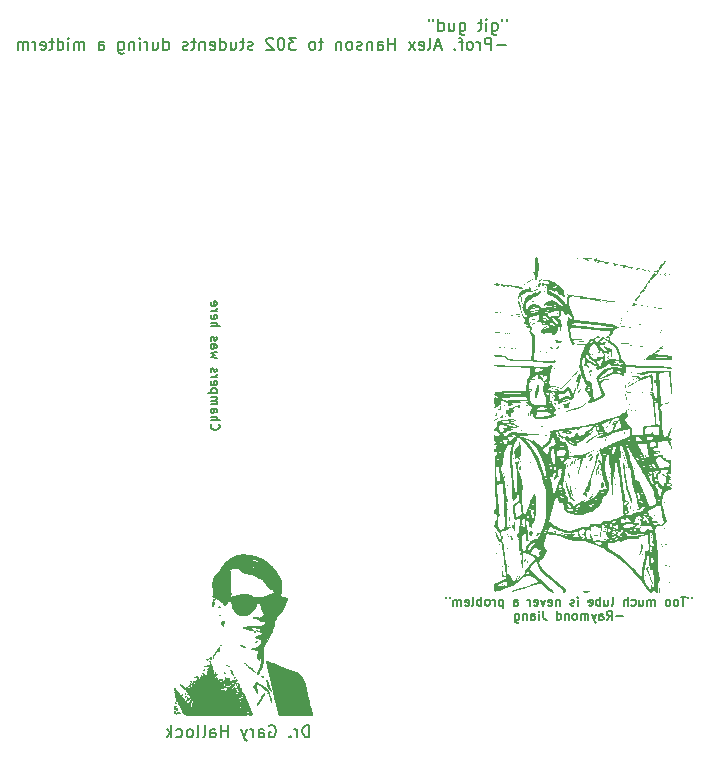
<source format=gbo>
%TF.GenerationSoftware,KiCad,Pcbnew,(6.0.11)*%
%TF.CreationDate,2023-02-25T16:21:49-06:00*%
%TF.ProjectId,BPS-MinionShield,4250532d-4d69-46e6-996f-6e536869656c,rev?*%
%TF.SameCoordinates,Original*%
%TF.FileFunction,Legend,Bot*%
%TF.FilePolarity,Positive*%
%FSLAX46Y46*%
G04 Gerber Fmt 4.6, Leading zero omitted, Abs format (unit mm)*
G04 Created by KiCad (PCBNEW (6.0.11)) date 2023-02-25 16:21:49*
%MOMM*%
%LPD*%
G01*
G04 APERTURE LIST*
%ADD10C,0.150000*%
%ADD11C,0.160000*%
%ADD12C,0.010000*%
G04 APERTURE END LIST*
D10*
X165392857Y-122565535D02*
X165392857Y-122708392D01*
X165107142Y-122565535D02*
X165107142Y-122708392D01*
X164892857Y-122565535D02*
X164464285Y-122565535D01*
X164678571Y-123315535D02*
X164678571Y-122565535D01*
X164107142Y-123315535D02*
X164178571Y-123279821D01*
X164214285Y-123244107D01*
X164250000Y-123172678D01*
X164250000Y-122958392D01*
X164214285Y-122886964D01*
X164178571Y-122851250D01*
X164107142Y-122815535D01*
X164000000Y-122815535D01*
X163928571Y-122851250D01*
X163892857Y-122886964D01*
X163857142Y-122958392D01*
X163857142Y-123172678D01*
X163892857Y-123244107D01*
X163928571Y-123279821D01*
X164000000Y-123315535D01*
X164107142Y-123315535D01*
X163428571Y-123315535D02*
X163500000Y-123279821D01*
X163535714Y-123244107D01*
X163571428Y-123172678D01*
X163571428Y-122958392D01*
X163535714Y-122886964D01*
X163500000Y-122851250D01*
X163428571Y-122815535D01*
X163321428Y-122815535D01*
X163250000Y-122851250D01*
X163214285Y-122886964D01*
X163178571Y-122958392D01*
X163178571Y-123172678D01*
X163214285Y-123244107D01*
X163250000Y-123279821D01*
X163321428Y-123315535D01*
X163428571Y-123315535D01*
X162285714Y-123315535D02*
X162285714Y-122815535D01*
X162285714Y-122886964D02*
X162250000Y-122851250D01*
X162178571Y-122815535D01*
X162071428Y-122815535D01*
X162000000Y-122851250D01*
X161964285Y-122922678D01*
X161964285Y-123315535D01*
X161964285Y-122922678D02*
X161928571Y-122851250D01*
X161857142Y-122815535D01*
X161750000Y-122815535D01*
X161678571Y-122851250D01*
X161642857Y-122922678D01*
X161642857Y-123315535D01*
X160964285Y-122815535D02*
X160964285Y-123315535D01*
X161285714Y-122815535D02*
X161285714Y-123208392D01*
X161250000Y-123279821D01*
X161178571Y-123315535D01*
X161071428Y-123315535D01*
X161000000Y-123279821D01*
X160964285Y-123244107D01*
X160285714Y-123279821D02*
X160357142Y-123315535D01*
X160500000Y-123315535D01*
X160571428Y-123279821D01*
X160607142Y-123244107D01*
X160642857Y-123172678D01*
X160642857Y-122958392D01*
X160607142Y-122886964D01*
X160571428Y-122851250D01*
X160500000Y-122815535D01*
X160357142Y-122815535D01*
X160285714Y-122851250D01*
X159964285Y-123315535D02*
X159964285Y-122565535D01*
X159642857Y-123315535D02*
X159642857Y-122922678D01*
X159678571Y-122851250D01*
X159750000Y-122815535D01*
X159857142Y-122815535D01*
X159928571Y-122851250D01*
X159964285Y-122886964D01*
X158607142Y-123315535D02*
X158678571Y-123279821D01*
X158714285Y-123208392D01*
X158714285Y-122565535D01*
X158000000Y-122815535D02*
X158000000Y-123315535D01*
X158321428Y-122815535D02*
X158321428Y-123208392D01*
X158285714Y-123279821D01*
X158214285Y-123315535D01*
X158107142Y-123315535D01*
X158035714Y-123279821D01*
X158000000Y-123244107D01*
X157642857Y-123315535D02*
X157642857Y-122565535D01*
X157642857Y-122851250D02*
X157571428Y-122815535D01*
X157428571Y-122815535D01*
X157357142Y-122851250D01*
X157321428Y-122886964D01*
X157285714Y-122958392D01*
X157285714Y-123172678D01*
X157321428Y-123244107D01*
X157357142Y-123279821D01*
X157428571Y-123315535D01*
X157571428Y-123315535D01*
X157642857Y-123279821D01*
X156678571Y-123279821D02*
X156750000Y-123315535D01*
X156892857Y-123315535D01*
X156964285Y-123279821D01*
X157000000Y-123208392D01*
X157000000Y-122922678D01*
X156964285Y-122851250D01*
X156892857Y-122815535D01*
X156750000Y-122815535D01*
X156678571Y-122851250D01*
X156642857Y-122922678D01*
X156642857Y-122994107D01*
X157000000Y-123065535D01*
X155750000Y-123315535D02*
X155750000Y-122815535D01*
X155750000Y-122565535D02*
X155785714Y-122601250D01*
X155750000Y-122636964D01*
X155714285Y-122601250D01*
X155750000Y-122565535D01*
X155750000Y-122636964D01*
X155428571Y-123279821D02*
X155357142Y-123315535D01*
X155214285Y-123315535D01*
X155142857Y-123279821D01*
X155107142Y-123208392D01*
X155107142Y-123172678D01*
X155142857Y-123101250D01*
X155214285Y-123065535D01*
X155321428Y-123065535D01*
X155392857Y-123029821D01*
X155428571Y-122958392D01*
X155428571Y-122922678D01*
X155392857Y-122851250D01*
X155321428Y-122815535D01*
X155214285Y-122815535D01*
X155142857Y-122851250D01*
X154214285Y-122815535D02*
X154214285Y-123315535D01*
X154214285Y-122886964D02*
X154178571Y-122851250D01*
X154107142Y-122815535D01*
X154000000Y-122815535D01*
X153928571Y-122851250D01*
X153892857Y-122922678D01*
X153892857Y-123315535D01*
X153250000Y-123279821D02*
X153321428Y-123315535D01*
X153464285Y-123315535D01*
X153535714Y-123279821D01*
X153571428Y-123208392D01*
X153571428Y-122922678D01*
X153535714Y-122851250D01*
X153464285Y-122815535D01*
X153321428Y-122815535D01*
X153250000Y-122851250D01*
X153214285Y-122922678D01*
X153214285Y-122994107D01*
X153571428Y-123065535D01*
X152964285Y-122815535D02*
X152785714Y-123315535D01*
X152607142Y-122815535D01*
X152035714Y-123279821D02*
X152107142Y-123315535D01*
X152250000Y-123315535D01*
X152321428Y-123279821D01*
X152357142Y-123208392D01*
X152357142Y-122922678D01*
X152321428Y-122851250D01*
X152250000Y-122815535D01*
X152107142Y-122815535D01*
X152035714Y-122851250D01*
X152000000Y-122922678D01*
X152000000Y-122994107D01*
X152357142Y-123065535D01*
X151678571Y-123315535D02*
X151678571Y-122815535D01*
X151678571Y-122958392D02*
X151642857Y-122886964D01*
X151607142Y-122851250D01*
X151535714Y-122815535D01*
X151464285Y-122815535D01*
X150321428Y-123315535D02*
X150321428Y-122922678D01*
X150357142Y-122851250D01*
X150428571Y-122815535D01*
X150571428Y-122815535D01*
X150642857Y-122851250D01*
X150321428Y-123279821D02*
X150392857Y-123315535D01*
X150571428Y-123315535D01*
X150642857Y-123279821D01*
X150678571Y-123208392D01*
X150678571Y-123136964D01*
X150642857Y-123065535D01*
X150571428Y-123029821D01*
X150392857Y-123029821D01*
X150321428Y-122994107D01*
X149392857Y-122815535D02*
X149392857Y-123565535D01*
X149392857Y-122851250D02*
X149321428Y-122815535D01*
X149178571Y-122815535D01*
X149107142Y-122851250D01*
X149071428Y-122886964D01*
X149035714Y-122958392D01*
X149035714Y-123172678D01*
X149071428Y-123244107D01*
X149107142Y-123279821D01*
X149178571Y-123315535D01*
X149321428Y-123315535D01*
X149392857Y-123279821D01*
X148714285Y-123315535D02*
X148714285Y-122815535D01*
X148714285Y-122958392D02*
X148678571Y-122886964D01*
X148642857Y-122851250D01*
X148571428Y-122815535D01*
X148500000Y-122815535D01*
X148142857Y-123315535D02*
X148214285Y-123279821D01*
X148250000Y-123244107D01*
X148285714Y-123172678D01*
X148285714Y-122958392D01*
X148250000Y-122886964D01*
X148214285Y-122851250D01*
X148142857Y-122815535D01*
X148035714Y-122815535D01*
X147964285Y-122851250D01*
X147928571Y-122886964D01*
X147892857Y-122958392D01*
X147892857Y-123172678D01*
X147928571Y-123244107D01*
X147964285Y-123279821D01*
X148035714Y-123315535D01*
X148142857Y-123315535D01*
X147571428Y-123315535D02*
X147571428Y-122565535D01*
X147571428Y-122851250D02*
X147500000Y-122815535D01*
X147357142Y-122815535D01*
X147285714Y-122851250D01*
X147250000Y-122886964D01*
X147214285Y-122958392D01*
X147214285Y-123172678D01*
X147250000Y-123244107D01*
X147285714Y-123279821D01*
X147357142Y-123315535D01*
X147500000Y-123315535D01*
X147571428Y-123279821D01*
X146785714Y-123315535D02*
X146857142Y-123279821D01*
X146892857Y-123208392D01*
X146892857Y-122565535D01*
X146214285Y-123279821D02*
X146285714Y-123315535D01*
X146428571Y-123315535D01*
X146500000Y-123279821D01*
X146535714Y-123208392D01*
X146535714Y-122922678D01*
X146500000Y-122851250D01*
X146428571Y-122815535D01*
X146285714Y-122815535D01*
X146214285Y-122851250D01*
X146178571Y-122922678D01*
X146178571Y-122994107D01*
X146535714Y-123065535D01*
X145857142Y-123315535D02*
X145857142Y-122815535D01*
X145857142Y-122886964D02*
X145821428Y-122851250D01*
X145750000Y-122815535D01*
X145642857Y-122815535D01*
X145571428Y-122851250D01*
X145535714Y-122922678D01*
X145535714Y-123315535D01*
X145535714Y-122922678D02*
X145500000Y-122851250D01*
X145428571Y-122815535D01*
X145321428Y-122815535D01*
X145250000Y-122851250D01*
X145214285Y-122922678D01*
X145214285Y-123315535D01*
X144892857Y-122565535D02*
X144892857Y-122708392D01*
X144607142Y-122565535D02*
X144607142Y-122708392D01*
X159571428Y-124237321D02*
X159000000Y-124237321D01*
X158214285Y-124523035D02*
X158464285Y-124165892D01*
X158642857Y-124523035D02*
X158642857Y-123773035D01*
X158357142Y-123773035D01*
X158285714Y-123808750D01*
X158250000Y-123844464D01*
X158214285Y-123915892D01*
X158214285Y-124023035D01*
X158250000Y-124094464D01*
X158285714Y-124130178D01*
X158357142Y-124165892D01*
X158642857Y-124165892D01*
X157571428Y-124523035D02*
X157571428Y-124130178D01*
X157607142Y-124058750D01*
X157678571Y-124023035D01*
X157821428Y-124023035D01*
X157892857Y-124058750D01*
X157571428Y-124487321D02*
X157642857Y-124523035D01*
X157821428Y-124523035D01*
X157892857Y-124487321D01*
X157928571Y-124415892D01*
X157928571Y-124344464D01*
X157892857Y-124273035D01*
X157821428Y-124237321D01*
X157642857Y-124237321D01*
X157571428Y-124201607D01*
X157285714Y-124023035D02*
X157107142Y-124523035D01*
X156928571Y-124023035D02*
X157107142Y-124523035D01*
X157178571Y-124701607D01*
X157214285Y-124737321D01*
X157285714Y-124773035D01*
X156642857Y-124523035D02*
X156642857Y-124023035D01*
X156642857Y-124094464D02*
X156607142Y-124058750D01*
X156535714Y-124023035D01*
X156428571Y-124023035D01*
X156357142Y-124058750D01*
X156321428Y-124130178D01*
X156321428Y-124523035D01*
X156321428Y-124130178D02*
X156285714Y-124058750D01*
X156214285Y-124023035D01*
X156107142Y-124023035D01*
X156035714Y-124058750D01*
X156000000Y-124130178D01*
X156000000Y-124523035D01*
X155535714Y-124523035D02*
X155607142Y-124487321D01*
X155642857Y-124451607D01*
X155678571Y-124380178D01*
X155678571Y-124165892D01*
X155642857Y-124094464D01*
X155607142Y-124058750D01*
X155535714Y-124023035D01*
X155428571Y-124023035D01*
X155357142Y-124058750D01*
X155321428Y-124094464D01*
X155285714Y-124165892D01*
X155285714Y-124380178D01*
X155321428Y-124451607D01*
X155357142Y-124487321D01*
X155428571Y-124523035D01*
X155535714Y-124523035D01*
X154964285Y-124023035D02*
X154964285Y-124523035D01*
X154964285Y-124094464D02*
X154928571Y-124058750D01*
X154857142Y-124023035D01*
X154750000Y-124023035D01*
X154678571Y-124058750D01*
X154642857Y-124130178D01*
X154642857Y-124523035D01*
X153964285Y-124523035D02*
X153964285Y-123773035D01*
X153964285Y-124487321D02*
X154035714Y-124523035D01*
X154178571Y-124523035D01*
X154250000Y-124487321D01*
X154285714Y-124451607D01*
X154321428Y-124380178D01*
X154321428Y-124165892D01*
X154285714Y-124094464D01*
X154250000Y-124058750D01*
X154178571Y-124023035D01*
X154035714Y-124023035D01*
X153964285Y-124058750D01*
X152821428Y-123773035D02*
X152821428Y-124308750D01*
X152857142Y-124415892D01*
X152928571Y-124487321D01*
X153035714Y-124523035D01*
X153107142Y-124523035D01*
X152464285Y-124523035D02*
X152464285Y-124023035D01*
X152464285Y-123773035D02*
X152500000Y-123808750D01*
X152464285Y-123844464D01*
X152428571Y-123808750D01*
X152464285Y-123773035D01*
X152464285Y-123844464D01*
X151785714Y-124523035D02*
X151785714Y-124130178D01*
X151821428Y-124058750D01*
X151892857Y-124023035D01*
X152035714Y-124023035D01*
X152107142Y-124058750D01*
X151785714Y-124487321D02*
X151857142Y-124523035D01*
X152035714Y-124523035D01*
X152107142Y-124487321D01*
X152142857Y-124415892D01*
X152142857Y-124344464D01*
X152107142Y-124273035D01*
X152035714Y-124237321D01*
X151857142Y-124237321D01*
X151785714Y-124201607D01*
X151428571Y-124023035D02*
X151428571Y-124523035D01*
X151428571Y-124094464D02*
X151392857Y-124058750D01*
X151321428Y-124023035D01*
X151214285Y-124023035D01*
X151142857Y-124058750D01*
X151107142Y-124130178D01*
X151107142Y-124523035D01*
X150428571Y-124023035D02*
X150428571Y-124630178D01*
X150464285Y-124701607D01*
X150500000Y-124737321D01*
X150571428Y-124773035D01*
X150678571Y-124773035D01*
X150750000Y-124737321D01*
X150428571Y-124487321D02*
X150500000Y-124523035D01*
X150642857Y-124523035D01*
X150714285Y-124487321D01*
X150750000Y-124451607D01*
X150785714Y-124380178D01*
X150785714Y-124165892D01*
X150750000Y-124094464D01*
X150714285Y-124058750D01*
X150642857Y-124023035D01*
X150500000Y-124023035D01*
X150428571Y-124058750D01*
X149712023Y-73647380D02*
X149712023Y-73837857D01*
X149331071Y-73647380D02*
X149331071Y-73837857D01*
X148473928Y-73980714D02*
X148473928Y-74790238D01*
X148521547Y-74885476D01*
X148569166Y-74933095D01*
X148664404Y-74980714D01*
X148807261Y-74980714D01*
X148902500Y-74933095D01*
X148473928Y-74599761D02*
X148569166Y-74647380D01*
X148759642Y-74647380D01*
X148854880Y-74599761D01*
X148902500Y-74552142D01*
X148950119Y-74456904D01*
X148950119Y-74171190D01*
X148902500Y-74075952D01*
X148854880Y-74028333D01*
X148759642Y-73980714D01*
X148569166Y-73980714D01*
X148473928Y-74028333D01*
X147997738Y-74647380D02*
X147997738Y-73980714D01*
X147997738Y-73647380D02*
X148045357Y-73695000D01*
X147997738Y-73742619D01*
X147950119Y-73695000D01*
X147997738Y-73647380D01*
X147997738Y-73742619D01*
X147664404Y-73980714D02*
X147283452Y-73980714D01*
X147521547Y-73647380D02*
X147521547Y-74504523D01*
X147473928Y-74599761D01*
X147378690Y-74647380D01*
X147283452Y-74647380D01*
X145759642Y-73980714D02*
X145759642Y-74790238D01*
X145807261Y-74885476D01*
X145854880Y-74933095D01*
X145950119Y-74980714D01*
X146092976Y-74980714D01*
X146188214Y-74933095D01*
X145759642Y-74599761D02*
X145854880Y-74647380D01*
X146045357Y-74647380D01*
X146140595Y-74599761D01*
X146188214Y-74552142D01*
X146235833Y-74456904D01*
X146235833Y-74171190D01*
X146188214Y-74075952D01*
X146140595Y-74028333D01*
X146045357Y-73980714D01*
X145854880Y-73980714D01*
X145759642Y-74028333D01*
X144854880Y-73980714D02*
X144854880Y-74647380D01*
X145283452Y-73980714D02*
X145283452Y-74504523D01*
X145235833Y-74599761D01*
X145140595Y-74647380D01*
X144997738Y-74647380D01*
X144902500Y-74599761D01*
X144854880Y-74552142D01*
X143950119Y-74647380D02*
X143950119Y-73647380D01*
X143950119Y-74599761D02*
X144045357Y-74647380D01*
X144235833Y-74647380D01*
X144331071Y-74599761D01*
X144378690Y-74552142D01*
X144426309Y-74456904D01*
X144426309Y-74171190D01*
X144378690Y-74075952D01*
X144331071Y-74028333D01*
X144235833Y-73980714D01*
X144045357Y-73980714D01*
X143950119Y-74028333D01*
X143521547Y-73647380D02*
X143521547Y-73837857D01*
X143140595Y-73647380D02*
X143140595Y-73837857D01*
X149664404Y-75876428D02*
X148902500Y-75876428D01*
X148426309Y-76257380D02*
X148426309Y-75257380D01*
X148045357Y-75257380D01*
X147950119Y-75305000D01*
X147902500Y-75352619D01*
X147854880Y-75447857D01*
X147854880Y-75590714D01*
X147902500Y-75685952D01*
X147950119Y-75733571D01*
X148045357Y-75781190D01*
X148426309Y-75781190D01*
X147426309Y-76257380D02*
X147426309Y-75590714D01*
X147426309Y-75781190D02*
X147378690Y-75685952D01*
X147331071Y-75638333D01*
X147235833Y-75590714D01*
X147140595Y-75590714D01*
X146664404Y-76257380D02*
X146759642Y-76209761D01*
X146807261Y-76162142D01*
X146854880Y-76066904D01*
X146854880Y-75781190D01*
X146807261Y-75685952D01*
X146759642Y-75638333D01*
X146664404Y-75590714D01*
X146521547Y-75590714D01*
X146426309Y-75638333D01*
X146378690Y-75685952D01*
X146331071Y-75781190D01*
X146331071Y-76066904D01*
X146378690Y-76162142D01*
X146426309Y-76209761D01*
X146521547Y-76257380D01*
X146664404Y-76257380D01*
X146045357Y-75590714D02*
X145664404Y-75590714D01*
X145902500Y-76257380D02*
X145902500Y-75400238D01*
X145854880Y-75305000D01*
X145759642Y-75257380D01*
X145664404Y-75257380D01*
X145331071Y-76162142D02*
X145283452Y-76209761D01*
X145331071Y-76257380D01*
X145378690Y-76209761D01*
X145331071Y-76162142D01*
X145331071Y-76257380D01*
X144140595Y-75971666D02*
X143664404Y-75971666D01*
X144235833Y-76257380D02*
X143902500Y-75257380D01*
X143569166Y-76257380D01*
X143092976Y-76257380D02*
X143188214Y-76209761D01*
X143235833Y-76114523D01*
X143235833Y-75257380D01*
X142331071Y-76209761D02*
X142426309Y-76257380D01*
X142616785Y-76257380D01*
X142712023Y-76209761D01*
X142759642Y-76114523D01*
X142759642Y-75733571D01*
X142712023Y-75638333D01*
X142616785Y-75590714D01*
X142426309Y-75590714D01*
X142331071Y-75638333D01*
X142283452Y-75733571D01*
X142283452Y-75828809D01*
X142759642Y-75924047D01*
X141950119Y-76257380D02*
X141426309Y-75590714D01*
X141950119Y-75590714D02*
X141426309Y-76257380D01*
X140283452Y-76257380D02*
X140283452Y-75257380D01*
X140283452Y-75733571D02*
X139712023Y-75733571D01*
X139712023Y-76257380D02*
X139712023Y-75257380D01*
X138807261Y-76257380D02*
X138807261Y-75733571D01*
X138854880Y-75638333D01*
X138950119Y-75590714D01*
X139140595Y-75590714D01*
X139235833Y-75638333D01*
X138807261Y-76209761D02*
X138902500Y-76257380D01*
X139140595Y-76257380D01*
X139235833Y-76209761D01*
X139283452Y-76114523D01*
X139283452Y-76019285D01*
X139235833Y-75924047D01*
X139140595Y-75876428D01*
X138902500Y-75876428D01*
X138807261Y-75828809D01*
X138331071Y-75590714D02*
X138331071Y-76257380D01*
X138331071Y-75685952D02*
X138283452Y-75638333D01*
X138188214Y-75590714D01*
X138045357Y-75590714D01*
X137950119Y-75638333D01*
X137902500Y-75733571D01*
X137902500Y-76257380D01*
X137473928Y-76209761D02*
X137378690Y-76257380D01*
X137188214Y-76257380D01*
X137092976Y-76209761D01*
X137045357Y-76114523D01*
X137045357Y-76066904D01*
X137092976Y-75971666D01*
X137188214Y-75924047D01*
X137331071Y-75924047D01*
X137426309Y-75876428D01*
X137473928Y-75781190D01*
X137473928Y-75733571D01*
X137426309Y-75638333D01*
X137331071Y-75590714D01*
X137188214Y-75590714D01*
X137092976Y-75638333D01*
X136473928Y-76257380D02*
X136569166Y-76209761D01*
X136616785Y-76162142D01*
X136664404Y-76066904D01*
X136664404Y-75781190D01*
X136616785Y-75685952D01*
X136569166Y-75638333D01*
X136473928Y-75590714D01*
X136331071Y-75590714D01*
X136235833Y-75638333D01*
X136188214Y-75685952D01*
X136140595Y-75781190D01*
X136140595Y-76066904D01*
X136188214Y-76162142D01*
X136235833Y-76209761D01*
X136331071Y-76257380D01*
X136473928Y-76257380D01*
X135712023Y-75590714D02*
X135712023Y-76257380D01*
X135712023Y-75685952D02*
X135664404Y-75638333D01*
X135569166Y-75590714D01*
X135426309Y-75590714D01*
X135331071Y-75638333D01*
X135283452Y-75733571D01*
X135283452Y-76257380D01*
X134188214Y-75590714D02*
X133807261Y-75590714D01*
X134045357Y-75257380D02*
X134045357Y-76114523D01*
X133997738Y-76209761D01*
X133902500Y-76257380D01*
X133807261Y-76257380D01*
X133331071Y-76257380D02*
X133426309Y-76209761D01*
X133473928Y-76162142D01*
X133521547Y-76066904D01*
X133521547Y-75781190D01*
X133473928Y-75685952D01*
X133426309Y-75638333D01*
X133331071Y-75590714D01*
X133188214Y-75590714D01*
X133092976Y-75638333D01*
X133045357Y-75685952D01*
X132997738Y-75781190D01*
X132997738Y-76066904D01*
X133045357Y-76162142D01*
X133092976Y-76209761D01*
X133188214Y-76257380D01*
X133331071Y-76257380D01*
X131902500Y-75257380D02*
X131283452Y-75257380D01*
X131616785Y-75638333D01*
X131473928Y-75638333D01*
X131378690Y-75685952D01*
X131331071Y-75733571D01*
X131283452Y-75828809D01*
X131283452Y-76066904D01*
X131331071Y-76162142D01*
X131378690Y-76209761D01*
X131473928Y-76257380D01*
X131759642Y-76257380D01*
X131854880Y-76209761D01*
X131902500Y-76162142D01*
X130664404Y-75257380D02*
X130569166Y-75257380D01*
X130473928Y-75305000D01*
X130426309Y-75352619D01*
X130378690Y-75447857D01*
X130331071Y-75638333D01*
X130331071Y-75876428D01*
X130378690Y-76066904D01*
X130426309Y-76162142D01*
X130473928Y-76209761D01*
X130569166Y-76257380D01*
X130664404Y-76257380D01*
X130759642Y-76209761D01*
X130807261Y-76162142D01*
X130854880Y-76066904D01*
X130902500Y-75876428D01*
X130902500Y-75638333D01*
X130854880Y-75447857D01*
X130807261Y-75352619D01*
X130759642Y-75305000D01*
X130664404Y-75257380D01*
X129950119Y-75352619D02*
X129902500Y-75305000D01*
X129807261Y-75257380D01*
X129569166Y-75257380D01*
X129473928Y-75305000D01*
X129426309Y-75352619D01*
X129378690Y-75447857D01*
X129378690Y-75543095D01*
X129426309Y-75685952D01*
X129997738Y-76257380D01*
X129378690Y-76257380D01*
X128235833Y-76209761D02*
X128140595Y-76257380D01*
X127950119Y-76257380D01*
X127854880Y-76209761D01*
X127807261Y-76114523D01*
X127807261Y-76066904D01*
X127854880Y-75971666D01*
X127950119Y-75924047D01*
X128092976Y-75924047D01*
X128188214Y-75876428D01*
X128235833Y-75781190D01*
X128235833Y-75733571D01*
X128188214Y-75638333D01*
X128092976Y-75590714D01*
X127950119Y-75590714D01*
X127854880Y-75638333D01*
X127521547Y-75590714D02*
X127140595Y-75590714D01*
X127378690Y-75257380D02*
X127378690Y-76114523D01*
X127331071Y-76209761D01*
X127235833Y-76257380D01*
X127140595Y-76257380D01*
X126378690Y-75590714D02*
X126378690Y-76257380D01*
X126807261Y-75590714D02*
X126807261Y-76114523D01*
X126759642Y-76209761D01*
X126664404Y-76257380D01*
X126521547Y-76257380D01*
X126426309Y-76209761D01*
X126378690Y-76162142D01*
X125473928Y-76257380D02*
X125473928Y-75257380D01*
X125473928Y-76209761D02*
X125569166Y-76257380D01*
X125759642Y-76257380D01*
X125854880Y-76209761D01*
X125902500Y-76162142D01*
X125950119Y-76066904D01*
X125950119Y-75781190D01*
X125902500Y-75685952D01*
X125854880Y-75638333D01*
X125759642Y-75590714D01*
X125569166Y-75590714D01*
X125473928Y-75638333D01*
X124616785Y-76209761D02*
X124712023Y-76257380D01*
X124902500Y-76257380D01*
X124997738Y-76209761D01*
X125045357Y-76114523D01*
X125045357Y-75733571D01*
X124997738Y-75638333D01*
X124902500Y-75590714D01*
X124712023Y-75590714D01*
X124616785Y-75638333D01*
X124569166Y-75733571D01*
X124569166Y-75828809D01*
X125045357Y-75924047D01*
X124140595Y-75590714D02*
X124140595Y-76257380D01*
X124140595Y-75685952D02*
X124092976Y-75638333D01*
X123997738Y-75590714D01*
X123854880Y-75590714D01*
X123759642Y-75638333D01*
X123712023Y-75733571D01*
X123712023Y-76257380D01*
X123378690Y-75590714D02*
X122997738Y-75590714D01*
X123235833Y-75257380D02*
X123235833Y-76114523D01*
X123188214Y-76209761D01*
X123092976Y-76257380D01*
X122997738Y-76257380D01*
X122712023Y-76209761D02*
X122616785Y-76257380D01*
X122426309Y-76257380D01*
X122331071Y-76209761D01*
X122283452Y-76114523D01*
X122283452Y-76066904D01*
X122331071Y-75971666D01*
X122426309Y-75924047D01*
X122569166Y-75924047D01*
X122664404Y-75876428D01*
X122712023Y-75781190D01*
X122712023Y-75733571D01*
X122664404Y-75638333D01*
X122569166Y-75590714D01*
X122426309Y-75590714D01*
X122331071Y-75638333D01*
X120664404Y-76257380D02*
X120664404Y-75257380D01*
X120664404Y-76209761D02*
X120759642Y-76257380D01*
X120950119Y-76257380D01*
X121045357Y-76209761D01*
X121092976Y-76162142D01*
X121140595Y-76066904D01*
X121140595Y-75781190D01*
X121092976Y-75685952D01*
X121045357Y-75638333D01*
X120950119Y-75590714D01*
X120759642Y-75590714D01*
X120664404Y-75638333D01*
X119759642Y-75590714D02*
X119759642Y-76257380D01*
X120188214Y-75590714D02*
X120188214Y-76114523D01*
X120140595Y-76209761D01*
X120045357Y-76257380D01*
X119902500Y-76257380D01*
X119807261Y-76209761D01*
X119759642Y-76162142D01*
X119283452Y-76257380D02*
X119283452Y-75590714D01*
X119283452Y-75781190D02*
X119235833Y-75685952D01*
X119188214Y-75638333D01*
X119092976Y-75590714D01*
X118997738Y-75590714D01*
X118664404Y-76257380D02*
X118664404Y-75590714D01*
X118664404Y-75257380D02*
X118712023Y-75305000D01*
X118664404Y-75352619D01*
X118616785Y-75305000D01*
X118664404Y-75257380D01*
X118664404Y-75352619D01*
X118188214Y-75590714D02*
X118188214Y-76257380D01*
X118188214Y-75685952D02*
X118140595Y-75638333D01*
X118045357Y-75590714D01*
X117902500Y-75590714D01*
X117807261Y-75638333D01*
X117759642Y-75733571D01*
X117759642Y-76257380D01*
X116854880Y-75590714D02*
X116854880Y-76400238D01*
X116902500Y-76495476D01*
X116950119Y-76543095D01*
X117045357Y-76590714D01*
X117188214Y-76590714D01*
X117283452Y-76543095D01*
X116854880Y-76209761D02*
X116950119Y-76257380D01*
X117140595Y-76257380D01*
X117235833Y-76209761D01*
X117283452Y-76162142D01*
X117331071Y-76066904D01*
X117331071Y-75781190D01*
X117283452Y-75685952D01*
X117235833Y-75638333D01*
X117140595Y-75590714D01*
X116950119Y-75590714D01*
X116854880Y-75638333D01*
X115188214Y-76257380D02*
X115188214Y-75733571D01*
X115235833Y-75638333D01*
X115331071Y-75590714D01*
X115521547Y-75590714D01*
X115616785Y-75638333D01*
X115188214Y-76209761D02*
X115283452Y-76257380D01*
X115521547Y-76257380D01*
X115616785Y-76209761D01*
X115664404Y-76114523D01*
X115664404Y-76019285D01*
X115616785Y-75924047D01*
X115521547Y-75876428D01*
X115283452Y-75876428D01*
X115188214Y-75828809D01*
X113950119Y-76257380D02*
X113950119Y-75590714D01*
X113950119Y-75685952D02*
X113902500Y-75638333D01*
X113807261Y-75590714D01*
X113664404Y-75590714D01*
X113569166Y-75638333D01*
X113521547Y-75733571D01*
X113521547Y-76257380D01*
X113521547Y-75733571D02*
X113473928Y-75638333D01*
X113378690Y-75590714D01*
X113235833Y-75590714D01*
X113140595Y-75638333D01*
X113092976Y-75733571D01*
X113092976Y-76257380D01*
X112616785Y-76257380D02*
X112616785Y-75590714D01*
X112616785Y-75257380D02*
X112664404Y-75305000D01*
X112616785Y-75352619D01*
X112569166Y-75305000D01*
X112616785Y-75257380D01*
X112616785Y-75352619D01*
X111712023Y-76257380D02*
X111712023Y-75257380D01*
X111712023Y-76209761D02*
X111807261Y-76257380D01*
X111997738Y-76257380D01*
X112092976Y-76209761D01*
X112140595Y-76162142D01*
X112188214Y-76066904D01*
X112188214Y-75781190D01*
X112140595Y-75685952D01*
X112092976Y-75638333D01*
X111997738Y-75590714D01*
X111807261Y-75590714D01*
X111712023Y-75638333D01*
X111378690Y-75590714D02*
X110997738Y-75590714D01*
X111235833Y-75257380D02*
X111235833Y-76114523D01*
X111188214Y-76209761D01*
X111092976Y-76257380D01*
X110997738Y-76257380D01*
X110283452Y-76209761D02*
X110378690Y-76257380D01*
X110569166Y-76257380D01*
X110664404Y-76209761D01*
X110712023Y-76114523D01*
X110712023Y-75733571D01*
X110664404Y-75638333D01*
X110569166Y-75590714D01*
X110378690Y-75590714D01*
X110283452Y-75638333D01*
X110235833Y-75733571D01*
X110235833Y-75828809D01*
X110712023Y-75924047D01*
X109807261Y-76257380D02*
X109807261Y-75590714D01*
X109807261Y-75781190D02*
X109759642Y-75685952D01*
X109712023Y-75638333D01*
X109616785Y-75590714D01*
X109521547Y-75590714D01*
X109188214Y-76257380D02*
X109188214Y-75590714D01*
X109188214Y-75685952D02*
X109140595Y-75638333D01*
X109045357Y-75590714D01*
X108902500Y-75590714D01*
X108807261Y-75638333D01*
X108759642Y-75733571D01*
X108759642Y-76257380D01*
X108759642Y-75733571D02*
X108712023Y-75638333D01*
X108616785Y-75590714D01*
X108473928Y-75590714D01*
X108378690Y-75638333D01*
X108331071Y-75733571D01*
X108331071Y-76257380D01*
D11*
X124732142Y-107964285D02*
X124696428Y-108000000D01*
X124660714Y-108107142D01*
X124660714Y-108178571D01*
X124696428Y-108285714D01*
X124767857Y-108357142D01*
X124839285Y-108392857D01*
X124982142Y-108428571D01*
X125089285Y-108428571D01*
X125232142Y-108392857D01*
X125303571Y-108357142D01*
X125375000Y-108285714D01*
X125410714Y-108178571D01*
X125410714Y-108107142D01*
X125375000Y-108000000D01*
X125339285Y-107964285D01*
X124660714Y-107642857D02*
X125410714Y-107642857D01*
X124660714Y-107321428D02*
X125053571Y-107321428D01*
X125125000Y-107357142D01*
X125160714Y-107428571D01*
X125160714Y-107535714D01*
X125125000Y-107607142D01*
X125089285Y-107642857D01*
X124660714Y-106642857D02*
X125053571Y-106642857D01*
X125125000Y-106678571D01*
X125160714Y-106750000D01*
X125160714Y-106892857D01*
X125125000Y-106964285D01*
X124696428Y-106642857D02*
X124660714Y-106714285D01*
X124660714Y-106892857D01*
X124696428Y-106964285D01*
X124767857Y-107000000D01*
X124839285Y-107000000D01*
X124910714Y-106964285D01*
X124946428Y-106892857D01*
X124946428Y-106714285D01*
X124982142Y-106642857D01*
X124660714Y-106285714D02*
X125160714Y-106285714D01*
X125089285Y-106285714D02*
X125125000Y-106250000D01*
X125160714Y-106178571D01*
X125160714Y-106071428D01*
X125125000Y-106000000D01*
X125053571Y-105964285D01*
X124660714Y-105964285D01*
X125053571Y-105964285D02*
X125125000Y-105928571D01*
X125160714Y-105857142D01*
X125160714Y-105750000D01*
X125125000Y-105678571D01*
X125053571Y-105642857D01*
X124660714Y-105642857D01*
X125160714Y-105285714D02*
X124410714Y-105285714D01*
X125125000Y-105285714D02*
X125160714Y-105214285D01*
X125160714Y-105071428D01*
X125125000Y-105000000D01*
X125089285Y-104964285D01*
X125017857Y-104928571D01*
X124803571Y-104928571D01*
X124732142Y-104964285D01*
X124696428Y-105000000D01*
X124660714Y-105071428D01*
X124660714Y-105214285D01*
X124696428Y-105285714D01*
X124696428Y-104321428D02*
X124660714Y-104392857D01*
X124660714Y-104535714D01*
X124696428Y-104607142D01*
X124767857Y-104642857D01*
X125053571Y-104642857D01*
X125125000Y-104607142D01*
X125160714Y-104535714D01*
X125160714Y-104392857D01*
X125125000Y-104321428D01*
X125053571Y-104285714D01*
X124982142Y-104285714D01*
X124910714Y-104642857D01*
X124660714Y-103964285D02*
X125160714Y-103964285D01*
X125017857Y-103964285D02*
X125089285Y-103928571D01*
X125125000Y-103892857D01*
X125160714Y-103821428D01*
X125160714Y-103750000D01*
X124696428Y-103535714D02*
X124660714Y-103464285D01*
X124660714Y-103321428D01*
X124696428Y-103250000D01*
X124767857Y-103214285D01*
X124803571Y-103214285D01*
X124875000Y-103250000D01*
X124910714Y-103321428D01*
X124910714Y-103428571D01*
X124946428Y-103500000D01*
X125017857Y-103535714D01*
X125053571Y-103535714D01*
X125125000Y-103500000D01*
X125160714Y-103428571D01*
X125160714Y-103321428D01*
X125125000Y-103250000D01*
X125160714Y-102392857D02*
X124660714Y-102250000D01*
X125017857Y-102107142D01*
X124660714Y-101964285D01*
X125160714Y-101821428D01*
X124660714Y-101214285D02*
X125053571Y-101214285D01*
X125125000Y-101250000D01*
X125160714Y-101321428D01*
X125160714Y-101464285D01*
X125125000Y-101535714D01*
X124696428Y-101214285D02*
X124660714Y-101285714D01*
X124660714Y-101464285D01*
X124696428Y-101535714D01*
X124767857Y-101571428D01*
X124839285Y-101571428D01*
X124910714Y-101535714D01*
X124946428Y-101464285D01*
X124946428Y-101285714D01*
X124982142Y-101214285D01*
X124696428Y-100892857D02*
X124660714Y-100821428D01*
X124660714Y-100678571D01*
X124696428Y-100607142D01*
X124767857Y-100571428D01*
X124803571Y-100571428D01*
X124875000Y-100607142D01*
X124910714Y-100678571D01*
X124910714Y-100785714D01*
X124946428Y-100857142D01*
X125017857Y-100892857D01*
X125053571Y-100892857D01*
X125125000Y-100857142D01*
X125160714Y-100785714D01*
X125160714Y-100678571D01*
X125125000Y-100607142D01*
X124660714Y-99678571D02*
X125410714Y-99678571D01*
X124660714Y-99357142D02*
X125053571Y-99357142D01*
X125125000Y-99392857D01*
X125160714Y-99464285D01*
X125160714Y-99571428D01*
X125125000Y-99642857D01*
X125089285Y-99678571D01*
X124696428Y-98714285D02*
X124660714Y-98785714D01*
X124660714Y-98928571D01*
X124696428Y-99000000D01*
X124767857Y-99035714D01*
X125053571Y-99035714D01*
X125125000Y-99000000D01*
X125160714Y-98928571D01*
X125160714Y-98785714D01*
X125125000Y-98714285D01*
X125053571Y-98678571D01*
X124982142Y-98678571D01*
X124910714Y-99035714D01*
X124660714Y-98357142D02*
X125160714Y-98357142D01*
X125017857Y-98357142D02*
X125089285Y-98321428D01*
X125125000Y-98285714D01*
X125160714Y-98214285D01*
X125160714Y-98142857D01*
X124696428Y-97607142D02*
X124660714Y-97678571D01*
X124660714Y-97821428D01*
X124696428Y-97892857D01*
X124767857Y-97928571D01*
X125053571Y-97928571D01*
X125125000Y-97892857D01*
X125160714Y-97821428D01*
X125160714Y-97678571D01*
X125125000Y-97607142D01*
X125053571Y-97571428D01*
X124982142Y-97571428D01*
X124910714Y-97928571D01*
D10*
X133000000Y-134452380D02*
X133000000Y-133452380D01*
X132761904Y-133452380D01*
X132619047Y-133500000D01*
X132523809Y-133595238D01*
X132476190Y-133690476D01*
X132428571Y-133880952D01*
X132428571Y-134023809D01*
X132476190Y-134214285D01*
X132523809Y-134309523D01*
X132619047Y-134404761D01*
X132761904Y-134452380D01*
X133000000Y-134452380D01*
X132000000Y-134452380D02*
X132000000Y-133785714D01*
X132000000Y-133976190D02*
X131952380Y-133880952D01*
X131904761Y-133833333D01*
X131809523Y-133785714D01*
X131714285Y-133785714D01*
X131380952Y-134357142D02*
X131333333Y-134404761D01*
X131380952Y-134452380D01*
X131428571Y-134404761D01*
X131380952Y-134357142D01*
X131380952Y-134452380D01*
X129619047Y-133500000D02*
X129714285Y-133452380D01*
X129857142Y-133452380D01*
X130000000Y-133500000D01*
X130095238Y-133595238D01*
X130142857Y-133690476D01*
X130190476Y-133880952D01*
X130190476Y-134023809D01*
X130142857Y-134214285D01*
X130095238Y-134309523D01*
X130000000Y-134404761D01*
X129857142Y-134452380D01*
X129761904Y-134452380D01*
X129619047Y-134404761D01*
X129571428Y-134357142D01*
X129571428Y-134023809D01*
X129761904Y-134023809D01*
X128714285Y-134452380D02*
X128714285Y-133928571D01*
X128761904Y-133833333D01*
X128857142Y-133785714D01*
X129047619Y-133785714D01*
X129142857Y-133833333D01*
X128714285Y-134404761D02*
X128809523Y-134452380D01*
X129047619Y-134452380D01*
X129142857Y-134404761D01*
X129190476Y-134309523D01*
X129190476Y-134214285D01*
X129142857Y-134119047D01*
X129047619Y-134071428D01*
X128809523Y-134071428D01*
X128714285Y-134023809D01*
X128238095Y-134452380D02*
X128238095Y-133785714D01*
X128238095Y-133976190D02*
X128190476Y-133880952D01*
X128142857Y-133833333D01*
X128047619Y-133785714D01*
X127952380Y-133785714D01*
X127714285Y-133785714D02*
X127476190Y-134452380D01*
X127238095Y-133785714D02*
X127476190Y-134452380D01*
X127571428Y-134690476D01*
X127619047Y-134738095D01*
X127714285Y-134785714D01*
X126095238Y-134452380D02*
X126095238Y-133452380D01*
X126095238Y-133928571D02*
X125523809Y-133928571D01*
X125523809Y-134452380D02*
X125523809Y-133452380D01*
X124619047Y-134452380D02*
X124619047Y-133928571D01*
X124666666Y-133833333D01*
X124761904Y-133785714D01*
X124952380Y-133785714D01*
X125047619Y-133833333D01*
X124619047Y-134404761D02*
X124714285Y-134452380D01*
X124952380Y-134452380D01*
X125047619Y-134404761D01*
X125095238Y-134309523D01*
X125095238Y-134214285D01*
X125047619Y-134119047D01*
X124952380Y-134071428D01*
X124714285Y-134071428D01*
X124619047Y-134023809D01*
X124000000Y-134452380D02*
X124095238Y-134404761D01*
X124142857Y-134309523D01*
X124142857Y-133452380D01*
X123476190Y-134452380D02*
X123571428Y-134404761D01*
X123619047Y-134309523D01*
X123619047Y-133452380D01*
X122952380Y-134452380D02*
X123047619Y-134404761D01*
X123095238Y-134357142D01*
X123142857Y-134261904D01*
X123142857Y-133976190D01*
X123095238Y-133880952D01*
X123047619Y-133833333D01*
X122952380Y-133785714D01*
X122809523Y-133785714D01*
X122714285Y-133833333D01*
X122666666Y-133880952D01*
X122619047Y-133976190D01*
X122619047Y-134261904D01*
X122666666Y-134357142D01*
X122714285Y-134404761D01*
X122809523Y-134452380D01*
X122952380Y-134452380D01*
X121761904Y-134404761D02*
X121857142Y-134452380D01*
X122047619Y-134452380D01*
X122142857Y-134404761D01*
X122190476Y-134357142D01*
X122238095Y-134261904D01*
X122238095Y-133976190D01*
X122190476Y-133880952D01*
X122142857Y-133833333D01*
X122047619Y-133785714D01*
X121857142Y-133785714D01*
X121761904Y-133833333D01*
X121333333Y-134452380D02*
X121333333Y-133452380D01*
X121238095Y-134071428D02*
X120952380Y-134452380D01*
X120952380Y-133785714D02*
X121333333Y-134166666D01*
G36*
X163535121Y-119973203D02*
G01*
X163546221Y-119994543D01*
X163487821Y-120020502D01*
X163450261Y-120015382D01*
X163440522Y-119973203D01*
X163450920Y-119964711D01*
X163535121Y-119973203D01*
G37*
G36*
X155967151Y-93875530D02*
G01*
X155931676Y-93911005D01*
X155896201Y-93875530D01*
X155931676Y-93840056D01*
X155967151Y-93875530D01*
G37*
G36*
X161786390Y-94917785D02*
G01*
X161876835Y-94972016D01*
X161891762Y-95045700D01*
X161876873Y-95065349D01*
X161776654Y-95117150D01*
X161752796Y-95111684D01*
X161749553Y-95046201D01*
X161759855Y-95016871D01*
X161706441Y-94975251D01*
X161674719Y-94971344D01*
X161663719Y-94931011D01*
X161686156Y-94916064D01*
X161786390Y-94917785D01*
G37*
G36*
X162227637Y-99962501D02*
G01*
X162262548Y-99971779D01*
X162241702Y-99987803D01*
X162104302Y-99994789D01*
X162029140Y-99993872D01*
X161927253Y-99983111D01*
X161943838Y-99963933D01*
X162042768Y-99951078D01*
X162227637Y-99962501D01*
G37*
G36*
X159372738Y-99409609D02*
G01*
X159337263Y-99445083D01*
X159301788Y-99409609D01*
X159337263Y-99374134D01*
X159372738Y-99409609D01*
G37*
G36*
X158515740Y-112103696D02*
G01*
X158510723Y-112175658D01*
X158478475Y-112196818D01*
X158464416Y-112171717D01*
X158472874Y-112060831D01*
X158498412Y-112027990D01*
X158515740Y-112103696D01*
G37*
G36*
X155612402Y-113386704D02*
G01*
X155576927Y-113422178D01*
X155541453Y-113386704D01*
X155576927Y-113351229D01*
X155612402Y-113386704D01*
G37*
G36*
X155094007Y-106083296D02*
G01*
X155044534Y-106185813D01*
X155001714Y-106300895D01*
X154998978Y-106432239D01*
X155009881Y-106473668D01*
X154992616Y-106568594D01*
X154931369Y-106594658D01*
X154784656Y-106611005D01*
X154681272Y-106601805D01*
X154616060Y-106539856D01*
X154590726Y-106380419D01*
X154559626Y-106318648D01*
X154441732Y-106239479D01*
X154412605Y-106227523D01*
X154413160Y-106210055D01*
X154542034Y-106222291D01*
X154712057Y-106226373D01*
X154955188Y-106145344D01*
X155064129Y-106077390D01*
X155094007Y-106083296D01*
G37*
G36*
X151639218Y-100402905D02*
G01*
X151603743Y-100438380D01*
X151568268Y-100402905D01*
X151603743Y-100367430D01*
X151639218Y-100402905D01*
G37*
G36*
X158379441Y-102389497D02*
G01*
X158343967Y-102424972D01*
X158308492Y-102389497D01*
X158343967Y-102354022D01*
X158379441Y-102389497D01*
G37*
G36*
X157173296Y-112180558D02*
G01*
X157137821Y-112216033D01*
X157102346Y-112180558D01*
X157137821Y-112145083D01*
X157173296Y-112180558D01*
G37*
G36*
X158852232Y-112370752D02*
G01*
X158859629Y-112499832D01*
X158858943Y-112547970D01*
X158847747Y-112646075D01*
X158827182Y-112623994D01*
X158816148Y-112555615D01*
X158827182Y-112375670D01*
X158833815Y-112355540D01*
X158852232Y-112370752D01*
G37*
G36*
X158751927Y-97695302D02*
G01*
X158763963Y-97719938D01*
X158663240Y-97731088D01*
X158565640Y-97721198D01*
X158574553Y-97695302D01*
X158606669Y-97685931D01*
X158751927Y-97695302D01*
G37*
G36*
X161572179Y-121226648D02*
G01*
X161567059Y-121264208D01*
X161524879Y-121273947D01*
X161516388Y-121263549D01*
X161524879Y-121179348D01*
X161546219Y-121168248D01*
X161572179Y-121226648D01*
G37*
G36*
X159603324Y-101239705D02*
G01*
X159639266Y-101250766D01*
X159597141Y-101264917D01*
X159443687Y-101270452D01*
X159339568Y-101268382D01*
X159250428Y-101257250D01*
X159284050Y-101239705D01*
X159396578Y-101227967D01*
X159603324Y-101239705D01*
G37*
G36*
X150732489Y-117717282D02*
G01*
X150722483Y-117874338D01*
X150716546Y-117916798D01*
X150694097Y-118050947D01*
X150678231Y-118054638D01*
X150660241Y-117936580D01*
X150659784Y-117780393D01*
X150697071Y-117670583D01*
X150709751Y-117662749D01*
X150732489Y-117717282D01*
G37*
G36*
X152064916Y-96429720D02*
G01*
X152029441Y-96465195D01*
X151993967Y-96429720D01*
X152029441Y-96394245D01*
X152064916Y-96429720D01*
G37*
G36*
X148872179Y-118885307D02*
G01*
X148867059Y-118922867D01*
X148824879Y-118932607D01*
X148816388Y-118922208D01*
X148824879Y-118838007D01*
X148846219Y-118826907D01*
X148872179Y-118885307D01*
G37*
G36*
X163558771Y-121333072D02*
G01*
X163523296Y-121368547D01*
X163487821Y-121333072D01*
X163523296Y-121297597D01*
X163558771Y-121333072D01*
G37*
G36*
X149624345Y-107252818D02*
G01*
X149688101Y-107320502D01*
X149699187Y-107347986D01*
X149656813Y-107391452D01*
X149636219Y-107388726D01*
X149581676Y-107320502D01*
X149582490Y-107304446D01*
X149612964Y-107249553D01*
X149624345Y-107252818D01*
G37*
G36*
X162849274Y-121545921D02*
G01*
X162813799Y-121581396D01*
X162778324Y-121545921D01*
X162813799Y-121510447D01*
X162849274Y-121545921D01*
G37*
G36*
X160295084Y-106788380D02*
G01*
X160259609Y-106823854D01*
X160224134Y-106788380D01*
X160259609Y-106752905D01*
X160295084Y-106788380D01*
G37*
G36*
X162920224Y-95223575D02*
G01*
X162884749Y-95259050D01*
X162849274Y-95223575D01*
X162884749Y-95188100D01*
X162920224Y-95223575D01*
G37*
G36*
X154051508Y-98558212D02*
G01*
X154016034Y-98593687D01*
X153980559Y-98558212D01*
X154016034Y-98522737D01*
X154051508Y-98558212D01*
G37*
G36*
X150272086Y-98615469D02*
G01*
X150284284Y-98618980D01*
X150294788Y-98640574D01*
X150184749Y-98650805D01*
X150167947Y-98650902D01*
X150056878Y-98641390D01*
X150059236Y-98618098D01*
X150117535Y-98605082D01*
X150272086Y-98615469D01*
G37*
G36*
X160342384Y-103583817D02*
G01*
X160353484Y-103605158D01*
X160295084Y-103631117D01*
X160257523Y-103625997D01*
X160247784Y-103583817D01*
X160258183Y-103575326D01*
X160342384Y-103583817D01*
G37*
G36*
X162741194Y-95129140D02*
G01*
X162778324Y-95223575D01*
X162775242Y-95272063D01*
X162750440Y-95330000D01*
X162732076Y-95316928D01*
X162681717Y-95223575D01*
X162670564Y-95169157D01*
X162709601Y-95117150D01*
X162741194Y-95129140D01*
G37*
G36*
X155541453Y-114025251D02*
G01*
X155505978Y-114060726D01*
X155470503Y-114025251D01*
X155505978Y-113989776D01*
X155541453Y-114025251D01*
G37*
G36*
X154477207Y-93875530D02*
G01*
X154441732Y-93911005D01*
X154406257Y-93875530D01*
X154441732Y-93840056D01*
X154477207Y-93875530D01*
G37*
G36*
X151207918Y-120404813D02*
G01*
X151202902Y-120476775D01*
X151170654Y-120497935D01*
X151156595Y-120472834D01*
X151165053Y-120361948D01*
X151190591Y-120329108D01*
X151207918Y-120404813D01*
G37*
G36*
X153034562Y-96346946D02*
G01*
X153045662Y-96368286D01*
X152987263Y-96394245D01*
X152949702Y-96389125D01*
X152939963Y-96346946D01*
X152950362Y-96338454D01*
X153034562Y-96346946D01*
G37*
G36*
X159673447Y-99678702D02*
G01*
X159708358Y-99687980D01*
X159687512Y-99704004D01*
X159550112Y-99710990D01*
X159474950Y-99710073D01*
X159373063Y-99699312D01*
X159389648Y-99680134D01*
X159488578Y-99667279D01*
X159673447Y-99678702D01*
G37*
G36*
X154122458Y-108916871D02*
G01*
X154086983Y-108952346D01*
X154051508Y-108916871D01*
X154086983Y-108881396D01*
X154122458Y-108916871D01*
G37*
G36*
X160720782Y-104092290D02*
G01*
X160685307Y-104127765D01*
X160649833Y-104092290D01*
X160685307Y-104056815D01*
X160720782Y-104092290D01*
G37*
G36*
X157025795Y-113877439D02*
G01*
X157020779Y-113949401D01*
X156988531Y-113970561D01*
X156974472Y-113945460D01*
X156982930Y-113834574D01*
X157008468Y-113801733D01*
X157025795Y-113877439D01*
G37*
G36*
X151806931Y-99268117D02*
G01*
X151818591Y-99321990D01*
X151783078Y-99374134D01*
X151725522Y-99357771D01*
X151669895Y-99279975D01*
X151701576Y-99202069D01*
X151739601Y-99196433D01*
X151806931Y-99268117D01*
G37*
G36*
X160201793Y-114774542D02*
G01*
X160217330Y-114865140D01*
X160223048Y-115036285D01*
X160221834Y-115094187D01*
X160202799Y-115218161D01*
X160162814Y-115209072D01*
X160137793Y-115117550D01*
X160135548Y-114967295D01*
X160156921Y-114830167D01*
X160196930Y-114770223D01*
X160201793Y-114774542D01*
G37*
G36*
X159471139Y-99148302D02*
G01*
X159476247Y-99177275D01*
X159405091Y-99208584D01*
X159378875Y-99208163D01*
X159305875Y-99187079D01*
X159367835Y-99128840D01*
X159388871Y-99119523D01*
X159471139Y-99148302D01*
G37*
G36*
X158947039Y-107852625D02*
G01*
X158911564Y-107888100D01*
X158876089Y-107852625D01*
X158911564Y-107817150D01*
X158947039Y-107852625D01*
G37*
G36*
X161430279Y-115869944D02*
G01*
X161394805Y-115905419D01*
X161359330Y-115869944D01*
X161394805Y-115834469D01*
X161430279Y-115869944D01*
G37*
G36*
X163133073Y-116792290D02*
G01*
X163097598Y-116827765D01*
X163062123Y-116792290D01*
X163097598Y-116756815D01*
X163133073Y-116792290D01*
G37*
G36*
X161702876Y-121368547D02*
G01*
X161692986Y-121466147D01*
X161667090Y-121457234D01*
X161657719Y-121425119D01*
X161667090Y-121279860D01*
X161691726Y-121267825D01*
X161702876Y-121368547D01*
G37*
G36*
X149368827Y-106433631D02*
G01*
X149333352Y-106469106D01*
X149297877Y-106433631D01*
X149333352Y-106398156D01*
X149368827Y-106433631D01*
G37*
G36*
X162849274Y-118140335D02*
G01*
X162813799Y-118175810D01*
X162778324Y-118140335D01*
X162813799Y-118104860D01*
X162849274Y-118140335D01*
G37*
G36*
X162991173Y-100190056D02*
G01*
X162955698Y-100225530D01*
X162920224Y-100190056D01*
X162955698Y-100154581D01*
X162991173Y-100190056D01*
G37*
G36*
X156837722Y-103752041D02*
G01*
X156889497Y-103852341D01*
X156884031Y-103876198D01*
X156818548Y-103879441D01*
X156799374Y-103864942D01*
X156747598Y-103764642D01*
X156753064Y-103740785D01*
X156818548Y-103737542D01*
X156837722Y-103752041D01*
G37*
G36*
X149274227Y-98475437D02*
G01*
X149285327Y-98496778D01*
X149226927Y-98522737D01*
X149189367Y-98517617D01*
X149179628Y-98475437D01*
X149190027Y-98466946D01*
X149274227Y-98475437D01*
G37*
G36*
X159721885Y-108698110D02*
G01*
X159716868Y-108770071D01*
X159684621Y-108791231D01*
X159670561Y-108766130D01*
X159679019Y-108655244D01*
X159704557Y-108622404D01*
X159721885Y-108698110D01*
G37*
G36*
X163677021Y-98262588D02*
G01*
X163688120Y-98283929D01*
X163629721Y-98309888D01*
X163592160Y-98304768D01*
X163582421Y-98262588D01*
X163592820Y-98254097D01*
X163677021Y-98262588D01*
G37*
G36*
X151226823Y-106491589D02*
G01*
X151259663Y-106517127D01*
X151183957Y-106534454D01*
X151111996Y-106529438D01*
X151090836Y-106497190D01*
X151115937Y-106483131D01*
X151226823Y-106491589D01*
G37*
G36*
X150504022Y-101538100D02*
G01*
X150468548Y-101573575D01*
X150433073Y-101538100D01*
X150468548Y-101502625D01*
X150504022Y-101538100D01*
G37*
G36*
X150423027Y-116938588D02*
G01*
X150397818Y-116991312D01*
X150376821Y-116916452D01*
X150339405Y-116817206D01*
X150250764Y-116756815D01*
X150177838Y-116704591D01*
X150170674Y-116650391D01*
X150220224Y-116650391D01*
X150255698Y-116685866D01*
X150291173Y-116650391D01*
X150255698Y-116614916D01*
X150220224Y-116650391D01*
X150170674Y-116650391D01*
X150154261Y-116526229D01*
X150158609Y-116427045D01*
X150176260Y-116367601D01*
X150212804Y-116432354D01*
X150233609Y-116483393D01*
X150271990Y-116527970D01*
X150314472Y-116443689D01*
X150333800Y-116367836D01*
X150322691Y-116253765D01*
X150313241Y-116232270D01*
X150349665Y-116189218D01*
X150405061Y-116233155D01*
X150450527Y-116380833D01*
X150466224Y-116592259D01*
X150461122Y-116650391D01*
X150445775Y-116825244D01*
X150423027Y-116938588D01*
G37*
G36*
X158108946Y-117701645D02*
G01*
X158141786Y-117727183D01*
X158066080Y-117744510D01*
X157994119Y-117739493D01*
X157972959Y-117707246D01*
X157998060Y-117693186D01*
X158108946Y-117701645D01*
G37*
G36*
X151923017Y-96145921D02*
G01*
X151887542Y-96181396D01*
X151852067Y-96145921D01*
X151887542Y-96110447D01*
X151923017Y-96145921D01*
G37*
G36*
X156960447Y-112819106D02*
G01*
X156924972Y-112854581D01*
X156889497Y-112819106D01*
X156924972Y-112783631D01*
X156960447Y-112819106D01*
G37*
G36*
X162778324Y-100190056D02*
G01*
X162742849Y-100225530D01*
X162707374Y-100190056D01*
X162742849Y-100154581D01*
X162778324Y-100190056D01*
G37*
G36*
X161306117Y-101381604D02*
G01*
X161342059Y-101392666D01*
X161299934Y-101406817D01*
X161146481Y-101412351D01*
X161042362Y-101410282D01*
X160953222Y-101399150D01*
X160986844Y-101381604D01*
X161099371Y-101369866D01*
X161306117Y-101381604D01*
G37*
G36*
X154154248Y-106583934D02*
G01*
X154208704Y-106608504D01*
X154264358Y-106654071D01*
X154244694Y-106680503D01*
X154163371Y-106670633D01*
X154087486Y-106611818D01*
X154081008Y-106578975D01*
X154154248Y-106583934D01*
G37*
G36*
X149499524Y-112074134D02*
G01*
X149489634Y-112171734D01*
X149463738Y-112162821D01*
X149454367Y-112130705D01*
X149463738Y-111985447D01*
X149488374Y-111973411D01*
X149499524Y-112074134D01*
G37*
G36*
X153176462Y-101739124D02*
G01*
X153187562Y-101760465D01*
X153129162Y-101786424D01*
X153091602Y-101781304D01*
X153081862Y-101739124D01*
X153092261Y-101730633D01*
X153176462Y-101739124D01*
G37*
G36*
X162696682Y-121794325D02*
G01*
X162727583Y-121858710D01*
X162722509Y-122007095D01*
X162722010Y-122010471D01*
X162692083Y-122158530D01*
X162663847Y-122219944D01*
X162663558Y-122219932D01*
X162644385Y-122156677D01*
X162636425Y-122007095D01*
X162636429Y-122004597D01*
X162653884Y-121855948D01*
X162695086Y-121794245D01*
X162696682Y-121794325D01*
G37*
G36*
X156927473Y-103395897D02*
G01*
X156947389Y-103460286D01*
X156836285Y-103554484D01*
X156730608Y-103612881D01*
X156682741Y-103606318D01*
X156676648Y-103504421D01*
X156698900Y-103428318D01*
X156818548Y-103377725D01*
X156927473Y-103395897D01*
G37*
G36*
X159817657Y-104650787D02*
G01*
X159849878Y-104766312D01*
X159843476Y-104849310D01*
X159794026Y-104908212D01*
X159755370Y-104881632D01*
X159727486Y-104766312D01*
X159737924Y-104683962D01*
X159783337Y-104624413D01*
X159817657Y-104650787D01*
G37*
G36*
X152007270Y-97551924D02*
G01*
X152040110Y-97577462D01*
X151964404Y-97594789D01*
X151892443Y-97589773D01*
X151871283Y-97557525D01*
X151896384Y-97543466D01*
X152007270Y-97551924D01*
G37*
G36*
X150133008Y-117406492D02*
G01*
X150200166Y-117541662D01*
X150225522Y-117613499D01*
X150241458Y-117721398D01*
X150186857Y-117750111D01*
X150128330Y-117712447D01*
X150068216Y-117590959D01*
X150043373Y-117451294D01*
X150073945Y-117362594D01*
X150076759Y-117361265D01*
X150133008Y-117406492D01*
G37*
G36*
X161727381Y-97977622D02*
G01*
X161760222Y-98003160D01*
X161684516Y-98020488D01*
X161612554Y-98015471D01*
X161591394Y-97983224D01*
X161616496Y-97969164D01*
X161727381Y-97977622D01*
G37*
G36*
X150858771Y-100331955D02*
G01*
X150823296Y-100367430D01*
X150787821Y-100331955D01*
X150823296Y-100296480D01*
X150858771Y-100331955D01*
G37*
G36*
X161367163Y-94849276D02*
G01*
X161465754Y-94904301D01*
X161482338Y-94945951D01*
X161425805Y-94964485D01*
X161252905Y-94904301D01*
X161186355Y-94874835D01*
X161157750Y-94846625D01*
X161266455Y-94838338D01*
X161367163Y-94849276D01*
G37*
G36*
X155044805Y-110974413D02*
G01*
X155009330Y-111009888D01*
X154973855Y-110974413D01*
X155009330Y-110938938D01*
X155044805Y-110974413D01*
G37*
G36*
X159594637Y-98895223D02*
G01*
X159572518Y-98922693D01*
X159478200Y-99013835D01*
X159443687Y-98992598D01*
X159469587Y-98955959D01*
X159567849Y-98868436D01*
X159619257Y-98828802D01*
X159655997Y-98811184D01*
X159594637Y-98895223D01*
G37*
G36*
X161785028Y-99906257D02*
G01*
X161749553Y-99941731D01*
X161714078Y-99906257D01*
X161749553Y-99870782D01*
X161785028Y-99906257D01*
G37*
G36*
X150574972Y-103524692D02*
G01*
X150539497Y-103560167D01*
X150504022Y-103524692D01*
X150539497Y-103489218D01*
X150574972Y-103524692D01*
G37*
G36*
X153554860Y-101448141D02*
G01*
X153643573Y-101515449D01*
X153696760Y-101590642D01*
X153687265Y-101625256D01*
X153611847Y-101636014D01*
X153498101Y-101559385D01*
X153418818Y-101451093D01*
X153439945Y-101403789D01*
X153554860Y-101448141D01*
G37*
G36*
X160862682Y-116153743D02*
G01*
X160827207Y-116189218D01*
X160791732Y-116153743D01*
X160827207Y-116118268D01*
X160862682Y-116153743D01*
G37*
G36*
X163416872Y-95223575D02*
G01*
X163381397Y-95259050D01*
X163345922Y-95223575D01*
X163381397Y-95188100D01*
X163416872Y-95223575D01*
G37*
G36*
X149705838Y-98544779D02*
G01*
X149725969Y-98551412D01*
X149710756Y-98569829D01*
X149581676Y-98577226D01*
X149533538Y-98576540D01*
X149435433Y-98565344D01*
X149457514Y-98544779D01*
X149525893Y-98533745D01*
X149705838Y-98544779D01*
G37*
G36*
X162991173Y-112038659D02*
G01*
X162955698Y-112074134D01*
X162920224Y-112038659D01*
X162955698Y-112003184D01*
X162991173Y-112038659D01*
G37*
G36*
X157230414Y-113102905D02*
G01*
X157230512Y-113119707D01*
X157220999Y-113230775D01*
X157197707Y-113228417D01*
X157184692Y-113170118D01*
X157195078Y-113015568D01*
X157198589Y-113003369D01*
X157220184Y-112992865D01*
X157230414Y-113102905D01*
G37*
G36*
X150272086Y-98757368D02*
G01*
X150284284Y-98760879D01*
X150294788Y-98782474D01*
X150184749Y-98792704D01*
X150167947Y-98792802D01*
X150056878Y-98783289D01*
X150059236Y-98759997D01*
X150117535Y-98746982D01*
X150272086Y-98757368D01*
G37*
G36*
X150716872Y-100331955D02*
G01*
X150681397Y-100367430D01*
X150645922Y-100331955D01*
X150681397Y-100296480D01*
X150716872Y-100331955D01*
G37*
G36*
X163653862Y-95322454D02*
G01*
X163662166Y-95405852D01*
X163650882Y-95422297D01*
X163585871Y-95471899D01*
X163576166Y-95467280D01*
X163594246Y-95400949D01*
X163604548Y-95371620D01*
X163551133Y-95330000D01*
X163519412Y-95326281D01*
X163506751Y-95287420D01*
X163575123Y-95269972D01*
X163653862Y-95322454D01*
G37*
G36*
X159585587Y-104553463D02*
G01*
X159580466Y-104591024D01*
X159538287Y-104600763D01*
X159529796Y-104590364D01*
X159538287Y-104506164D01*
X159559627Y-104495064D01*
X159585587Y-104553463D01*
G37*
G36*
X149155978Y-118175810D02*
G01*
X149150857Y-118213370D01*
X149108678Y-118223110D01*
X149100187Y-118212711D01*
X149108678Y-118128510D01*
X149130018Y-118117410D01*
X149155978Y-118175810D01*
G37*
G36*
X150834240Y-120809866D02*
G01*
X150851192Y-120883817D01*
X150773631Y-120999609D01*
X150707398Y-121062085D01*
X150671729Y-121063589D01*
X150696314Y-120942849D01*
X150729854Y-120859995D01*
X150796096Y-120800949D01*
X150834240Y-120809866D01*
G37*
G36*
X156960447Y-100970502D02*
G01*
X156924972Y-101005977D01*
X156889497Y-100970502D01*
X156924972Y-100935028D01*
X156960447Y-100970502D01*
G37*
G36*
X149144775Y-115621620D02*
G01*
X149134885Y-115719220D01*
X149108989Y-115710307D01*
X149099618Y-115678191D01*
X149108989Y-115532933D01*
X149133625Y-115520897D01*
X149144775Y-115621620D01*
G37*
G36*
X159207188Y-97765940D02*
G01*
X159218288Y-97787280D01*
X159159888Y-97813240D01*
X159122328Y-97808120D01*
X159112589Y-97765940D01*
X159122987Y-97757449D01*
X159207188Y-97765940D01*
G37*
G36*
X160507933Y-104163240D02*
G01*
X160472458Y-104198715D01*
X160436983Y-104163240D01*
X160472458Y-104127765D01*
X160507933Y-104163240D01*
G37*
G36*
X150903022Y-110597421D02*
G01*
X150886062Y-110722271D01*
X150852507Y-110770603D01*
X150798381Y-110766261D01*
X150783512Y-110761725D01*
X150761849Y-110780253D01*
X150848894Y-110867849D01*
X150862483Y-110879601D01*
X150946349Y-110971999D01*
X150937581Y-111009888D01*
X150846856Y-110972395D01*
X150716872Y-110867988D01*
X150697237Y-110848447D01*
X150581240Y-110747113D01*
X150520087Y-110748593D01*
X150478351Y-110850251D01*
X150471394Y-110873686D01*
X150449483Y-110921461D01*
X150448578Y-110832514D01*
X150444590Y-110746068D01*
X150400850Y-110566294D01*
X150372739Y-110398160D01*
X150375198Y-110389078D01*
X150576059Y-110389078D01*
X150586290Y-110454739D01*
X150645922Y-110513240D01*
X150651308Y-110512576D01*
X150697443Y-110439579D01*
X150715785Y-110282653D01*
X150713336Y-110196645D01*
X150693032Y-110117021D01*
X150645922Y-110158491D01*
X150615154Y-110219021D01*
X150576059Y-110389078D01*
X150375198Y-110389078D01*
X150439563Y-110151398D01*
X150611043Y-109902820D01*
X150629200Y-109882533D01*
X150741804Y-109718472D01*
X150787821Y-109580533D01*
X150796679Y-109508115D01*
X150841034Y-109449171D01*
X150855387Y-109473136D01*
X150877685Y-109608731D01*
X150895120Y-109837270D01*
X150904806Y-110128029D01*
X150906425Y-110282653D01*
X150907362Y-110372206D01*
X150903022Y-110597421D01*
G37*
G36*
X160153184Y-106327206D02*
G01*
X160148064Y-106364767D01*
X160105885Y-106374506D01*
X160097393Y-106364107D01*
X160105885Y-106279907D01*
X160127225Y-106268807D01*
X160153184Y-106327206D01*
G37*
G36*
X159315091Y-100389913D02*
G01*
X159347931Y-100415451D01*
X159272225Y-100432778D01*
X159200264Y-100427762D01*
X159179104Y-100395514D01*
X159204205Y-100381455D01*
X159315091Y-100389913D01*
G37*
G36*
X155124168Y-113125531D02*
G01*
X155150991Y-113267688D01*
X155205763Y-113490788D01*
X155257774Y-113635252D01*
X155296721Y-113738740D01*
X155322860Y-113931900D01*
X155322413Y-113942850D01*
X155307307Y-114013034D01*
X155265020Y-113973172D01*
X155182821Y-113812402D01*
X155092909Y-113537729D01*
X155054959Y-113138380D01*
X155061393Y-112748156D01*
X155124168Y-113125531D01*
G37*
G36*
X161359330Y-117005139D02*
G01*
X161323855Y-117040614D01*
X161288380Y-117005139D01*
X161323855Y-116969664D01*
X161359330Y-117005139D01*
G37*
G36*
X157669944Y-112216033D02*
G01*
X157664824Y-112253594D01*
X157622644Y-112263333D01*
X157614153Y-112252934D01*
X157622644Y-112168733D01*
X157643985Y-112157633D01*
X157669944Y-112216033D01*
G37*
G36*
X161341592Y-101238958D02*
G01*
X161387289Y-101252663D01*
X161321641Y-101264116D01*
X161146481Y-101268515D01*
X160987931Y-101265124D01*
X160907352Y-101254425D01*
X160951369Y-101238958D01*
X161112417Y-101227081D01*
X161341592Y-101238958D01*
G37*
G36*
X158586689Y-113380791D02*
G01*
X158581673Y-113452753D01*
X158549425Y-113473913D01*
X158535366Y-113448811D01*
X158543824Y-113337926D01*
X158569362Y-113305085D01*
X158586689Y-113380791D01*
G37*
G36*
X158213892Y-97624041D02*
G01*
X158224992Y-97645381D01*
X158166592Y-97671340D01*
X158129032Y-97666220D01*
X158119292Y-97624041D01*
X158129691Y-97615549D01*
X158213892Y-97624041D01*
G37*
G36*
X149368827Y-106291731D02*
G01*
X149333352Y-106327206D01*
X149297877Y-106291731D01*
X149333352Y-106256257D01*
X149368827Y-106291731D01*
G37*
G36*
X160578883Y-111683910D02*
G01*
X160543408Y-111719385D01*
X160507933Y-111683910D01*
X160543408Y-111648435D01*
X160578883Y-111683910D01*
G37*
G36*
X163487821Y-118495083D02*
G01*
X163452346Y-118530558D01*
X163416872Y-118495083D01*
X163452346Y-118459609D01*
X163487821Y-118495083D01*
G37*
G36*
X153838659Y-103240893D02*
G01*
X153803184Y-103276368D01*
X153767710Y-103240893D01*
X153803184Y-103205419D01*
X153838659Y-103240893D01*
G37*
G36*
X149061378Y-104435214D02*
G01*
X149072478Y-104456554D01*
X149014078Y-104482514D01*
X148976518Y-104477393D01*
X148966779Y-104435214D01*
X148977177Y-104426722D01*
X149061378Y-104435214D01*
G37*
G36*
X159903205Y-111518525D02*
G01*
X159940335Y-111612961D01*
X159937253Y-111661449D01*
X159912451Y-111719385D01*
X159894087Y-111706314D01*
X159843728Y-111612961D01*
X159832575Y-111558543D01*
X159871612Y-111506536D01*
X159903205Y-111518525D01*
G37*
G36*
X156809395Y-113209329D02*
G01*
X156777577Y-113419974D01*
X156776790Y-113422178D01*
X156691935Y-113659938D01*
X156578257Y-113791240D01*
X156509789Y-113826433D01*
X156467495Y-113832641D01*
X156527122Y-113751353D01*
X156579087Y-113669925D01*
X156586082Y-113591762D01*
X156542977Y-113599517D01*
X156469355Y-113695595D01*
X156432945Y-113788363D01*
X156463607Y-113883233D01*
X156491384Y-113908561D01*
X156534749Y-114029438D01*
X156526978Y-114074584D01*
X156459612Y-114131676D01*
X156433949Y-114126105D01*
X156428324Y-114060726D01*
X156424190Y-114017089D01*
X156326087Y-113989776D01*
X156311796Y-113989614D01*
X156201483Y-113959806D01*
X156200052Y-113867735D01*
X156306453Y-113697808D01*
X156355628Y-113620471D01*
X156463092Y-113404412D01*
X156471238Y-113385277D01*
X156620857Y-113385277D01*
X156629348Y-113469478D01*
X156650689Y-113480578D01*
X156676648Y-113422178D01*
X156671528Y-113384618D01*
X156629348Y-113374879D01*
X156620857Y-113385277D01*
X156471238Y-113385277D01*
X156561845Y-113172428D01*
X156691807Y-113172428D01*
X156700298Y-113256629D01*
X156721638Y-113267729D01*
X156747598Y-113209329D01*
X156742478Y-113171769D01*
X156700298Y-113162029D01*
X156691807Y-113172428D01*
X156561845Y-113172428D01*
X156588122Y-113110698D01*
X156646625Y-112959579D01*
X156762756Y-112959579D01*
X156771248Y-113043780D01*
X156792588Y-113054880D01*
X156818548Y-112996480D01*
X156813427Y-112958920D01*
X156771248Y-112949180D01*
X156762756Y-112959579D01*
X156646625Y-112959579D01*
X156721781Y-112765442D01*
X156855131Y-112394757D01*
X156979237Y-112024757D01*
X157085160Y-111681555D01*
X157163964Y-111391265D01*
X157206712Y-111180000D01*
X157204466Y-111073873D01*
X157195561Y-111050400D01*
X157244840Y-111009888D01*
X157284210Y-110986267D01*
X157282984Y-110878271D01*
X157271866Y-110758891D01*
X157286145Y-110689188D01*
X157330354Y-110689188D01*
X157338846Y-110773389D01*
X157360186Y-110784489D01*
X157386145Y-110726089D01*
X157381025Y-110688528D01*
X157338846Y-110678789D01*
X157330354Y-110689188D01*
X157286145Y-110689188D01*
X157309181Y-110576735D01*
X157360136Y-110485326D01*
X157386635Y-110513240D01*
X157407607Y-110560508D01*
X157457095Y-110477765D01*
X157518071Y-110335866D01*
X157524188Y-110477765D01*
X157509557Y-110579358D01*
X157473530Y-110726089D01*
X157457320Y-110792108D01*
X157375825Y-111076730D01*
X157274053Y-111400111D01*
X157195722Y-111639721D01*
X157052681Y-112086086D01*
X156949713Y-112423931D01*
X156881870Y-112670722D01*
X156844203Y-112843924D01*
X156831763Y-112961005D01*
X156830177Y-112996480D01*
X156825395Y-113103406D01*
X156809395Y-113209329D01*
G37*
G36*
X151321614Y-119395450D02*
G01*
X151333309Y-119441252D01*
X151305973Y-119566912D01*
X151284542Y-119619908D01*
X151252096Y-119661184D01*
X151227081Y-119571513D01*
X151221505Y-119476042D01*
X151256556Y-119386804D01*
X151321614Y-119395450D01*
G37*
G36*
X152342684Y-105387508D02*
G01*
X152259060Y-105626725D01*
X152201194Y-105751354D01*
X152158341Y-105774881D01*
X152118334Y-105715070D01*
X152108011Y-105675481D01*
X152108259Y-105643002D01*
X152162022Y-105643002D01*
X152183029Y-105638987D01*
X152235342Y-105502388D01*
X152315327Y-105229572D01*
X152316101Y-105226709D01*
X152374215Y-104988688D01*
X152406331Y-104809777D01*
X152405514Y-104728511D01*
X152404155Y-104727532D01*
X152369414Y-104780302D01*
X152315230Y-104937420D01*
X152252724Y-105166970D01*
X152228451Y-105267807D01*
X152175952Y-105518065D01*
X152162022Y-105643002D01*
X152108259Y-105643002D01*
X152109266Y-105511141D01*
X152141785Y-105286450D01*
X152195854Y-105041646D01*
X152261757Y-104816967D01*
X152329781Y-104652652D01*
X152390212Y-104588938D01*
X152455756Y-104640576D01*
X152473243Y-104803590D01*
X152472321Y-104809777D01*
X152435168Y-105059040D01*
X152342684Y-105387508D01*
G37*
G36*
X149217265Y-106557793D02*
G01*
X149203122Y-106692498D01*
X149120503Y-106752905D01*
X149071478Y-106744403D01*
X149014078Y-106677768D01*
X149018299Y-106653980D01*
X149079956Y-106643345D01*
X149129666Y-106631583D01*
X149176718Y-106523370D01*
X149192680Y-106448134D01*
X149207681Y-106435389D01*
X149217265Y-106557793D01*
G37*
G36*
X152109264Y-99022048D02*
G01*
X152183860Y-99041161D01*
X152135866Y-99090335D01*
X152030931Y-99141477D01*
X151904592Y-99153238D01*
X151852067Y-99090335D01*
X151905607Y-99041935D01*
X152047179Y-99020472D01*
X152109264Y-99022048D01*
G37*
G36*
X161359330Y-116721340D02*
G01*
X161323855Y-116756815D01*
X161288380Y-116721340D01*
X161323855Y-116685866D01*
X161359330Y-116721340D01*
G37*
G36*
X149705838Y-98686679D02*
G01*
X149725969Y-98693312D01*
X149710756Y-98711729D01*
X149581676Y-98719126D01*
X149533538Y-98718440D01*
X149435433Y-98707243D01*
X149457514Y-98686679D01*
X149525893Y-98675645D01*
X149705838Y-98686679D01*
G37*
G36*
X159618414Y-101099482D02*
G01*
X159920376Y-101117410D01*
X160224134Y-101145351D01*
X160305810Y-101154572D01*
X160503556Y-101178339D01*
X160569025Y-101191524D01*
X160509074Y-101197666D01*
X160330559Y-101200307D01*
X160177460Y-101197979D01*
X159858680Y-101180320D01*
X159550112Y-101150607D01*
X159331458Y-101122278D01*
X159244478Y-101105995D01*
X159284268Y-101098349D01*
X159443687Y-101095651D01*
X159618414Y-101099482D01*
G37*
G36*
X149244665Y-101455637D02*
G01*
X149256700Y-101480273D01*
X149155978Y-101491423D01*
X149058378Y-101481533D01*
X149067291Y-101455637D01*
X149099406Y-101446266D01*
X149244665Y-101455637D01*
G37*
G36*
X151639218Y-106575530D02*
G01*
X151603743Y-106611005D01*
X151568268Y-106575530D01*
X151603743Y-106540056D01*
X151639218Y-106575530D01*
G37*
G36*
X160809469Y-99965693D02*
G01*
X160821505Y-99990329D01*
X160720782Y-100001479D01*
X160623182Y-99991589D01*
X160632095Y-99965693D01*
X160664211Y-99956322D01*
X160809469Y-99965693D01*
G37*
G36*
X149794525Y-93875530D02*
G01*
X149759050Y-93911005D01*
X149723576Y-93875530D01*
X149759050Y-93840056D01*
X149794525Y-93875530D01*
G37*
G36*
X153833939Y-106146915D02*
G01*
X153868461Y-106181085D01*
X153909609Y-106309479D01*
X153908353Y-106345928D01*
X153883621Y-106374879D01*
X153808985Y-106287666D01*
X153746494Y-106184823D01*
X153745382Y-106118413D01*
X153833939Y-106146915D01*
G37*
G36*
X155320373Y-111173712D02*
G01*
X155307358Y-111305293D01*
X155252878Y-111326210D01*
X155196237Y-111330666D01*
X155137443Y-111431262D01*
X155104670Y-111518860D01*
X155062748Y-111548129D01*
X155060584Y-111545756D01*
X155047126Y-111455645D01*
X155076492Y-111325279D01*
X155128612Y-111215020D01*
X155183414Y-111185229D01*
X155224566Y-111185638D01*
X155279529Y-111099444D01*
X155282614Y-111088347D01*
X155306627Y-111064593D01*
X155320373Y-111173712D01*
G37*
G36*
X158942528Y-94369794D02*
G01*
X159088939Y-94407653D01*
X159195477Y-94443240D01*
X159213417Y-94463539D01*
X159102489Y-94471531D01*
X159006511Y-94493055D01*
X158982012Y-94548740D01*
X158988557Y-94581517D01*
X158915657Y-94576780D01*
X158864307Y-94546876D01*
X158841464Y-94477228D01*
X158848070Y-94449563D01*
X158787844Y-94383840D01*
X158774033Y-94377990D01*
X158747087Y-94351958D01*
X158815914Y-94350228D01*
X158942528Y-94369794D01*
G37*
G36*
X163464171Y-98262588D02*
G01*
X163475271Y-98283929D01*
X163416872Y-98309888D01*
X163379311Y-98304768D01*
X163369572Y-98262588D01*
X163379971Y-98254097D01*
X163464171Y-98262588D01*
G37*
G36*
X157869133Y-113290690D02*
G01*
X157775017Y-113351229D01*
X157716070Y-113327120D01*
X157673414Y-113213947D01*
X157691697Y-113050886D01*
X157701518Y-113030529D01*
X157827002Y-113030529D01*
X157835494Y-113114730D01*
X157856834Y-113125829D01*
X157882793Y-113067430D01*
X157877673Y-113029869D01*
X157835494Y-113020130D01*
X157827002Y-113030529D01*
X157701518Y-113030529D01*
X157771302Y-112885879D01*
X157821489Y-112820912D01*
X157876756Y-112790550D01*
X157920853Y-112872477D01*
X157941105Y-112988312D01*
X157934059Y-113067430D01*
X157924568Y-113174013D01*
X157869133Y-113290690D01*
G37*
G36*
X148996341Y-98473830D02*
G01*
X149016471Y-98480463D01*
X149001259Y-98498879D01*
X148872179Y-98506277D01*
X148824041Y-98505590D01*
X148725935Y-98494394D01*
X148748017Y-98473830D01*
X148816396Y-98462796D01*
X148996341Y-98473830D01*
G37*
G36*
X161714078Y-104943687D02*
G01*
X161678603Y-104979162D01*
X161643129Y-104943687D01*
X161678603Y-104908212D01*
X161714078Y-104943687D01*
G37*
G36*
X153594435Y-105620902D02*
G01*
X153661285Y-105688659D01*
X153674500Y-105713779D01*
X153669660Y-105759609D01*
X153657185Y-105756416D01*
X153590335Y-105688659D01*
X153577120Y-105663539D01*
X153581961Y-105617709D01*
X153594435Y-105620902D01*
G37*
G36*
X159656536Y-93875530D02*
G01*
X159621062Y-93911005D01*
X159585587Y-93875530D01*
X159621062Y-93840056D01*
X159656536Y-93875530D01*
G37*
G36*
X158060168Y-116894330D02*
G01*
X158007153Y-116919497D01*
X157964047Y-116954111D01*
X158046618Y-116964678D01*
X158111794Y-116980911D01*
X158128803Y-117044359D01*
X158063449Y-117093519D01*
X157965838Y-117068909D01*
X157918268Y-116964724D01*
X157944655Y-116903718D01*
X158060168Y-116847076D01*
X158202067Y-116828970D01*
X158060168Y-116894330D01*
G37*
G36*
X163251322Y-95353650D02*
G01*
X163262422Y-95374990D01*
X163204022Y-95400949D01*
X163166462Y-95395829D01*
X163156723Y-95353650D01*
X163167122Y-95345158D01*
X163251322Y-95353650D01*
G37*
G36*
X149652626Y-100261005D02*
G01*
X149617151Y-100296480D01*
X149581676Y-100261005D01*
X149617151Y-100225530D01*
X149652626Y-100261005D01*
G37*
G36*
X150645922Y-98639452D02*
G01*
X150769394Y-98663941D01*
X150902629Y-98702538D01*
X150894887Y-98729440D01*
X150746434Y-98744926D01*
X150708676Y-98746677D01*
X150607592Y-98755340D01*
X150631721Y-98772748D01*
X150787821Y-98809437D01*
X151036145Y-98864607D01*
X150787821Y-98853309D01*
X150752029Y-98851002D01*
X150608954Y-98823115D01*
X150563295Y-98778994D01*
X150563210Y-98741887D01*
X150492345Y-98654931D01*
X150477046Y-98643102D01*
X150503333Y-98622736D01*
X150645922Y-98639452D01*
G37*
G36*
X153029931Y-108813711D02*
G01*
X153093687Y-108881396D01*
X153104773Y-108908880D01*
X153062400Y-108952346D01*
X153041805Y-108949620D01*
X152987263Y-108881396D01*
X152988076Y-108865340D01*
X153018550Y-108810447D01*
X153029931Y-108813711D01*
G37*
G36*
X160121886Y-104443125D02*
G01*
X160047804Y-104500632D01*
X159962627Y-104550096D01*
X159940335Y-104520485D01*
X159979033Y-104480265D01*
X160099972Y-104410146D01*
X160187678Y-104368612D01*
X160213296Y-104366747D01*
X160121886Y-104443125D01*
G37*
G36*
X151710168Y-99054860D02*
G01*
X151674693Y-99090335D01*
X151639218Y-99054860D01*
X151674693Y-99019385D01*
X151710168Y-99054860D01*
G37*
G36*
X159509036Y-104299227D02*
G01*
X159504019Y-104371188D01*
X159471772Y-104392348D01*
X159457712Y-104367247D01*
X159466170Y-104256361D01*
X159491708Y-104223521D01*
X159509036Y-104299227D01*
G37*
G36*
X163700670Y-112251508D02*
G01*
X163665196Y-112286983D01*
X163629721Y-112251508D01*
X163665196Y-112216033D01*
X163700670Y-112251508D01*
G37*
G36*
X149936425Y-119985028D02*
G01*
X149900950Y-120020502D01*
X149865475Y-119985028D01*
X149900950Y-119949553D01*
X149936425Y-119985028D01*
G37*
G36*
X160507933Y-115266871D02*
G01*
X160502813Y-115304432D01*
X160460633Y-115314171D01*
X160452142Y-115303772D01*
X160460633Y-115219571D01*
X160481974Y-115208471D01*
X160507933Y-115266871D01*
G37*
G36*
X162281676Y-115692569D02*
G01*
X162276556Y-115730130D01*
X162234376Y-115739869D01*
X162225885Y-115729470D01*
X162234376Y-115645270D01*
X162255717Y-115634170D01*
X162281676Y-115692569D01*
G37*
G36*
X149769233Y-113030701D02*
G01*
X149825439Y-113117582D01*
X149830489Y-113131043D01*
X149845376Y-113202136D01*
X149785721Y-113157299D01*
X149745236Y-113105132D01*
X149737278Y-113030078D01*
X149769233Y-113030701D01*
G37*
G36*
X151905279Y-117023182D02*
G01*
X151957884Y-117056700D01*
X151987843Y-117172174D01*
X151908827Y-117310223D01*
X151789479Y-117387545D01*
X151682028Y-117362958D01*
X151639218Y-117223901D01*
X151651877Y-117129746D01*
X151743927Y-117018199D01*
X151905279Y-117023182D01*
G37*
G36*
X160649833Y-106788380D02*
G01*
X160614358Y-106823854D01*
X160578883Y-106788380D01*
X160614358Y-106752905D01*
X160649833Y-106788380D01*
G37*
G36*
X156949886Y-114060780D02*
G01*
X157010981Y-114082925D01*
X156960447Y-114167150D01*
X156897932Y-114223155D01*
X156765698Y-114273575D01*
X156758159Y-114273521D01*
X156697064Y-114251376D01*
X156747598Y-114167150D01*
X156810113Y-114111146D01*
X156942347Y-114060726D01*
X156949886Y-114060780D01*
G37*
G36*
X160192759Y-98029282D02*
G01*
X160259609Y-98097039D01*
X160272824Y-98122159D01*
X160267984Y-98167988D01*
X160255509Y-98164796D01*
X160188659Y-98097039D01*
X160175444Y-98071919D01*
X160180285Y-98026089D01*
X160192759Y-98029282D01*
G37*
G36*
X152112216Y-118838007D02*
G01*
X152123316Y-118859348D01*
X152064916Y-118885307D01*
X152027356Y-118880187D01*
X152017616Y-118838007D01*
X152028015Y-118829516D01*
X152112216Y-118838007D01*
G37*
G36*
X154761949Y-112860467D02*
G01*
X154832536Y-113024923D01*
X154915205Y-113247426D01*
X155001394Y-113510866D01*
X155046738Y-113653780D01*
X155133518Y-113899082D01*
X155205940Y-114068478D01*
X155251786Y-114131676D01*
X155327438Y-114182564D01*
X155428504Y-114309050D01*
X155485638Y-114418692D01*
X155479279Y-114481461D01*
X155406966Y-114451999D01*
X155295152Y-114326787D01*
X155245633Y-114260916D01*
X155174350Y-114213545D01*
X155109106Y-114273575D01*
X155091046Y-114298639D01*
X155060421Y-114316850D01*
X155083233Y-114211478D01*
X155092093Y-114178497D01*
X155098187Y-114086057D01*
X155034668Y-114098691D01*
X154991030Y-114119748D01*
X154989096Y-114098247D01*
X155002629Y-114028112D01*
X154958283Y-113891760D01*
X154946312Y-113867741D01*
X154880561Y-113681520D01*
X154828829Y-113457653D01*
X154823663Y-113427632D01*
X154775460Y-113177876D01*
X154726320Y-112961005D01*
X154708281Y-112886499D01*
X154691261Y-112774143D01*
X154712004Y-112771170D01*
X154761949Y-112860467D01*
G37*
G36*
X158734190Y-93875530D02*
G01*
X158698715Y-93911005D01*
X158663240Y-93875530D01*
X158698715Y-93840056D01*
X158734190Y-93875530D01*
G37*
G36*
X160933631Y-116011843D02*
G01*
X160898157Y-116047318D01*
X160862682Y-116011843D01*
X160898157Y-115976368D01*
X160933631Y-116011843D01*
G37*
G36*
X156038101Y-105333910D02*
G01*
X156032980Y-105371471D01*
X155990801Y-105381210D01*
X155982310Y-105370811D01*
X155990801Y-105286610D01*
X156012141Y-105275511D01*
X156038101Y-105333910D01*
G37*
G36*
X158363037Y-102226115D02*
G01*
X158308492Y-102283072D01*
X158244221Y-102322851D01*
X158177095Y-102346885D01*
X158202067Y-102283072D01*
X158217254Y-102263749D01*
X158330416Y-102213209D01*
X158363037Y-102226115D01*
G37*
G36*
X163251322Y-119902253D02*
G01*
X163262422Y-119923593D01*
X163204022Y-119949553D01*
X163166462Y-119944432D01*
X163156723Y-119902253D01*
X163167122Y-119893762D01*
X163251322Y-119902253D01*
G37*
G36*
X156786146Y-122077060D02*
G01*
X156870636Y-122131257D01*
X156870993Y-122132322D01*
X156844516Y-122183480D01*
X156711827Y-122211448D01*
X156455522Y-122219944D01*
X156361407Y-122219358D01*
X156161437Y-122209074D01*
X156078429Y-122182648D01*
X156093888Y-122135776D01*
X156094923Y-122134758D01*
X156216945Y-122079764D01*
X156407414Y-122051616D01*
X156614443Y-122050614D01*
X156786146Y-122077060D01*
G37*
G36*
X151639218Y-119204581D02*
G01*
X151603743Y-119240056D01*
X151568268Y-119204581D01*
X151603743Y-119169106D01*
X151639218Y-119204581D01*
G37*
G36*
X162139777Y-100119106D02*
G01*
X162104302Y-100154581D01*
X162068827Y-100119106D01*
X162104302Y-100083631D01*
X162139777Y-100119106D01*
G37*
G36*
X156156350Y-109543594D02*
G01*
X156167450Y-109564934D01*
X156109050Y-109590893D01*
X156071490Y-109585773D01*
X156061751Y-109543594D01*
X156072149Y-109535102D01*
X156156350Y-109543594D01*
G37*
G36*
X162937961Y-100036642D02*
G01*
X162949996Y-100061279D01*
X162849274Y-100072428D01*
X162751674Y-100062538D01*
X162760587Y-100036642D01*
X162792702Y-100027271D01*
X162937961Y-100036642D01*
G37*
G36*
X161785028Y-96145921D02*
G01*
X161749553Y-96181396D01*
X161714078Y-96145921D01*
X161749553Y-96110447D01*
X161785028Y-96145921D01*
G37*
G36*
X160241872Y-99752843D02*
G01*
X160253907Y-99777480D01*
X160153184Y-99788629D01*
X160055584Y-99778739D01*
X160064497Y-99752843D01*
X160096613Y-99743473D01*
X160241872Y-99752843D01*
G37*
G36*
X160205046Y-99892564D02*
G01*
X160217245Y-99896075D01*
X160227749Y-99917669D01*
X160117710Y-99927900D01*
X160100908Y-99927997D01*
X159989839Y-99918485D01*
X159992197Y-99895193D01*
X160050496Y-99882177D01*
X160205046Y-99892564D01*
G37*
G36*
X149137265Y-100174618D02*
G01*
X149186669Y-100187215D01*
X149139583Y-100199928D01*
X148978603Y-100205238D01*
X148846924Y-100202915D01*
X148753967Y-100192204D01*
X148782516Y-100175587D01*
X148927439Y-100162946D01*
X149137265Y-100174618D01*
G37*
G36*
X159301788Y-100544804D02*
G01*
X159266313Y-100580279D01*
X159230838Y-100544804D01*
X159266313Y-100509329D01*
X159301788Y-100544804D01*
G37*
G36*
X148960866Y-100320441D02*
G01*
X148972901Y-100345077D01*
X148872179Y-100356227D01*
X148774579Y-100346337D01*
X148783492Y-100320441D01*
X148815607Y-100311070D01*
X148960866Y-100320441D01*
G37*
G36*
X161205358Y-118098124D02*
G01*
X161234101Y-118249956D01*
X161224614Y-118463628D01*
X161180066Y-118694913D01*
X161103622Y-118899584D01*
X161049103Y-118994685D01*
X160975570Y-119074051D01*
X160954941Y-119025247D01*
X161002596Y-118855053D01*
X161017933Y-118807533D01*
X161059038Y-118588487D01*
X161075531Y-118342653D01*
X161078317Y-118230955D01*
X161105280Y-118082101D01*
X161164218Y-118053380D01*
X161205358Y-118098124D01*
G37*
G36*
X157621989Y-111033047D02*
G01*
X157681758Y-111165668D01*
X157685932Y-111307533D01*
X157623951Y-111394330D01*
X157570732Y-111438435D01*
X157528045Y-111571072D01*
X157517776Y-111654525D01*
X157466414Y-111749100D01*
X157450710Y-111766175D01*
X157400474Y-111890149D01*
X157357637Y-112082033D01*
X157343326Y-112160710D01*
X157304759Y-112300376D01*
X157271048Y-112337434D01*
X157257739Y-112281296D01*
X157273133Y-112118982D01*
X157318320Y-111899127D01*
X157382219Y-111665952D01*
X157453750Y-111463681D01*
X157521832Y-111336533D01*
X157527608Y-111329580D01*
X157590829Y-111222777D01*
X157545782Y-111170984D01*
X157511316Y-111151158D01*
X157457095Y-111041677D01*
X157469922Y-110997628D01*
X157556160Y-110981406D01*
X157621989Y-111033047D01*
G37*
G36*
X161501229Y-120765474D02*
G01*
X161465754Y-120800949D01*
X161430279Y-120765474D01*
X161465754Y-120730000D01*
X161501229Y-120765474D01*
G37*
G36*
X159579591Y-111123516D02*
G01*
X159598579Y-111152326D01*
X159651068Y-111303502D01*
X159707803Y-111542691D01*
X159759436Y-111833014D01*
X159857144Y-112447436D01*
X159951856Y-112970756D01*
X160038068Y-113364562D01*
X160117003Y-113635028D01*
X160155443Y-113747044D01*
X160242183Y-114042966D01*
X160303650Y-114315595D01*
X160332402Y-114528135D01*
X160321000Y-114643791D01*
X160303468Y-114653467D01*
X160242879Y-114579024D01*
X160155627Y-114378726D01*
X160045180Y-114061188D01*
X159915006Y-113635028D01*
X159862589Y-113411341D01*
X159803379Y-113089009D01*
X159744777Y-112711661D01*
X159694048Y-112322458D01*
X159689232Y-112281336D01*
X159645029Y-111921443D01*
X159602496Y-111602889D01*
X159566260Y-111358908D01*
X159540948Y-111222737D01*
X159531104Y-111182190D01*
X159525668Y-111096069D01*
X159579591Y-111123516D01*
G37*
G36*
X158230542Y-109088273D02*
G01*
X158164096Y-109240809D01*
X158114101Y-109324068D01*
X158064314Y-109378044D01*
X158050841Y-109351727D01*
X158071414Y-109249570D01*
X158120118Y-109128879D01*
X158175156Y-109053478D01*
X158215313Y-109037092D01*
X158230542Y-109088273D01*
G37*
G36*
X163187618Y-95202093D02*
G01*
X163133073Y-95259050D01*
X163068802Y-95298829D01*
X163001676Y-95322863D01*
X163026648Y-95259050D01*
X163041835Y-95239727D01*
X163154997Y-95189187D01*
X163187618Y-95202093D01*
G37*
G36*
X150007374Y-116508491D02*
G01*
X149971900Y-116543966D01*
X149936425Y-116508491D01*
X149971900Y-116473016D01*
X150007374Y-116508491D01*
G37*
G36*
X155754302Y-113528603D02*
G01*
X155718827Y-113564078D01*
X155683352Y-113528603D01*
X155718827Y-113493128D01*
X155754302Y-113528603D01*
G37*
G36*
X155754302Y-111612961D02*
G01*
X155718827Y-111648435D01*
X155683352Y-111612961D01*
X155718827Y-111577486D01*
X155754302Y-111612961D01*
G37*
G36*
X161130076Y-99459076D02*
G01*
X161075531Y-99516033D01*
X161011260Y-99555812D01*
X160944134Y-99579846D01*
X160969106Y-99516033D01*
X160984293Y-99496710D01*
X161097456Y-99446170D01*
X161130076Y-99459076D01*
G37*
G36*
X162059707Y-103790754D02*
G01*
X162063050Y-103817538D01*
X162076531Y-103969482D01*
X162094595Y-104209856D01*
X162114288Y-104500251D01*
X162118368Y-104565100D01*
X162131239Y-104846041D01*
X162125936Y-105015589D01*
X162099875Y-105098883D01*
X162050471Y-105121061D01*
X161981858Y-105084417D01*
X161980454Y-104943991D01*
X161989368Y-104853559D01*
X161987245Y-104630818D01*
X161965510Y-104376393D01*
X161940711Y-104199860D01*
X161902408Y-104058096D01*
X161840255Y-103998204D01*
X161733897Y-103985866D01*
X161731234Y-103985899D01*
X161593044Y-104017099D01*
X161376758Y-104094191D01*
X161124787Y-104198637D01*
X160879544Y-104311899D01*
X160683439Y-104415439D01*
X160578883Y-104490720D01*
X160563288Y-104505205D01*
X160457286Y-104572775D01*
X160297642Y-104658603D01*
X160128703Y-104740765D01*
X159994819Y-104797338D01*
X159940335Y-104806398D01*
X159945892Y-104798061D01*
X160034127Y-104730999D01*
X160207459Y-104617799D01*
X160436983Y-104477596D01*
X160509679Y-104433826D01*
X160725824Y-104295826D01*
X160876834Y-104187191D01*
X160933631Y-104128367D01*
X160933403Y-104121632D01*
X160865958Y-104013935D01*
X160718342Y-103944957D01*
X160548677Y-103942728D01*
X160424668Y-103953876D01*
X160330720Y-103915176D01*
X160331802Y-103890717D01*
X160431244Y-103856306D01*
X160645645Y-103843966D01*
X160836607Y-103851065D01*
X160966990Y-103883810D01*
X161004581Y-103950391D01*
X161004596Y-103954071D01*
X161028339Y-104038284D01*
X161114445Y-104037057D01*
X161288380Y-103950391D01*
X161471253Y-103880671D01*
X161696341Y-103846480D01*
X161713676Y-103846091D01*
X161864855Y-103821997D01*
X161926927Y-103773016D01*
X161944398Y-103718562D01*
X162009538Y-103711554D01*
X162059707Y-103790754D01*
G37*
G36*
X155186704Y-110335866D02*
G01*
X155151229Y-110371340D01*
X155115754Y-110335866D01*
X155151229Y-110300391D01*
X155186704Y-110335866D01*
G37*
G36*
X160879592Y-99820602D02*
G01*
X160914503Y-99829879D01*
X160893657Y-99845904D01*
X160756257Y-99852889D01*
X160681096Y-99851973D01*
X160579208Y-99841212D01*
X160595793Y-99822034D01*
X160694723Y-99809179D01*
X160879592Y-99820602D01*
G37*
G36*
X149581676Y-106362681D02*
G01*
X149546201Y-106398156D01*
X149510726Y-106362681D01*
X149546201Y-106327206D01*
X149581676Y-106362681D01*
G37*
G36*
X161376240Y-105283730D02*
G01*
X161411151Y-105293008D01*
X161390305Y-105309032D01*
X161252905Y-105316018D01*
X161177744Y-105315101D01*
X161075856Y-105304340D01*
X161092441Y-105285162D01*
X161191371Y-105272307D01*
X161376240Y-105283730D01*
G37*
G36*
X150007374Y-100261005D02*
G01*
X149971900Y-100296480D01*
X149936425Y-100261005D01*
X149971900Y-100225530D01*
X150007374Y-100261005D01*
G37*
G36*
X156005369Y-105001629D02*
G01*
X155927987Y-105152210D01*
X155847082Y-105268582D01*
X155789166Y-105326075D01*
X155798649Y-105262135D01*
X155877720Y-105079913D01*
X155908253Y-105019670D01*
X155982017Y-104908162D01*
X156022942Y-104898212D01*
X156005369Y-105001629D01*
G37*
G36*
X149936425Y-118672458D02*
G01*
X149931304Y-118710018D01*
X149889125Y-118719758D01*
X149880634Y-118709359D01*
X149889125Y-118625158D01*
X149910465Y-118614058D01*
X149936425Y-118672458D01*
G37*
G36*
X150267523Y-107344152D02*
G01*
X150278623Y-107365493D01*
X150220224Y-107391452D01*
X150182663Y-107386332D01*
X150172924Y-107344152D01*
X150183323Y-107335661D01*
X150267523Y-107344152D01*
G37*
G36*
X150362123Y-110832514D02*
G01*
X150326648Y-110867988D01*
X150291173Y-110832514D01*
X150326648Y-110797039D01*
X150362123Y-110832514D01*
G37*
G36*
X150220224Y-106504581D02*
G01*
X150184749Y-106540056D01*
X150149274Y-106504581D01*
X150184749Y-106469106D01*
X150220224Y-106504581D01*
G37*
G36*
X163274972Y-93875530D02*
G01*
X163239497Y-93911005D01*
X163204022Y-93875530D01*
X163239497Y-93840056D01*
X163274972Y-93875530D01*
G37*
G36*
X161997877Y-118636983D02*
G01*
X161962402Y-118672458D01*
X161926927Y-118636983D01*
X161962402Y-118601508D01*
X161997877Y-118636983D01*
G37*
G36*
X159593818Y-110387438D02*
G01*
X159695010Y-110613980D01*
X159771945Y-110820741D01*
X159838670Y-111055039D01*
X159861155Y-111217052D01*
X159857696Y-111277617D01*
X159844712Y-111334255D01*
X159820435Y-111258212D01*
X159797895Y-111176374D01*
X159733800Y-110976857D01*
X159651291Y-110741165D01*
X159639607Y-110708870D01*
X159556026Y-110457607D01*
X159522051Y-110315869D01*
X159535406Y-110290274D01*
X159593818Y-110387438D01*
G37*
G36*
X163217326Y-120042985D02*
G01*
X163250166Y-120068523D01*
X163174460Y-120085851D01*
X163102498Y-120080834D01*
X163081339Y-120048587D01*
X163106440Y-120034527D01*
X163217326Y-120042985D01*
G37*
G36*
X149198228Y-106954791D02*
G01*
X149176326Y-106986309D01*
X149116316Y-107036704D01*
X149106397Y-107036013D01*
X149090772Y-106994943D01*
X149166940Y-106923504D01*
X149206590Y-106906241D01*
X149198228Y-106954791D01*
G37*
G36*
X155612402Y-105404860D02*
G01*
X155607282Y-105442421D01*
X155565103Y-105452160D01*
X155556611Y-105441761D01*
X155565103Y-105357560D01*
X155586443Y-105346460D01*
X155612402Y-105404860D01*
G37*
G36*
X159733185Y-94715413D02*
G01*
X159619197Y-94716394D01*
X159573218Y-94688486D01*
X159565239Y-94655977D01*
X159656536Y-94655977D01*
X159692011Y-94691452D01*
X159727486Y-94655977D01*
X159692011Y-94620502D01*
X159656536Y-94655977D01*
X159565239Y-94655977D01*
X159554707Y-94613068D01*
X159560088Y-94581619D01*
X159487537Y-94549553D01*
X159439515Y-94543840D01*
X159342791Y-94487548D01*
X159369338Y-94474334D01*
X159499044Y-94482185D01*
X159702796Y-94511590D01*
X159944912Y-94556461D01*
X160189710Y-94610706D01*
X160401508Y-94668237D01*
X160543408Y-94712448D01*
X160401508Y-94767913D01*
X160379005Y-94776538D01*
X160227523Y-94821678D01*
X160169299Y-94814232D01*
X160224134Y-94755577D01*
X160258127Y-94728568D01*
X160249772Y-94703856D01*
X160117710Y-94723344D01*
X160051434Y-94735756D01*
X159970392Y-94737864D01*
X160011285Y-94694694D01*
X160036915Y-94676580D01*
X160064140Y-94632932D01*
X159962260Y-94621589D01*
X159861999Y-94634213D01*
X159822956Y-94655977D01*
X159764876Y-94688353D01*
X159733185Y-94715413D01*
G37*
G36*
X161997877Y-117359888D02*
G01*
X161962402Y-117395363D01*
X161926927Y-117359888D01*
X161962402Y-117324413D01*
X161997877Y-117359888D01*
G37*
G36*
X156910977Y-110471679D02*
G01*
X156983562Y-110554712D01*
X156999838Y-110710725D01*
X156951252Y-110895311D01*
X156862508Y-111022139D01*
X156753947Y-111079751D01*
X156691933Y-111069840D01*
X156725422Y-111025095D01*
X156803498Y-110934654D01*
X156884844Y-110773803D01*
X156888908Y-110762915D01*
X156919097Y-110643062D01*
X156895343Y-110616052D01*
X156863404Y-110624521D01*
X156789787Y-110566894D01*
X156771033Y-110555091D01*
X156783073Y-110655139D01*
X156795262Y-110753222D01*
X156776358Y-110743384D01*
X156752317Y-110708866D01*
X156670588Y-110694359D01*
X156648544Y-110703743D01*
X156605698Y-110663514D01*
X156614166Y-110627095D01*
X156710768Y-110528356D01*
X156869095Y-110468692D01*
X156910977Y-110471679D01*
G37*
G36*
X153176462Y-101881024D02*
G01*
X153187562Y-101902364D01*
X153129162Y-101928324D01*
X153091602Y-101923203D01*
X153081862Y-101881024D01*
X153092261Y-101872533D01*
X153176462Y-101881024D01*
G37*
G36*
X161997877Y-117537262D02*
G01*
X161992757Y-117574823D01*
X161950577Y-117584562D01*
X161942086Y-117574163D01*
X161950577Y-117489962D01*
X161971918Y-117478863D01*
X161997877Y-117537262D01*
G37*
G36*
X156250950Y-104801787D02*
G01*
X156215475Y-104837262D01*
X156180000Y-104801787D01*
X156215475Y-104766312D01*
X156250950Y-104801787D01*
G37*
G36*
X161553091Y-100034463D02*
G01*
X161565290Y-100037974D01*
X161575794Y-100059569D01*
X161465754Y-100069799D01*
X161448952Y-100069897D01*
X161337883Y-100060384D01*
X161340242Y-100037092D01*
X161398541Y-100024077D01*
X161553091Y-100034463D01*
G37*
G36*
X159940335Y-93875530D02*
G01*
X159904860Y-93911005D01*
X159869386Y-93875530D01*
X159904860Y-93840056D01*
X159940335Y-93875530D01*
G37*
G36*
X149439777Y-120016315D02*
G01*
X149437050Y-120036909D01*
X149368827Y-120091452D01*
X149352770Y-120090639D01*
X149297877Y-120060165D01*
X149301142Y-120048783D01*
X149368827Y-119985028D01*
X149396310Y-119973941D01*
X149439777Y-120016315D01*
G37*
G36*
X161259680Y-118945294D02*
G01*
X161250254Y-118959737D01*
X161180152Y-119025080D01*
X161146481Y-118995919D01*
X161152823Y-118979960D01*
X161228393Y-118914007D01*
X161268043Y-118896744D01*
X161259680Y-118945294D01*
G37*
G36*
X162920224Y-118282234D02*
G01*
X162884749Y-118317709D01*
X162849274Y-118282234D01*
X162884749Y-118246759D01*
X162920224Y-118282234D01*
G37*
G36*
X152346710Y-95410926D02*
G01*
X152317937Y-95614070D01*
X152260028Y-95704736D01*
X152167767Y-95720198D01*
X152085130Y-95649033D01*
X152081742Y-95460373D01*
X152086117Y-95305006D01*
X152053087Y-95216264D01*
X152043984Y-95209792D01*
X152043215Y-95208239D01*
X152217192Y-95208239D01*
X152231227Y-95349087D01*
X152234054Y-95355413D01*
X152256265Y-95344745D01*
X152263934Y-95223575D01*
X152263466Y-95201542D01*
X152251182Y-95107305D01*
X152228598Y-95136238D01*
X152217192Y-95208239D01*
X152043215Y-95208239D01*
X151993967Y-95108776D01*
X151998539Y-95086024D01*
X152061605Y-95079629D01*
X152072475Y-95080250D01*
X152099640Y-94995695D01*
X152112640Y-94790552D01*
X152110184Y-94480744D01*
X152109626Y-94461924D01*
X152102720Y-94165531D01*
X152107369Y-93982343D01*
X152115539Y-93946480D01*
X152277765Y-93946480D01*
X152313240Y-93981955D01*
X152348715Y-93946480D01*
X152313240Y-93911005D01*
X152277765Y-93946480D01*
X152115539Y-93946480D01*
X152129508Y-93885164D01*
X152175071Y-93846800D01*
X152249992Y-93840056D01*
X152301550Y-93842801D01*
X152361804Y-93871912D01*
X152393216Y-93946480D01*
X152397484Y-93956612D01*
X152417810Y-94125662D01*
X152432000Y-94407820D01*
X152434761Y-94488944D01*
X152435493Y-94736949D01*
X152423958Y-94910264D01*
X152401927Y-94975418D01*
X152383273Y-94997610D01*
X152358443Y-95123672D01*
X152353594Y-95223575D01*
X152348715Y-95324087D01*
X152346710Y-95410926D01*
G37*
G36*
X154973855Y-105227486D02*
G01*
X154938380Y-105262961D01*
X154902905Y-105227486D01*
X154938380Y-105192011D01*
X154973855Y-105227486D01*
G37*
G36*
X163416872Y-121404022D02*
G01*
X163381397Y-121439497D01*
X163345922Y-121404022D01*
X163381397Y-121368547D01*
X163416872Y-121404022D01*
G37*
G36*
X155982353Y-103856894D02*
G01*
X156009462Y-104014445D01*
X155944083Y-104247117D01*
X155897370Y-104357743D01*
X155821301Y-104595775D01*
X155756201Y-104860626D01*
X155713896Y-105046244D01*
X155669529Y-105197536D01*
X155640782Y-105244041D01*
X155640686Y-105243941D01*
X155640344Y-105162956D01*
X155666677Y-104970194D01*
X155715082Y-104692118D01*
X155780954Y-104355188D01*
X155859690Y-103985866D01*
X155866585Y-103942737D01*
X155846331Y-103958259D01*
X155790630Y-104086959D01*
X155738276Y-104217049D01*
X155664971Y-104369407D01*
X155624763Y-104394818D01*
X155612668Y-104299227D01*
X155615188Y-104270821D01*
X155667277Y-104106741D01*
X155765460Y-103914916D01*
X155917987Y-103666592D01*
X155982353Y-103856894D01*
G37*
G36*
X149558026Y-101455326D02*
G01*
X149569126Y-101476666D01*
X149510726Y-101502625D01*
X149473166Y-101497505D01*
X149463427Y-101455326D01*
X149473825Y-101446834D01*
X149558026Y-101455326D01*
G37*
G36*
X159863784Y-106285819D02*
G01*
X159858768Y-106357781D01*
X159826520Y-106378941D01*
X159812461Y-106353839D01*
X159820919Y-106242954D01*
X159846457Y-106210113D01*
X159863784Y-106285819D01*
G37*
G36*
X151402719Y-100391080D02*
G01*
X151413819Y-100412420D01*
X151355419Y-100438380D01*
X151317859Y-100433259D01*
X151308119Y-100391080D01*
X151318518Y-100382588D01*
X151402719Y-100391080D01*
G37*
G36*
X163288275Y-118127343D02*
G01*
X163321116Y-118152881D01*
X163245410Y-118170208D01*
X163173448Y-118165192D01*
X163152288Y-118132944D01*
X163177389Y-118118885D01*
X163288275Y-118127343D01*
G37*
G36*
X163487821Y-118353184D02*
G01*
X163452346Y-118388659D01*
X163416872Y-118353184D01*
X163452346Y-118317709D01*
X163487821Y-118353184D01*
G37*
G36*
X153857833Y-117019638D02*
G01*
X153909609Y-117119938D01*
X153904143Y-117143795D01*
X153838659Y-117147039D01*
X153819485Y-117132540D01*
X153767710Y-117032240D01*
X153773176Y-117008383D01*
X153838659Y-117005139D01*
X153857833Y-117019638D01*
G37*
G36*
X162849274Y-110371340D02*
G01*
X162844154Y-110408901D01*
X162801974Y-110418640D01*
X162793483Y-110408241D01*
X162801974Y-110324041D01*
X162823314Y-110312941D01*
X162849274Y-110371340D01*
G37*
G36*
X149416127Y-121534096D02*
G01*
X149427227Y-121555437D01*
X149368827Y-121581396D01*
X149331266Y-121576276D01*
X149321527Y-121534096D01*
X149331926Y-121525605D01*
X149416127Y-121534096D01*
G37*
G36*
X159904981Y-105147697D02*
G01*
X159988353Y-105221369D01*
X160112029Y-105239483D01*
X160169387Y-105228038D01*
X160261524Y-105266059D01*
X160262753Y-105268218D01*
X160228042Y-105314688D01*
X160094697Y-105333910D01*
X160074215Y-105333671D01*
X159917492Y-105295772D01*
X159845714Y-105174273D01*
X159826909Y-105095136D01*
X159833455Y-105059769D01*
X159904981Y-105147697D01*
G37*
G36*
X149014078Y-107449924D02*
G01*
X148976043Y-107508159D01*
X148854441Y-107588657D01*
X148737695Y-107640881D01*
X148650235Y-107662769D01*
X148682834Y-107615359D01*
X148836704Y-107504401D01*
X148843176Y-107500201D01*
X148964098Y-107439818D01*
X149014078Y-107449924D01*
G37*
G36*
X152499567Y-96316832D02*
G01*
X152454776Y-96353460D01*
X152415032Y-96276805D01*
X152391222Y-96169452D01*
X152396328Y-96145921D01*
X152419665Y-96145921D01*
X152455140Y-96181396D01*
X152490615Y-96145921D01*
X152455140Y-96110447D01*
X152419665Y-96145921D01*
X152396328Y-96145921D01*
X152422523Y-96025189D01*
X152533680Y-95968547D01*
X152557385Y-95968848D01*
X152619741Y-95986503D01*
X152615663Y-96058057D01*
X152578529Y-96145921D01*
X152547113Y-96220254D01*
X152499567Y-96316832D01*
G37*
G36*
X154335307Y-113741452D02*
G01*
X154299833Y-113776927D01*
X154264358Y-113741452D01*
X154299833Y-113705977D01*
X154335307Y-113741452D01*
G37*
G36*
X162707363Y-94850527D02*
G01*
X162658870Y-94924639D01*
X162605711Y-95005883D01*
X162565475Y-95098075D01*
X162531609Y-95167910D01*
X162424648Y-95304166D01*
X162293952Y-95447541D01*
X162276360Y-95466840D01*
X162119622Y-95621939D01*
X161987311Y-95735469D01*
X161912303Y-95773435D01*
X161891413Y-95773365D01*
X161848162Y-95846764D01*
X161849334Y-95991558D01*
X161848134Y-96010207D01*
X161790346Y-96007308D01*
X161735065Y-96013049D01*
X161646274Y-96104168D01*
X161569768Y-96247211D01*
X161536939Y-96394245D01*
X161528494Y-96429720D01*
X161525164Y-96443706D01*
X161436098Y-96500670D01*
X161390940Y-96509811D01*
X161302825Y-96599233D01*
X161297364Y-96655976D01*
X161367863Y-96638826D01*
X161394724Y-96623132D01*
X161429347Y-96616475D01*
X161369028Y-96699119D01*
X161353593Y-96713519D01*
X161299153Y-96764309D01*
X161217152Y-96784297D01*
X161199442Y-96779430D01*
X161118599Y-96831113D01*
X161033917Y-96951134D01*
X160976416Y-97087359D01*
X160977120Y-97187659D01*
X160992603Y-97221932D01*
X160952633Y-97221911D01*
X160937818Y-97214910D01*
X160838927Y-97239267D01*
X160756314Y-97340075D01*
X160736030Y-97465536D01*
X160734783Y-97493966D01*
X160734160Y-97508163D01*
X160655745Y-97561691D01*
X160617580Y-97566170D01*
X160532394Y-97629109D01*
X160546900Y-97723799D01*
X160660095Y-97796183D01*
X160812898Y-97836890D01*
X160827207Y-97840702D01*
X160649833Y-97890465D01*
X160530502Y-97919029D01*
X160396208Y-97918701D01*
X160366604Y-97858230D01*
X160378584Y-97858230D01*
X160436983Y-97884190D01*
X160474544Y-97879069D01*
X160484283Y-97836890D01*
X160473884Y-97828398D01*
X160389684Y-97836890D01*
X160378584Y-97858230D01*
X160366604Y-97858230D01*
X160361077Y-97846941D01*
X160397796Y-97769388D01*
X160515993Y-97581860D01*
X160575632Y-97493966D01*
X160649833Y-97493966D01*
X160685307Y-97529441D01*
X160720782Y-97493966D01*
X160685307Y-97458491D01*
X160649833Y-97493966D01*
X160575632Y-97493966D01*
X160711065Y-97294369D01*
X160978267Y-96913762D01*
X161121770Y-96713519D01*
X161217430Y-96713519D01*
X161252905Y-96748994D01*
X161288380Y-96713519D01*
X161252905Y-96678044D01*
X161217430Y-96713519D01*
X161121770Y-96713519D01*
X161312850Y-96446888D01*
X161325333Y-96429720D01*
X161430279Y-96429720D01*
X161465754Y-96465195D01*
X161501229Y-96429720D01*
X161465754Y-96394245D01*
X161430279Y-96429720D01*
X161325333Y-96429720D01*
X161710069Y-95900595D01*
X161815648Y-95751778D01*
X161948720Y-95751778D01*
X162002079Y-95708123D01*
X162103501Y-95569588D01*
X162116201Y-95549795D01*
X162168137Y-95447541D01*
X162147518Y-95431640D01*
X162089637Y-95484092D01*
X161995762Y-95617750D01*
X161958698Y-95693726D01*
X161948720Y-95751778D01*
X161815648Y-95751778D01*
X161893279Y-95642355D01*
X162044261Y-95413741D01*
X162140339Y-95249239D01*
X162166142Y-95173361D01*
X162159184Y-95152238D01*
X162214130Y-95117150D01*
X162250960Y-95132559D01*
X162256019Y-95223575D01*
X162237311Y-95300455D01*
X162278951Y-95319952D01*
X162392535Y-95229276D01*
X162436116Y-95178003D01*
X162426897Y-95117260D01*
X162298780Y-95057503D01*
X162196898Y-95017971D01*
X162193609Y-95014913D01*
X162423576Y-95014913D01*
X162424266Y-95024832D01*
X162465336Y-95040456D01*
X162536775Y-94964289D01*
X162554038Y-94924639D01*
X162505488Y-94933001D01*
X162473970Y-94954903D01*
X162423576Y-95014913D01*
X162193609Y-95014913D01*
X162167243Y-94990399D01*
X162259751Y-94980852D01*
X162360000Y-94963600D01*
X162459766Y-94903144D01*
X162483365Y-94878867D01*
X162582435Y-94879308D01*
X162622507Y-94891506D01*
X162620361Y-94822877D01*
X162623230Y-94731114D01*
X162636425Y-94731114D01*
X162637115Y-94741033D01*
X162678186Y-94756658D01*
X162749624Y-94680490D01*
X162766887Y-94640840D01*
X162718337Y-94649202D01*
X162686819Y-94671104D01*
X162636425Y-94731114D01*
X162623230Y-94731114D01*
X162623480Y-94723119D01*
X162698556Y-94567045D01*
X162740209Y-94518265D01*
X162778324Y-94518265D01*
X162779015Y-94528184D01*
X162820085Y-94543808D01*
X162891524Y-94467641D01*
X162908787Y-94427991D01*
X162860236Y-94436353D01*
X162828718Y-94458255D01*
X162778324Y-94518265D01*
X162740209Y-94518265D01*
X162815387Y-94430224D01*
X162933908Y-94370467D01*
X162982812Y-94348756D01*
X163016006Y-94241575D01*
X163016986Y-94176559D01*
X163044953Y-94153984D01*
X163087809Y-94160639D01*
X163194722Y-94105501D01*
X163225986Y-94091258D01*
X163201269Y-94156304D01*
X163108786Y-94303159D01*
X163020714Y-94427991D01*
X162959749Y-94514402D01*
X162864567Y-94640840D01*
X162765370Y-94772612D01*
X162707363Y-94850527D01*
G37*
G36*
X157031397Y-102070223D02*
G01*
X157026276Y-102107784D01*
X156984097Y-102117523D01*
X156975606Y-102107124D01*
X156984097Y-102022923D01*
X157005437Y-102011823D01*
X157031397Y-102070223D01*
G37*
G36*
X159982585Y-98369875D02*
G01*
X159960684Y-98401393D01*
X159900673Y-98451787D01*
X159890755Y-98451097D01*
X159875130Y-98410026D01*
X159951298Y-98338588D01*
X159990948Y-98321325D01*
X159982585Y-98369875D01*
G37*
G36*
X151624857Y-106898743D02*
G01*
X151634231Y-107054441D01*
X151634684Y-107102265D01*
X151628335Y-107257778D01*
X151612018Y-107320502D01*
X151593800Y-107312665D01*
X151556684Y-107219358D01*
X151548141Y-107070462D01*
X151574266Y-106929146D01*
X151601704Y-106873860D01*
X151624857Y-106898743D01*
G37*
G36*
X161430279Y-102460447D02*
G01*
X161394805Y-102495921D01*
X161359330Y-102460447D01*
X161394805Y-102424972D01*
X161430279Y-102460447D01*
G37*
G36*
X148943129Y-119062681D02*
G01*
X148907654Y-119098156D01*
X148872179Y-119062681D01*
X148907654Y-119027206D01*
X148943129Y-119062681D01*
G37*
G36*
X152081097Y-99375224D02*
G01*
X152111181Y-99401125D01*
X152025265Y-99478302D01*
X152023721Y-99479469D01*
X151903626Y-99566076D01*
X151870009Y-99566289D01*
X151897360Y-99480558D01*
X151928833Y-99431593D01*
X152050593Y-99374134D01*
X152081097Y-99375224D01*
G37*
G36*
X163133073Y-117856536D02*
G01*
X163097598Y-117892011D01*
X163062123Y-117856536D01*
X163097598Y-117821061D01*
X163133073Y-117856536D01*
G37*
G36*
X149983517Y-115847288D02*
G01*
X149990914Y-115976368D01*
X149990228Y-116024507D01*
X149979032Y-116122612D01*
X149958467Y-116100530D01*
X149947433Y-116032151D01*
X149958467Y-115852206D01*
X149965100Y-115832076D01*
X149983517Y-115847288D01*
G37*
G36*
X154011413Y-100860243D02*
G01*
X154119585Y-100907119D01*
X154332401Y-100900191D01*
X154423579Y-100883064D01*
X154532605Y-100884371D01*
X154510650Y-100935534D01*
X154356653Y-101030835D01*
X154209605Y-101093109D01*
X154016561Y-101100433D01*
X153880463Y-100985440D01*
X153841908Y-100865768D01*
X153894541Y-100809835D01*
X154011413Y-100860243D01*
G37*
G36*
X162068827Y-120481676D02*
G01*
X162033352Y-120517150D01*
X161997877Y-120481676D01*
X162033352Y-120446201D01*
X162068827Y-120481676D01*
G37*
G36*
X158506396Y-112385177D02*
G01*
X158514078Y-112574329D01*
X158506816Y-112890056D01*
X158447850Y-112641731D01*
X158445947Y-112633564D01*
X158424090Y-112441035D01*
X158455113Y-112326005D01*
X158474387Y-112316249D01*
X158506396Y-112385177D01*
G37*
G36*
X154178582Y-101358272D02*
G01*
X154123881Y-101465436D01*
X154048610Y-101536614D01*
X153951337Y-101571072D01*
X153909609Y-101511313D01*
X153915434Y-101482515D01*
X153986212Y-101387742D01*
X154090774Y-101316327D01*
X154169758Y-101313426D01*
X154178582Y-101358272D01*
G37*
G36*
X152916313Y-101821899D02*
G01*
X152880838Y-101857374D01*
X152845363Y-101821899D01*
X152880838Y-101786424D01*
X152916313Y-101821899D01*
G37*
G36*
X159585587Y-108668547D02*
G01*
X159580466Y-108706108D01*
X159538287Y-108715847D01*
X159529796Y-108705448D01*
X159538287Y-108621247D01*
X159559627Y-108610147D01*
X159585587Y-108668547D01*
G37*
G36*
X153767710Y-104955987D02*
G01*
X153776211Y-104957531D01*
X153989139Y-105004984D01*
X154157933Y-105056326D01*
X154220617Y-105084126D01*
X154218951Y-105107182D01*
X154086983Y-105114050D01*
X153904858Y-105090401D01*
X153696760Y-105013711D01*
X153661241Y-104993161D01*
X153577181Y-104938839D01*
X153608668Y-104929704D01*
X153767710Y-104955987D01*
G37*
G36*
X163416872Y-93911005D02*
G01*
X163411751Y-93948566D01*
X163369572Y-93958305D01*
X163361081Y-93947906D01*
X163369572Y-93863705D01*
X163390912Y-93852606D01*
X163416872Y-93911005D01*
G37*
G36*
X149907725Y-117455350D02*
G01*
X149885823Y-117486868D01*
X149825813Y-117537262D01*
X149815894Y-117536572D01*
X149800270Y-117495501D01*
X149876437Y-117424063D01*
X149916087Y-117406800D01*
X149907725Y-117455350D01*
G37*
G36*
X157504187Y-111945054D02*
G01*
X157511584Y-112074134D01*
X157510898Y-112122272D01*
X157499702Y-112220377D01*
X157479137Y-112198296D01*
X157468103Y-112129916D01*
X157479137Y-111949972D01*
X157485770Y-111929841D01*
X157504187Y-111945054D01*
G37*
G36*
X150909350Y-96334694D02*
G01*
X151007591Y-96363048D01*
X151020452Y-96372358D01*
X151050703Y-96429720D01*
X151071620Y-96469382D01*
X151045039Y-96508169D01*
X150929721Y-96536145D01*
X150847364Y-96525546D01*
X150787821Y-96479442D01*
X150783237Y-96469333D01*
X150692368Y-96443685D01*
X150521760Y-96444113D01*
X150378620Y-96451925D01*
X150330395Y-96438494D01*
X150344183Y-96429720D01*
X150858771Y-96429720D01*
X150894246Y-96465195D01*
X150929721Y-96429720D01*
X150894246Y-96394245D01*
X150858771Y-96429720D01*
X150344183Y-96429720D01*
X150397598Y-96395728D01*
X150398111Y-96395476D01*
X150442785Y-96358994D01*
X150366258Y-96349513D01*
X150159261Y-96365872D01*
X150019475Y-96377256D01*
X149857316Y-96372474D01*
X149822266Y-96335809D01*
X149827024Y-96323031D01*
X149776449Y-96297336D01*
X149948975Y-96297336D01*
X150007374Y-96323296D01*
X150044935Y-96318175D01*
X150054674Y-96275996D01*
X150044275Y-96267505D01*
X149960075Y-96275996D01*
X149948975Y-96297336D01*
X149776449Y-96297336D01*
X149767426Y-96292752D01*
X149590890Y-96302678D01*
X149476439Y-96309388D01*
X149313081Y-96282024D01*
X149227097Y-96218220D01*
X149229546Y-96209481D01*
X149317093Y-96209481D01*
X149318191Y-96233700D01*
X149410214Y-96246745D01*
X149479954Y-96235383D01*
X149453080Y-96203879D01*
X149412051Y-96192544D01*
X149317093Y-96209481D01*
X149229546Y-96209481D01*
X149250714Y-96133960D01*
X149256827Y-96131216D01*
X149361540Y-96130211D01*
X149565929Y-96146518D01*
X149836462Y-96175765D01*
X150139605Y-96213578D01*
X150296477Y-96235383D01*
X150441823Y-96255586D01*
X150572473Y-96275996D01*
X150709582Y-96297415D01*
X150909350Y-96334694D01*
G37*
G36*
X156232237Y-100955065D02*
G01*
X156281641Y-100967662D01*
X156234555Y-100980375D01*
X156073576Y-100985685D01*
X155941896Y-100983362D01*
X155848939Y-100972651D01*
X155877488Y-100956034D01*
X156022411Y-100943393D01*
X156232237Y-100955065D01*
G37*
G36*
X161643129Y-98132514D02*
G01*
X161607654Y-98167988D01*
X161572179Y-98132514D01*
X161607654Y-98097039D01*
X161643129Y-98132514D01*
G37*
G36*
X151748538Y-96404510D02*
G01*
X151781117Y-96540332D01*
X151785653Y-96573247D01*
X151865093Y-96661273D01*
X151991160Y-96680909D01*
X152095098Y-96615659D01*
X152144267Y-96572699D01*
X152280715Y-96514816D01*
X152307372Y-96508163D01*
X152384338Y-96505696D01*
X152348137Y-96572316D01*
X152263222Y-96630244D01*
X152069722Y-96702187D01*
X151834006Y-96758685D01*
X151612269Y-96786956D01*
X151460704Y-96774214D01*
X151328005Y-96789979D01*
X151163074Y-96899655D01*
X151080415Y-96971389D01*
X151015004Y-97006344D01*
X151022558Y-96944106D01*
X151034543Y-96873276D01*
X150990169Y-96819944D01*
X150950066Y-96851704D01*
X150962179Y-96979581D01*
X150978188Y-97043640D01*
X151013309Y-97250749D01*
X151040540Y-97493966D01*
X151069892Y-97848715D01*
X150970150Y-97505698D01*
X150905422Y-97299409D01*
X150841218Y-97147123D01*
X150801453Y-97129191D01*
X150787821Y-97248007D01*
X150787631Y-97267948D01*
X150767911Y-97363456D01*
X150706823Y-97334923D01*
X150685460Y-97308036D01*
X150672251Y-97196063D01*
X150741509Y-97010136D01*
X150893591Y-96783152D01*
X151145900Y-96589139D01*
X151437196Y-96510430D01*
X151576805Y-96480206D01*
X151639218Y-96408547D01*
X151646720Y-96371408D01*
X151710168Y-96358771D01*
X151748538Y-96404510D01*
G37*
G36*
X155001180Y-112020726D02*
G01*
X155032480Y-112139798D01*
X155044805Y-112334283D01*
X155043343Y-112442377D01*
X155034075Y-112590601D01*
X155019091Y-112635819D01*
X154987981Y-112553009D01*
X154963101Y-112392677D01*
X154951410Y-112211944D01*
X154956161Y-112064287D01*
X154980606Y-112003184D01*
X155001180Y-112020726D01*
G37*
G36*
X149059727Y-96233450D02*
G01*
X148914940Y-96241044D01*
X148762550Y-96201342D01*
X148687785Y-96137685D01*
X148775816Y-96137685D01*
X148786484Y-96159896D01*
X148907654Y-96167565D01*
X148929687Y-96167097D01*
X149023924Y-96154813D01*
X148994991Y-96132229D01*
X148922990Y-96120822D01*
X148782141Y-96134858D01*
X148775816Y-96137685D01*
X148687785Y-96137685D01*
X148676626Y-96128184D01*
X148674721Y-96121187D01*
X148722016Y-96059673D01*
X148901741Y-96039497D01*
X149069549Y-96054233D01*
X149154502Y-96110962D01*
X149132392Y-96154813D01*
X149105421Y-96208303D01*
X149059727Y-96233450D01*
G37*
G36*
X155470503Y-113351229D02*
G01*
X155465383Y-113388789D01*
X155423203Y-113398528D01*
X155414712Y-113388130D01*
X155423203Y-113303929D01*
X155444544Y-113292829D01*
X155470503Y-113351229D01*
G37*
G36*
X155234004Y-114439124D02*
G01*
X155245104Y-114460465D01*
X155186704Y-114486424D01*
X155149143Y-114481304D01*
X155139404Y-114439124D01*
X155149803Y-114430633D01*
X155234004Y-114439124D01*
G37*
G36*
X163274972Y-114025251D02*
G01*
X163239497Y-114060726D01*
X163204022Y-114025251D01*
X163239497Y-113989776D01*
X163274972Y-114025251D01*
G37*
G36*
X158279792Y-108160937D02*
G01*
X158257890Y-108192455D01*
X158197880Y-108242849D01*
X158187961Y-108242158D01*
X158172337Y-108201088D01*
X158248504Y-108129649D01*
X158288154Y-108112386D01*
X158279792Y-108160937D01*
G37*
G36*
X161591040Y-110270969D02*
G01*
X161558265Y-110433384D01*
X161537833Y-110509467D01*
X161487020Y-110664433D01*
X161451487Y-110726089D01*
X161440469Y-110710515D01*
X161446584Y-110606199D01*
X161479547Y-110450151D01*
X161526446Y-110297355D01*
X161574370Y-110202797D01*
X161588286Y-110197608D01*
X161591040Y-110270969D01*
G37*
G36*
X152774414Y-96855419D02*
G01*
X152738939Y-96890893D01*
X152703464Y-96855419D01*
X152738939Y-96819944D01*
X152774414Y-96855419D01*
G37*
G36*
X151568268Y-111329162D02*
G01*
X151532793Y-111364637D01*
X151497319Y-111329162D01*
X151532793Y-111293687D01*
X151568268Y-111329162D01*
G37*
G36*
X160720782Y-112003184D02*
G01*
X160715662Y-112040745D01*
X160673482Y-112050484D01*
X160664991Y-112040085D01*
X160673482Y-111955884D01*
X160694823Y-111944784D01*
X160720782Y-112003184D01*
G37*
G36*
X152277765Y-96287821D02*
G01*
X152242291Y-96323296D01*
X152206816Y-96287821D01*
X152242291Y-96252346D01*
X152277765Y-96287821D01*
G37*
G36*
X156605698Y-100899553D02*
G01*
X156570224Y-100935028D01*
X156534749Y-100899553D01*
X156570224Y-100864078D01*
X156605698Y-100899553D01*
G37*
G36*
X160418270Y-101309814D02*
G01*
X160467674Y-101322410D01*
X160420589Y-101335124D01*
X160259609Y-101340433D01*
X160127930Y-101338110D01*
X160034972Y-101327400D01*
X160063522Y-101310782D01*
X160208444Y-101298142D01*
X160418270Y-101309814D01*
G37*
G36*
X149794525Y-117288938D02*
G01*
X149759050Y-117324413D01*
X149723576Y-117288938D01*
X149759050Y-117253463D01*
X149794525Y-117288938D01*
G37*
G36*
X150919208Y-111403393D02*
G01*
X150925224Y-111547923D01*
X150912943Y-111717211D01*
X150876508Y-111820350D01*
X150840400Y-111839508D01*
X150806504Y-111785569D01*
X150809169Y-111659292D01*
X150851635Y-111502111D01*
X150851683Y-111501991D01*
X150899782Y-111391249D01*
X150919208Y-111403393D01*
G37*
G36*
X148994991Y-98615469D02*
G01*
X149007189Y-98618980D01*
X149017694Y-98640574D01*
X148907654Y-98650805D01*
X148890852Y-98650902D01*
X148779783Y-98641390D01*
X148782141Y-98618098D01*
X148840440Y-98605082D01*
X148994991Y-98615469D01*
G37*
G36*
X163700670Y-115728044D02*
G01*
X163665196Y-115763519D01*
X163629721Y-115728044D01*
X163665196Y-115692569D01*
X163700670Y-115728044D01*
G37*
G36*
X154895643Y-111412046D02*
G01*
X154892466Y-111513982D01*
X154858665Y-111681167D01*
X154827961Y-111750808D01*
X154796348Y-111774620D01*
X154796098Y-111687078D01*
X154830124Y-111506055D01*
X154846549Y-111441160D01*
X154879961Y-111358599D01*
X154895643Y-111412046D01*
G37*
G36*
X163416872Y-118991731D02*
G01*
X163381397Y-119027206D01*
X163345922Y-118991731D01*
X163381397Y-118956257D01*
X163416872Y-118991731D01*
G37*
G36*
X150031024Y-107344152D02*
G01*
X149970373Y-107386922D01*
X149893925Y-107357611D01*
X149865475Y-107206487D01*
X149865394Y-107194308D01*
X149851685Y-107127792D01*
X149946801Y-107127792D01*
X149960836Y-107268640D01*
X149963663Y-107274966D01*
X149985874Y-107264298D01*
X149993543Y-107143128D01*
X149993075Y-107121095D01*
X149980791Y-107026858D01*
X149958207Y-107055791D01*
X149946801Y-107127792D01*
X149851685Y-107127792D01*
X149839867Y-107070455D01*
X149759050Y-107062361D01*
X149677162Y-107053919D01*
X149652626Y-106928052D01*
X149666038Y-106868845D01*
X150090874Y-106868845D01*
X150149274Y-106894804D01*
X150186834Y-106889684D01*
X150196574Y-106847504D01*
X150186175Y-106839013D01*
X150101974Y-106847504D01*
X150090874Y-106868845D01*
X149666038Y-106868845D01*
X149682752Y-106795066D01*
X149794525Y-106752905D01*
X149877319Y-106734032D01*
X149936425Y-106653122D01*
X149960342Y-106595629D01*
X150080657Y-106591058D01*
X150190298Y-106592027D01*
X150346719Y-106519869D01*
X150440842Y-106453913D01*
X150610447Y-106386822D01*
X150696136Y-106363558D01*
X150795685Y-106303520D01*
X150831991Y-106281522D01*
X150872663Y-106333205D01*
X150885796Y-106437683D01*
X150857614Y-106541927D01*
X150803208Y-106595736D01*
X150704542Y-106559669D01*
X150674279Y-106539898D01*
X150553014Y-106533316D01*
X150362123Y-106614470D01*
X150293806Y-106652737D01*
X150202040Y-106724196D01*
X150243163Y-106749931D01*
X150320609Y-106771572D01*
X150339510Y-106847504D01*
X150346869Y-106877067D01*
X150314441Y-106941646D01*
X150199768Y-106991375D01*
X150119726Y-107012035D01*
X150078324Y-107139186D01*
X150077968Y-107143128D01*
X150069031Y-107242055D01*
X150031024Y-107344152D01*
G37*
G36*
X156510891Y-111448406D02*
G01*
X156518288Y-111577486D01*
X156517602Y-111625624D01*
X156506406Y-111723729D01*
X156485841Y-111701648D01*
X156474807Y-111633268D01*
X156485841Y-111453324D01*
X156492474Y-111433193D01*
X156510891Y-111448406D01*
G37*
G36*
X154193408Y-93875530D02*
G01*
X154157933Y-93911005D01*
X154122458Y-93875530D01*
X154157933Y-93840056D01*
X154193408Y-93875530D01*
G37*
G36*
X151426369Y-119275530D02*
G01*
X151390894Y-119311005D01*
X151355419Y-119275530D01*
X151390894Y-119240056D01*
X151426369Y-119275530D01*
G37*
G36*
X149652626Y-102531396D02*
G01*
X149617151Y-102566871D01*
X149581676Y-102531396D01*
X149617151Y-102495921D01*
X149652626Y-102531396D01*
G37*
G36*
X153388177Y-103835229D02*
G01*
X153351199Y-104188261D01*
X153342011Y-104275978D01*
X153345596Y-104497971D01*
X153365647Y-104629909D01*
X153392939Y-104659888D01*
X153415407Y-104684568D01*
X153508109Y-104695363D01*
X153578657Y-104700875D01*
X153785239Y-104739241D01*
X154022495Y-104802141D01*
X154370782Y-104908919D01*
X154575318Y-104677979D01*
X154626565Y-104620144D01*
X154796526Y-104428495D01*
X155011510Y-104186217D01*
X155237236Y-103931947D01*
X155362800Y-103794113D01*
X155545755Y-103607324D01*
X155682273Y-103485758D01*
X155749567Y-103450816D01*
X155741801Y-103486213D01*
X155656584Y-103604852D01*
X155501690Y-103784043D01*
X155295592Y-104001383D01*
X155166524Y-104134090D01*
X154932255Y-104382971D01*
X154733139Y-104604220D01*
X154602065Y-104761780D01*
X154417462Y-105005572D01*
X154126640Y-104909592D01*
X153794423Y-104829194D01*
X153507089Y-104831005D01*
X153451618Y-104858423D01*
X153313294Y-104926794D01*
X153308619Y-104931502D01*
X153220103Y-105041865D01*
X153206107Y-105102664D01*
X153274170Y-105083665D01*
X153314433Y-105070225D01*
X153433806Y-105101789D01*
X153435413Y-105102933D01*
X153549454Y-105137296D01*
X153759670Y-105166619D01*
X154021801Y-105184663D01*
X154110645Y-105187820D01*
X154343026Y-105189553D01*
X154483604Y-105169046D01*
X154571104Y-105116085D01*
X154644246Y-105020452D01*
X154762030Y-104892113D01*
X154881217Y-104837262D01*
X154889417Y-104837437D01*
X155056482Y-104900807D01*
X155197983Y-105040887D01*
X155257654Y-105203007D01*
X155257759Y-105214638D01*
X155282940Y-105325236D01*
X155341777Y-105317050D01*
X155418888Y-105203224D01*
X155498889Y-104996899D01*
X155540400Y-104873807D01*
X155587221Y-104773937D01*
X155607461Y-104788107D01*
X155606932Y-104828095D01*
X155579544Y-105033747D01*
X155523379Y-105294971D01*
X155452824Y-105550907D01*
X155436016Y-105596118D01*
X155382267Y-105740695D01*
X155361836Y-105778649D01*
X155228586Y-105914282D01*
X155076071Y-105946744D01*
X154945859Y-105864263D01*
X154917960Y-105828414D01*
X154852355Y-105785017D01*
X154754048Y-105806696D01*
X154578584Y-105897470D01*
X154489040Y-105948970D01*
X154411060Y-106002896D01*
X154441732Y-106002976D01*
X154560593Y-105967996D01*
X154761006Y-105923204D01*
X154861077Y-105907698D01*
X154891336Y-105923514D01*
X154800657Y-106003278D01*
X154668346Y-106073882D01*
X154643576Y-106078882D01*
X154467833Y-106114357D01*
X154325835Y-106132056D01*
X154230798Y-106182208D01*
X154221088Y-106195422D01*
X154130236Y-106224039D01*
X154043766Y-106171307D01*
X154029039Y-106078882D01*
X154122458Y-106078882D01*
X154157933Y-106114357D01*
X154193408Y-106078882D01*
X154157933Y-106043407D01*
X154122458Y-106078882D01*
X154029039Y-106078882D01*
X154028104Y-106073011D01*
X154028005Y-106006758D01*
X153921387Y-105972458D01*
X153831394Y-105958822D01*
X153727537Y-105893907D01*
X153730036Y-105847359D01*
X153847512Y-105866858D01*
X153902727Y-105883347D01*
X153966819Y-105891931D01*
X153940809Y-105841842D01*
X153820922Y-105710940D01*
X153782470Y-105668614D01*
X153670742Y-105524463D01*
X153625810Y-105429711D01*
X153594804Y-105354397D01*
X153500910Y-105244953D01*
X153590004Y-105244953D01*
X153666010Y-105366639D01*
X153764857Y-105503816D01*
X153822220Y-105537841D01*
X153838659Y-105457402D01*
X153838111Y-105456109D01*
X154085510Y-105456109D01*
X154085776Y-105457402D01*
X154112408Y-105586685D01*
X154152973Y-105707526D01*
X154229576Y-105790982D01*
X154356211Y-105775828D01*
X154563694Y-105667590D01*
X154727474Y-105580710D01*
X154855320Y-105554483D01*
X154968366Y-105598519D01*
X155065803Y-105639782D01*
X155149097Y-105621159D01*
X155158422Y-105596118D01*
X155116912Y-105512000D01*
X155073279Y-105451920D01*
X155044805Y-105306073D01*
X155041723Y-105229617D01*
X155000609Y-105111086D01*
X154906955Y-105120963D01*
X154754844Y-105258273D01*
X154631851Y-105377459D01*
X154494714Y-105438708D01*
X154310683Y-105428352D01*
X154261365Y-105420469D01*
X154124066Y-105409565D01*
X154085510Y-105456109D01*
X153838111Y-105456109D01*
X153806438Y-105381332D01*
X153693325Y-105277281D01*
X153598527Y-105222340D01*
X153590004Y-105244953D01*
X153500910Y-105244953D01*
X153492917Y-105235636D01*
X153454558Y-105201512D01*
X153393587Y-105163935D01*
X153382931Y-105221020D01*
X153411166Y-105395046D01*
X153415587Y-105446749D01*
X153427615Y-105587396D01*
X153361706Y-105972335D01*
X153335390Y-106056489D01*
X153297724Y-106224843D01*
X153301557Y-106310402D01*
X153322031Y-106315707D01*
X153342011Y-106241294D01*
X153354969Y-106176630D01*
X153441461Y-106049196D01*
X153454574Y-106039093D01*
X153520365Y-106027315D01*
X153584688Y-106109237D01*
X153666527Y-106306570D01*
X153711870Y-106423477D01*
X153800060Y-106624435D01*
X153868614Y-106748787D01*
X153885181Y-106775710D01*
X153909446Y-106815143D01*
X153863831Y-106802406D01*
X153793564Y-106804077D01*
X153731418Y-106894804D01*
X153724907Y-106904309D01*
X153696760Y-107075754D01*
X153711515Y-107123428D01*
X153774337Y-107130201D01*
X153803184Y-107133311D01*
X153857768Y-107122744D01*
X153909609Y-107165310D01*
X153902649Y-107181461D01*
X153802569Y-107248586D01*
X153610968Y-107330744D01*
X153362968Y-107414170D01*
X153093687Y-107485099D01*
X153037088Y-107496351D01*
X152668233Y-107523043D01*
X152265617Y-107488720D01*
X152057739Y-107407267D01*
X152009383Y-107337879D01*
X152221150Y-107337879D01*
X152252437Y-107381379D01*
X152339061Y-107370119D01*
X152528323Y-107347735D01*
X152774414Y-107319756D01*
X153003470Y-107289613D01*
X153227824Y-107250295D01*
X153362812Y-107214639D01*
X153427580Y-107183638D01*
X153449510Y-107130201D01*
X153369553Y-107027937D01*
X153340941Y-106999595D01*
X153226966Y-106935881D01*
X153046971Y-106903699D01*
X152763417Y-106894804D01*
X152506179Y-106899033D01*
X152359024Y-106917449D01*
X152293016Y-106958566D01*
X152277765Y-107030901D01*
X152272511Y-107109543D01*
X152234700Y-107279225D01*
X152221150Y-107337879D01*
X152009383Y-107337879D01*
X151934065Y-107229802D01*
X151900928Y-106948016D01*
X151892166Y-106882220D01*
X151868254Y-106857903D01*
X153499069Y-106857903D01*
X153507561Y-106942104D01*
X153528901Y-106953204D01*
X153554860Y-106894804D01*
X153549740Y-106857244D01*
X153507561Y-106847504D01*
X153499069Y-106857903D01*
X151868254Y-106857903D01*
X151834772Y-106823854D01*
X151831952Y-106824033D01*
X151794314Y-106890242D01*
X151796710Y-107039827D01*
X151797005Y-107041854D01*
X151801645Y-107203871D01*
X151769288Y-107292339D01*
X151751110Y-107288206D01*
X151721753Y-107193098D01*
X151710168Y-107013007D01*
X151711776Y-106933743D01*
X151732331Y-106810730D01*
X152302145Y-106810730D01*
X152333278Y-106803901D01*
X152471252Y-106788627D01*
X152679950Y-106771748D01*
X152737298Y-106765337D01*
X153375139Y-106765337D01*
X153385792Y-106804099D01*
X153448846Y-106728868D01*
X153494403Y-106669343D01*
X153552872Y-106640747D01*
X153617357Y-106730217D01*
X153665445Y-106792989D01*
X153694602Y-106775710D01*
X153678333Y-106711807D01*
X153593714Y-106589045D01*
X153542636Y-106517648D01*
X153540502Y-106430702D01*
X153554398Y-106410346D01*
X153510120Y-106421207D01*
X153446658Y-106502521D01*
X153409888Y-106611005D01*
X153392664Y-106661820D01*
X153375139Y-106765337D01*
X152737298Y-106765337D01*
X152813879Y-106756776D01*
X153012055Y-106711711D01*
X153122439Y-106654581D01*
X153135910Y-106635312D01*
X153124438Y-106589697D01*
X153060031Y-106574104D01*
X153286220Y-106574104D01*
X153292392Y-106635312D01*
X153294711Y-106658305D01*
X153316052Y-106669405D01*
X153342011Y-106611005D01*
X153336891Y-106573445D01*
X153294711Y-106563705D01*
X153286220Y-106574104D01*
X153060031Y-106574104D01*
X153013778Y-106562906D01*
X152782628Y-106548276D01*
X152617547Y-106544439D01*
X152451494Y-106555568D01*
X152367409Y-106596806D01*
X152329044Y-106678566D01*
X152328221Y-106681955D01*
X152308239Y-106764206D01*
X152302145Y-106810730D01*
X151732331Y-106810730D01*
X151744141Y-106740051D01*
X151823600Y-106653608D01*
X151826796Y-106652358D01*
X151856282Y-106625383D01*
X152079507Y-106625383D01*
X152088877Y-106770642D01*
X152113514Y-106782677D01*
X152124663Y-106681955D01*
X152114773Y-106584355D01*
X152088877Y-106593268D01*
X152079507Y-106625383D01*
X151856282Y-106625383D01*
X151875818Y-106607511D01*
X151837341Y-106526572D01*
X151699438Y-106383606D01*
X151627993Y-106321407D01*
X151454598Y-106209470D01*
X151319944Y-106171938D01*
X151283308Y-106173878D01*
X151271373Y-106149850D01*
X151390894Y-106080661D01*
X151603743Y-105974579D01*
X151248995Y-106004565D01*
X151122057Y-106015462D01*
X150949389Y-106030989D01*
X150872321Y-106038979D01*
X150867509Y-106044648D01*
X150880640Y-106078882D01*
X150894246Y-106114357D01*
X150868933Y-106149827D01*
X150719829Y-106179002D01*
X150454997Y-106192379D01*
X150430583Y-106192781D01*
X150208924Y-106202807D01*
X150109519Y-106221485D01*
X150142144Y-106247107D01*
X150312389Y-106294763D01*
X150142144Y-106371174D01*
X149964722Y-106422620D01*
X149854509Y-106386731D01*
X149843452Y-106261861D01*
X149849314Y-106201469D01*
X149789991Y-106131638D01*
X149618032Y-106083729D01*
X149592711Y-106078882D01*
X149936425Y-106078882D01*
X149971900Y-106114357D01*
X150007374Y-106078882D01*
X150220224Y-106078882D01*
X150255698Y-106114357D01*
X150291173Y-106078882D01*
X150255698Y-106043407D01*
X150220224Y-106078882D01*
X150007374Y-106078882D01*
X149971900Y-106043407D01*
X149936425Y-106078882D01*
X149592711Y-106078882D01*
X149588594Y-106078094D01*
X149394882Y-106035855D01*
X149266416Y-105999655D01*
X149256764Y-105996328D01*
X149230605Y-106007933D01*
X149202407Y-106020443D01*
X149206074Y-106078882D01*
X149210525Y-106149832D01*
X149210996Y-106157332D01*
X149221376Y-106220782D01*
X149222014Y-106224679D01*
X149211180Y-106312997D01*
X149133267Y-106306447D01*
X149067562Y-106295113D01*
X148969913Y-106341267D01*
X148954334Y-106377773D01*
X149003116Y-106369456D01*
X149038055Y-106351176D01*
X149085028Y-106353297D01*
X149084224Y-106356697D01*
X149016215Y-106412945D01*
X148872179Y-106493946D01*
X148820426Y-106519327D01*
X148694023Y-106567543D01*
X148670035Y-106529366D01*
X148732776Y-106393492D01*
X148770063Y-106299133D01*
X148732203Y-106256257D01*
X148711869Y-106244518D01*
X148704557Y-106220782D01*
X148872179Y-106220782D01*
X148907654Y-106256257D01*
X148943129Y-106220782D01*
X148907654Y-106185307D01*
X148872179Y-106220782D01*
X148704557Y-106220782D01*
X148682700Y-106149832D01*
X148730279Y-106149832D01*
X148765754Y-106185307D01*
X148801229Y-106149832D01*
X149014078Y-106149832D01*
X149049553Y-106185307D01*
X149085028Y-106149832D01*
X149049553Y-106114357D01*
X149014078Y-106149832D01*
X148801229Y-106149832D01*
X148765754Y-106114357D01*
X148730279Y-106149832D01*
X148682700Y-106149832D01*
X148677655Y-106133454D01*
X148675601Y-106078882D01*
X148872179Y-106078882D01*
X148907654Y-106114357D01*
X148943129Y-106078882D01*
X148907654Y-106043407D01*
X148872179Y-106078882D01*
X148675601Y-106078882D01*
X148672930Y-106007933D01*
X148730279Y-106007933D01*
X148765754Y-106043407D01*
X148801229Y-106007933D01*
X148765754Y-105972458D01*
X148730279Y-106007933D01*
X148672930Y-106007933D01*
X148670260Y-105936983D01*
X148943129Y-105936983D01*
X148978603Y-105972458D01*
X149014078Y-105936983D01*
X148978603Y-105901508D01*
X148943129Y-105936983D01*
X148670260Y-105936983D01*
X148674520Y-105866033D01*
X148801229Y-105866033D01*
X148836704Y-105901508D01*
X148872179Y-105866033D01*
X148836704Y-105830558D01*
X148801229Y-105866033D01*
X148674520Y-105866033D01*
X148681004Y-105758046D01*
X148713400Y-105645389D01*
X148787948Y-105641571D01*
X148927342Y-105728157D01*
X149037029Y-105784264D01*
X149085028Y-105765454D01*
X149084338Y-105759199D01*
X149016688Y-105676526D01*
X148948582Y-105632087D01*
X149170568Y-105632087D01*
X149179939Y-105777346D01*
X149204575Y-105789381D01*
X149206870Y-105768649D01*
X149297877Y-105768649D01*
X149310553Y-105802644D01*
X149387582Y-105866033D01*
X149408000Y-105882835D01*
X149536731Y-105936983D01*
X149543832Y-105939970D01*
X149648032Y-105939822D01*
X149678424Y-105931665D01*
X149747389Y-105989753D01*
X149772178Y-106031607D01*
X149788790Y-105972458D01*
X149810453Y-105927828D01*
X149885528Y-105898812D01*
X150036061Y-105883947D01*
X150284130Y-105881076D01*
X150651812Y-105888037D01*
X150877186Y-105893408D01*
X151165848Y-105896737D01*
X151348339Y-105890103D01*
X151447193Y-105870625D01*
X151484943Y-105835422D01*
X151484122Y-105781612D01*
X151462333Y-105724565D01*
X151370114Y-105671798D01*
X151176562Y-105663831D01*
X151048230Y-105668093D01*
X150782814Y-105675729D01*
X150450981Y-105684458D01*
X150278550Y-105688659D01*
X150096062Y-105693105D01*
X149808972Y-105703633D01*
X149543910Y-105721901D01*
X149364105Y-105744466D01*
X149297877Y-105768649D01*
X149206870Y-105768649D01*
X149215725Y-105688659D01*
X149205835Y-105591059D01*
X149179939Y-105599972D01*
X149170568Y-105632087D01*
X148948582Y-105632087D01*
X148872179Y-105582234D01*
X148855027Y-105573127D01*
X148716256Y-105478065D01*
X148666968Y-105409479D01*
X148889574Y-105409479D01*
X148907654Y-105475810D01*
X148922230Y-105496812D01*
X148986978Y-105546759D01*
X148996683Y-105542140D01*
X148978603Y-105475810D01*
X148964027Y-105454807D01*
X148899279Y-105404860D01*
X148889574Y-105409479D01*
X148666968Y-105409479D01*
X148659330Y-105398851D01*
X148670384Y-105370154D01*
X148748017Y-105378817D01*
X148791179Y-105390865D01*
X148770978Y-105360161D01*
X149462058Y-105360161D01*
X149479321Y-105366397D01*
X149617899Y-105371308D01*
X149868098Y-105374526D01*
X150220224Y-105375680D01*
X150268897Y-105375662D01*
X150608961Y-105374233D01*
X150845899Y-105370786D01*
X150970020Y-105365691D01*
X150971629Y-105359317D01*
X150841034Y-105352033D01*
X150829541Y-105351603D01*
X150433483Y-105343268D01*
X149992315Y-105343411D01*
X149599414Y-105352033D01*
X149575802Y-105352969D01*
X149462058Y-105360161D01*
X148770978Y-105360161D01*
X148739329Y-105312055D01*
X148737424Y-105309689D01*
X148713711Y-105268625D01*
X148729128Y-105238379D01*
X148800803Y-105217312D01*
X148945863Y-105203782D01*
X149181437Y-105196149D01*
X149524651Y-105192772D01*
X149992634Y-105192011D01*
X151343312Y-105192011D01*
X151352393Y-105095102D01*
X151651768Y-105095102D01*
X151710168Y-105121061D01*
X151747728Y-105115941D01*
X151757468Y-105073761D01*
X151747069Y-105065270D01*
X151662868Y-105073761D01*
X151651768Y-105095102D01*
X151352393Y-105095102D01*
X151368556Y-104922628D01*
X151573417Y-104922628D01*
X151603726Y-104974652D01*
X151695650Y-104962401D01*
X151755655Y-104953053D01*
X151861707Y-104992062D01*
X151870598Y-105073761D01*
X151872418Y-105090480D01*
X151773518Y-105204030D01*
X151719754Y-105246119D01*
X151669803Y-105330923D01*
X151667771Y-105359317D01*
X151659689Y-105472262D01*
X151666173Y-105542140D01*
X151681909Y-105711723D01*
X151702097Y-105835422D01*
X151711256Y-105891541D01*
X151768722Y-106103069D01*
X151832055Y-106226108D01*
X151926815Y-106277352D01*
X152144231Y-106315123D01*
X152486814Y-106327206D01*
X153040475Y-106327206D01*
X153083842Y-106110371D01*
X153093653Y-105953816D01*
X153029746Y-105737885D01*
X152949884Y-105565795D01*
X152888259Y-105366606D01*
X153060985Y-105366606D01*
X153126935Y-105404860D01*
X153155305Y-105417222D01*
X153157573Y-105504108D01*
X153148593Y-105553276D01*
X153195275Y-105650195D01*
X153202935Y-105654133D01*
X153253317Y-105613611D01*
X153271062Y-105446749D01*
X153267899Y-105347870D01*
X153237636Y-105241749D01*
X153164637Y-105237303D01*
X153087785Y-105289047D01*
X153060985Y-105366606D01*
X152888259Y-105366606D01*
X152877214Y-105330907D01*
X152824470Y-105085070D01*
X152812156Y-104971318D01*
X153012775Y-104971318D01*
X153059730Y-105102762D01*
X153090423Y-105149843D01*
X153122028Y-105183735D01*
X153096641Y-105091259D01*
X153087379Y-105005231D01*
X153144497Y-104897233D01*
X153192478Y-104858423D01*
X153151087Y-104838349D01*
X153126329Y-104840741D01*
X153023085Y-104907650D01*
X153012775Y-104971318D01*
X152812156Y-104971318D01*
X152801852Y-104876132D01*
X152819561Y-104751943D01*
X152856687Y-104669893D01*
X152859191Y-104659888D01*
X152987263Y-104659888D01*
X153022738Y-104695363D01*
X153058212Y-104659888D01*
X153022738Y-104624413D01*
X152987263Y-104659888D01*
X152859191Y-104659888D01*
X152899286Y-104499654D01*
X152923862Y-104380037D01*
X152988614Y-104180380D01*
X153022147Y-104111715D01*
X153033572Y-104135274D01*
X153013523Y-104288267D01*
X152997809Y-104411619D01*
X153008380Y-104512232D01*
X153067891Y-104518107D01*
X153091391Y-104499445D01*
X153137329Y-104375368D01*
X153155185Y-104188261D01*
X153142524Y-103994182D01*
X153096916Y-103849190D01*
X153047556Y-103793722D01*
X152957482Y-103787417D01*
X152914057Y-103897178D01*
X152911920Y-103952713D01*
X152889975Y-103982517D01*
X152817548Y-103897178D01*
X152761561Y-103835721D01*
X152632335Y-103775563D01*
X152531040Y-103835956D01*
X152529085Y-103868562D01*
X152610930Y-103889168D01*
X152615043Y-103888899D01*
X152714996Y-103943912D01*
X152781846Y-104127765D01*
X152833974Y-104376089D01*
X152704001Y-104216288D01*
X152593703Y-104119089D01*
X152461371Y-104099716D01*
X152444951Y-104105389D01*
X152369716Y-104088787D01*
X152348715Y-103957982D01*
X152342027Y-103833425D01*
X152303002Y-103786027D01*
X152203986Y-103823540D01*
X152017328Y-103944872D01*
X151764419Y-104116728D01*
X151967880Y-104147091D01*
X151985737Y-104149794D01*
X152080198Y-104169072D01*
X152050381Y-104183338D01*
X151887542Y-104198152D01*
X151603743Y-104218851D01*
X151887542Y-104269664D01*
X151965990Y-104283868D01*
X152086157Y-104309455D01*
X152076644Y-104322366D01*
X151944942Y-104330546D01*
X151800697Y-104343152D01*
X151703969Y-104389705D01*
X151647579Y-104504909D01*
X151600248Y-104724514D01*
X151591336Y-104772946D01*
X151573417Y-104922628D01*
X151368556Y-104922628D01*
X151393286Y-104658720D01*
X151408100Y-104523114D01*
X151476830Y-104171237D01*
X151576713Y-103955769D01*
X151669313Y-103768366D01*
X151696326Y-103595642D01*
X152703464Y-103595642D01*
X152738939Y-103631117D01*
X152770227Y-103599829D01*
X152845363Y-103599829D01*
X152846054Y-103609748D01*
X152887124Y-103625373D01*
X152951239Y-103557014D01*
X153064316Y-103557014D01*
X153120358Y-103650037D01*
X153129702Y-103659204D01*
X153181677Y-103693209D01*
X153160075Y-103610320D01*
X153124692Y-103544107D01*
X153071915Y-103522815D01*
X153064316Y-103557014D01*
X152951239Y-103557014D01*
X152958563Y-103549205D01*
X152975826Y-103509555D01*
X152927275Y-103517917D01*
X152895757Y-103539819D01*
X152848879Y-103595642D01*
X152845363Y-103599829D01*
X152770227Y-103599829D01*
X152774414Y-103595642D01*
X152738939Y-103560167D01*
X152703464Y-103595642D01*
X151696326Y-103595642D01*
X151710168Y-103507133D01*
X151710168Y-103382793D01*
X151852067Y-103382793D01*
X151869682Y-103499450D01*
X151923017Y-103560167D01*
X151969680Y-103516129D01*
X151993967Y-103382793D01*
X151993311Y-103378446D01*
X152135866Y-103378446D01*
X152136699Y-103382793D01*
X152160842Y-103508838D01*
X152260028Y-103558552D01*
X152353469Y-103540095D01*
X152509800Y-103485970D01*
X152672567Y-103416166D01*
X152718937Y-103391480D01*
X153200112Y-103391480D01*
X153201277Y-103403930D01*
X153247503Y-103404410D01*
X153351061Y-103294106D01*
X153390695Y-103242699D01*
X153408313Y-103205958D01*
X153324274Y-103267318D01*
X153273246Y-103311105D01*
X153248597Y-103332256D01*
X153200112Y-103391480D01*
X152718937Y-103391480D01*
X152794823Y-103351080D01*
X152829622Y-103311105D01*
X152804414Y-103302956D01*
X152673508Y-103277353D01*
X152472877Y-103245637D01*
X152321304Y-103225261D01*
X152193741Y-103224334D01*
X152144199Y-103270560D01*
X152135866Y-103378446D01*
X151993311Y-103378446D01*
X151976351Y-103266136D01*
X151923017Y-103205419D01*
X151876354Y-103249456D01*
X151852067Y-103382793D01*
X151710168Y-103382793D01*
X151710168Y-103228157D01*
X150220144Y-103157584D01*
X149942004Y-103143984D01*
X149461222Y-103117245D01*
X149104067Y-103091438D01*
X148858216Y-103065055D01*
X148711345Y-103036587D01*
X148651128Y-103004528D01*
X148665242Y-102967369D01*
X148685694Y-102965094D01*
X148824485Y-102965613D01*
X149079251Y-102972505D01*
X149432735Y-102985127D01*
X149867681Y-103002839D01*
X150366830Y-103024999D01*
X150912927Y-103050964D01*
X153131049Y-103159759D01*
X153344055Y-103002277D01*
X153478101Y-102911396D01*
X153556649Y-102894258D01*
X153600155Y-102957101D01*
X153604066Y-103042768D01*
X153572301Y-103205958D01*
X153567202Y-103232153D01*
X153492631Y-103462999D01*
X153479567Y-103509555D01*
X153428030Y-103693209D01*
X153388177Y-103835229D01*
G37*
G36*
X149841825Y-100249180D02*
G01*
X149852925Y-100270521D01*
X149794525Y-100296480D01*
X149756965Y-100291360D01*
X149747225Y-100249180D01*
X149757624Y-100240689D01*
X149841825Y-100249180D01*
G37*
G36*
X159798436Y-98629162D02*
G01*
X159762961Y-98664637D01*
X159727486Y-98629162D01*
X159762961Y-98593687D01*
X159798436Y-98629162D01*
G37*
G36*
X155784151Y-93845626D02*
G01*
X155789777Y-93911005D01*
X155775214Y-93932238D01*
X155714640Y-93981955D01*
X155707559Y-93980110D01*
X155683352Y-93911005D01*
X155686239Y-93891559D01*
X155758489Y-93840056D01*
X155784151Y-93845626D01*
G37*
G36*
X161548529Y-104719013D02*
G01*
X161559629Y-104740353D01*
X161501229Y-104766312D01*
X161463669Y-104761192D01*
X161453929Y-104719013D01*
X161464328Y-104710521D01*
X161548529Y-104719013D01*
G37*
G36*
X160720782Y-116153743D02*
G01*
X160685307Y-116189218D01*
X160649833Y-116153743D01*
X160685307Y-116118268D01*
X160720782Y-116153743D01*
G37*
G36*
X157347991Y-117327949D02*
G01*
X157427616Y-117348253D01*
X157386145Y-117395363D01*
X157366870Y-117406990D01*
X157218059Y-117457905D01*
X157087453Y-117454029D01*
X157031397Y-117395363D01*
X157032060Y-117389976D01*
X157105057Y-117343841D01*
X157261983Y-117325499D01*
X157347991Y-117327949D01*
G37*
G36*
X159779348Y-97693123D02*
G01*
X159791547Y-97696633D01*
X159802051Y-97718228D01*
X159692011Y-97728459D01*
X159675209Y-97728556D01*
X159564140Y-97719043D01*
X159566499Y-97695752D01*
X159624798Y-97682736D01*
X159779348Y-97693123D01*
G37*
G36*
X151047970Y-108479348D02*
G01*
X151059070Y-108500688D01*
X151000670Y-108526648D01*
X150963110Y-108521527D01*
X150953371Y-108479348D01*
X150963770Y-108470857D01*
X151047970Y-108479348D01*
G37*
G36*
X154051508Y-112819106D02*
G01*
X154016034Y-112854581D01*
X153980559Y-112819106D01*
X154016034Y-112783631D01*
X154051508Y-112819106D01*
G37*
G36*
X160082235Y-106752905D02*
G01*
X160077114Y-106790465D01*
X160034935Y-106800204D01*
X160026444Y-106789806D01*
X160034935Y-106705605D01*
X160056275Y-106694505D01*
X160082235Y-106752905D01*
G37*
G36*
X157811844Y-109697318D02*
G01*
X157776369Y-109732793D01*
X157740894Y-109697318D01*
X157776369Y-109661843D01*
X157811844Y-109697318D01*
G37*
G36*
X151639218Y-93875530D02*
G01*
X151603743Y-93911005D01*
X151568268Y-93875530D01*
X151603743Y-93840056D01*
X151639218Y-93875530D01*
G37*
G36*
X154808306Y-93863705D02*
G01*
X154819405Y-93885046D01*
X154761006Y-93911005D01*
X154723445Y-93905885D01*
X154713706Y-93863705D01*
X154724105Y-93855214D01*
X154808306Y-93863705D01*
G37*
G36*
X150291173Y-107214078D02*
G01*
X150255698Y-107249553D01*
X150220224Y-107214078D01*
X150255698Y-107178603D01*
X150291173Y-107214078D01*
G37*
G36*
X156533133Y-105982692D02*
G01*
X156533011Y-105995197D01*
X156457318Y-106190149D01*
X156248813Y-106383637D01*
X155915948Y-106569638D01*
X155467177Y-106742128D01*
X155368981Y-106773766D01*
X155013677Y-106882297D01*
X154765513Y-106947253D01*
X154633092Y-106966631D01*
X154625019Y-106938423D01*
X154652669Y-106924850D01*
X154790214Y-106872298D01*
X155014094Y-106793093D01*
X155293129Y-106698437D01*
X155626765Y-106585377D01*
X155924690Y-106475880D01*
X156129708Y-106384037D01*
X156265329Y-106297124D01*
X156355062Y-106202415D01*
X156422415Y-106087188D01*
X156443136Y-106047308D01*
X156506857Y-105958936D01*
X156533133Y-105982692D01*
G37*
G36*
X150233527Y-101525108D02*
G01*
X150266367Y-101550646D01*
X150190661Y-101567974D01*
X150118700Y-101562957D01*
X150097540Y-101530710D01*
X150122641Y-101516650D01*
X150233527Y-101525108D01*
G37*
G36*
X160933631Y-97919664D02*
G01*
X160898157Y-97955139D01*
X160862682Y-97919664D01*
X160898157Y-97884190D01*
X160933631Y-97919664D01*
G37*
G36*
X160869087Y-94739904D02*
G01*
X160900617Y-94746377D01*
X161034711Y-94778786D01*
X161042048Y-94804237D01*
X160933631Y-94839749D01*
X160783086Y-94876015D01*
X160656508Y-94891562D01*
X160614915Y-94877109D01*
X160685307Y-94833352D01*
X160749386Y-94805081D01*
X160784488Y-94775967D01*
X160691220Y-94767389D01*
X160618566Y-94757645D01*
X160591200Y-94726434D01*
X160596444Y-94722864D01*
X160697787Y-94716112D01*
X160869087Y-94739904D01*
G37*
G36*
X162707374Y-115869944D02*
G01*
X162671900Y-115905419D01*
X162636425Y-115869944D01*
X162671900Y-115834469D01*
X162707374Y-115869944D01*
G37*
G36*
X151442087Y-106258963D02*
G01*
X151532793Y-106327206D01*
X151539468Y-106363760D01*
X151466031Y-106398156D01*
X151413169Y-106389473D01*
X151355419Y-106327206D01*
X151357330Y-106310373D01*
X151422182Y-106256257D01*
X151442087Y-106258963D01*
G37*
G36*
X153058212Y-117005139D02*
G01*
X153022738Y-117040614D01*
X152987263Y-117005139D01*
X153022738Y-116969664D01*
X153058212Y-117005139D01*
G37*
G36*
X156910369Y-93971880D02*
G01*
X156729860Y-93986452D01*
X156590321Y-93992594D01*
X156565490Y-94011626D01*
X156658911Y-94055116D01*
X156761362Y-94103994D01*
X156818548Y-94152090D01*
X156817588Y-94155661D01*
X156747288Y-94157619D01*
X156599352Y-94120829D01*
X156421346Y-94059353D01*
X156260839Y-93987248D01*
X156207222Y-93955996D01*
X156334450Y-93955996D01*
X156392849Y-93981955D01*
X156430410Y-93976835D01*
X156440149Y-93934655D01*
X156429750Y-93926164D01*
X156345549Y-93934655D01*
X156334450Y-93955996D01*
X156207222Y-93955996D01*
X156163229Y-93930354D01*
X156109050Y-93886267D01*
X156155930Y-93877781D01*
X156310171Y-93871640D01*
X156534706Y-93871026D01*
X156540224Y-93871089D01*
X156765704Y-93884395D01*
X156912850Y-93911718D01*
X156950859Y-93934655D01*
X156966219Y-93943924D01*
X156910369Y-93971880D01*
G37*
G36*
X151213520Y-117501787D02*
G01*
X151178045Y-117537262D01*
X151142570Y-117501787D01*
X151178045Y-117466312D01*
X151213520Y-117501787D01*
G37*
G36*
X150551322Y-107486052D02*
G01*
X150562422Y-107507392D01*
X150504022Y-107533352D01*
X150466462Y-107528231D01*
X150456723Y-107486052D01*
X150467122Y-107477560D01*
X150551322Y-107486052D01*
G37*
G36*
X159759779Y-105229716D02*
G01*
X159768388Y-105249462D01*
X159844291Y-105478729D01*
X159897336Y-105726364D01*
X159937535Y-106007933D01*
X159843414Y-105724134D01*
X159830013Y-105682943D01*
X159757898Y-105438323D01*
X159705857Y-105227486D01*
X159662420Y-105014637D01*
X159759779Y-105229716D01*
G37*
G36*
X152755701Y-101664562D02*
G01*
X152805105Y-101677159D01*
X152758019Y-101689872D01*
X152597039Y-101695182D01*
X152465360Y-101692859D01*
X152372402Y-101682148D01*
X152400952Y-101665531D01*
X152545875Y-101652891D01*
X152755701Y-101664562D01*
G37*
G36*
X149226927Y-108278324D02*
G01*
X149191453Y-108313799D01*
X149155978Y-108278324D01*
X149191453Y-108242849D01*
X149226927Y-108278324D01*
G37*
G36*
X151781117Y-111187262D02*
G01*
X151745643Y-111222737D01*
X151710168Y-111187262D01*
X151745643Y-111151787D01*
X151781117Y-111187262D01*
G37*
G36*
X151981394Y-95648634D02*
G01*
X151988054Y-95702486D01*
X151966929Y-95714555D01*
X151850594Y-95779434D01*
X151674693Y-95876719D01*
X151650589Y-95890016D01*
X151473806Y-95986588D01*
X151386859Y-96026495D01*
X151357985Y-96019586D01*
X151355419Y-95975711D01*
X151356902Y-95967984D01*
X151428974Y-95894973D01*
X151574967Y-95801003D01*
X151747118Y-95711336D01*
X151897663Y-95651238D01*
X151978839Y-95645970D01*
X151981394Y-95648634D01*
G37*
G36*
X156368992Y-111306506D02*
G01*
X156376389Y-111435586D01*
X156375703Y-111483724D01*
X156364506Y-111581830D01*
X156343942Y-111559748D01*
X156332908Y-111491369D01*
X156343942Y-111311424D01*
X156350575Y-111291294D01*
X156368992Y-111306506D01*
G37*
G36*
X155599380Y-111001025D02*
G01*
X155528786Y-111200381D01*
X155472284Y-111325990D01*
X155440871Y-111341195D01*
X155417412Y-111240357D01*
X155422451Y-111125304D01*
X155501028Y-110969227D01*
X155530823Y-110941361D01*
X155599827Y-110912749D01*
X155599380Y-111001025D01*
G37*
G36*
X149581676Y-121616871D02*
G01*
X149546201Y-121652346D01*
X149510726Y-121616871D01*
X149546201Y-121581396D01*
X149581676Y-121616871D01*
G37*
G36*
X156960447Y-101821899D02*
G01*
X156924972Y-101857374D01*
X156889497Y-101821899D01*
X156924972Y-101786424D01*
X156960447Y-101821899D01*
G37*
G36*
X150362123Y-93875530D02*
G01*
X150326648Y-93911005D01*
X150291173Y-93875530D01*
X150326648Y-93840056D01*
X150362123Y-93875530D01*
G37*
G36*
X151066019Y-98055651D02*
G01*
X151061002Y-98127613D01*
X151028755Y-98148773D01*
X151014695Y-98123672D01*
X151023153Y-98012786D01*
X151048692Y-97979946D01*
X151066019Y-98055651D01*
G37*
G36*
X149297877Y-98629162D02*
G01*
X149262402Y-98664637D01*
X149226927Y-98629162D01*
X149262402Y-98593687D01*
X149297877Y-98629162D01*
G37*
G36*
X161835538Y-112127788D02*
G01*
X161855398Y-112161656D01*
X161932987Y-112176813D01*
X161934126Y-112176115D01*
X161992146Y-112172278D01*
X161983148Y-112243552D01*
X161912738Y-112343743D01*
X161868845Y-112387129D01*
X161824050Y-112428832D01*
X161819222Y-112375442D01*
X161811741Y-112233720D01*
X161811571Y-112229809D01*
X161815277Y-112121444D01*
X161835538Y-112127788D01*
G37*
G36*
X153412961Y-100402905D02*
G01*
X153377486Y-100438380D01*
X153342011Y-100402905D01*
X153377486Y-100367430D01*
X153412961Y-100402905D01*
G37*
G36*
X149438690Y-107255465D02*
G01*
X149435039Y-107309429D01*
X149400193Y-107407385D01*
X149343151Y-107422639D01*
X149205082Y-107404342D01*
X149131061Y-107383074D01*
X149095742Y-107357921D01*
X149191453Y-107332901D01*
X149277554Y-107303974D01*
X149385478Y-107223608D01*
X149418790Y-107190771D01*
X149438690Y-107255465D01*
G37*
G36*
X149769233Y-118351930D02*
G01*
X149825439Y-118438811D01*
X149830489Y-118452272D01*
X149845376Y-118523365D01*
X149785721Y-118478528D01*
X149745236Y-118426361D01*
X149737278Y-118351307D01*
X149769233Y-118351930D01*
G37*
G36*
X152277765Y-96429720D02*
G01*
X152242291Y-96465195D01*
X152206816Y-96429720D01*
X152242291Y-96394245D01*
X152277765Y-96429720D01*
G37*
G36*
X160791732Y-112216033D02*
G01*
X160786612Y-112253594D01*
X160744432Y-112263333D01*
X160735941Y-112252934D01*
X160744432Y-112168733D01*
X160765773Y-112157633D01*
X160791732Y-112216033D01*
G37*
G36*
X151284469Y-96106259D02*
G01*
X151281743Y-96126854D01*
X151213520Y-96181396D01*
X151197463Y-96180583D01*
X151142570Y-96150109D01*
X151145835Y-96138728D01*
X151213520Y-96074972D01*
X151241003Y-96063886D01*
X151284469Y-96106259D01*
G37*
G36*
X152721201Y-101810385D02*
G01*
X152733236Y-101835022D01*
X152632514Y-101846171D01*
X152534914Y-101836281D01*
X152543827Y-101810385D01*
X152575943Y-101801014D01*
X152721201Y-101810385D01*
G37*
G36*
X154403220Y-96394245D02*
G01*
X154422290Y-96410248D01*
X154537411Y-96564098D01*
X154571240Y-96658426D01*
X154590987Y-96713490D01*
X154611276Y-96865647D01*
X154615958Y-96886706D01*
X154656166Y-97067565D01*
X154689260Y-97203399D01*
X154672718Y-97230667D01*
X154590531Y-97156252D01*
X154489392Y-97080130D01*
X154350236Y-97032793D01*
X154228910Y-96981248D01*
X154170926Y-96930556D01*
X154335307Y-96930556D01*
X154337152Y-96937636D01*
X154406257Y-96961843D01*
X154425704Y-96958956D01*
X154477207Y-96886706D01*
X154471636Y-96861044D01*
X154406257Y-96855419D01*
X154385024Y-96869981D01*
X154335307Y-96930556D01*
X154170926Y-96930556D01*
X154082660Y-96853391D01*
X153960656Y-96698624D01*
X153937337Y-96638216D01*
X154248428Y-96638216D01*
X154266489Y-96750014D01*
X154275215Y-96763603D01*
X154322398Y-96810075D01*
X154334221Y-96723666D01*
X154358438Y-96636218D01*
X154459469Y-96639182D01*
X154459880Y-96639338D01*
X154539210Y-96658426D01*
X154501782Y-96603946D01*
X154450466Y-96569479D01*
X154309888Y-96583025D01*
X154248428Y-96638216D01*
X153937337Y-96638216D01*
X153909609Y-96566387D01*
X153902700Y-96502142D01*
X153873625Y-96394245D01*
X154122458Y-96394245D01*
X154125346Y-96413692D01*
X154197595Y-96465195D01*
X154223258Y-96459624D01*
X154228883Y-96394245D01*
X154214321Y-96373013D01*
X154153746Y-96323296D01*
X154146665Y-96325140D01*
X154122458Y-96394245D01*
X153873625Y-96394245D01*
X153860850Y-96346836D01*
X153844894Y-96301919D01*
X153846610Y-96255151D01*
X153931800Y-96314246D01*
X154007183Y-96361509D01*
X154051508Y-96349050D01*
X154016564Y-96287115D01*
X153902185Y-96193225D01*
X153812228Y-96148840D01*
X153796790Y-96171050D01*
X153793162Y-96224489D01*
X153696760Y-96287821D01*
X153616674Y-96329115D01*
X153605589Y-96358771D01*
X153591577Y-96396255D01*
X153615572Y-96418806D01*
X153722682Y-96423568D01*
X153792225Y-96447830D01*
X153815009Y-96599719D01*
X153815009Y-96811300D01*
X153507561Y-96639653D01*
X153413568Y-96589793D01*
X153254285Y-96528969D01*
X153200112Y-96556516D01*
X153251116Y-96618913D01*
X153402913Y-96712729D01*
X153620256Y-96811906D01*
X153805540Y-96897652D01*
X154059526Y-97051606D01*
X154241066Y-97205281D01*
X154284012Y-97252523D01*
X154436643Y-97404331D01*
X154553315Y-97498345D01*
X154581786Y-97520877D01*
X154685333Y-97656602D01*
X154785159Y-97848715D01*
X154905420Y-98132514D01*
X154858495Y-97884190D01*
X154846949Y-97822538D01*
X154818863Y-97646703D01*
X154811980Y-97500703D01*
X154820778Y-97298854D01*
X154851925Y-97163810D01*
X154869725Y-97152340D01*
X155227881Y-97152340D01*
X155328603Y-97163490D01*
X155426204Y-97153600D01*
X155417291Y-97127704D01*
X155385175Y-97118333D01*
X155239916Y-97127704D01*
X155227881Y-97152340D01*
X154869725Y-97152340D01*
X154956117Y-97096670D01*
X154964744Y-97096091D01*
X155003829Y-97075988D01*
X154902905Y-97032793D01*
X154833800Y-97008865D01*
X154787373Y-96981697D01*
X154840766Y-96973637D01*
X155000664Y-96985422D01*
X155273754Y-97017786D01*
X155666722Y-97071464D01*
X156186255Y-97147192D01*
X156228717Y-97153600D01*
X156839037Y-97245705D01*
X157117096Y-97288249D01*
X157496009Y-97346224D01*
X158048298Y-97431516D01*
X158478125Y-97499235D01*
X158794588Y-97551141D01*
X159006787Y-97588992D01*
X159123819Y-97614546D01*
X159154784Y-97629561D01*
X159108779Y-97635795D01*
X158994903Y-97635007D01*
X158822256Y-97628955D01*
X158799486Y-97627989D01*
X158539984Y-97611303D01*
X158338402Y-97588566D01*
X158236712Y-97564403D01*
X158198571Y-97552771D01*
X158042797Y-97544288D01*
X157829373Y-97557488D01*
X157762838Y-97564549D01*
X157618595Y-97575849D01*
X157602633Y-97564902D01*
X157705419Y-97529558D01*
X157760286Y-97511630D01*
X157795375Y-97488000D01*
X157709474Y-97483320D01*
X157492570Y-97496011D01*
X157434474Y-97500049D01*
X157236099Y-97507314D01*
X157164633Y-97493206D01*
X157208771Y-97456139D01*
X157264066Y-97418591D01*
X157211706Y-97406794D01*
X157031397Y-97422855D01*
X156862470Y-97437960D01*
X156784832Y-97426954D01*
X156818548Y-97382818D01*
X156855652Y-97344815D01*
X156805179Y-97328470D01*
X156630830Y-97345992D01*
X156555308Y-97353948D01*
X156272702Y-97359209D01*
X155992282Y-97337179D01*
X155855688Y-97316671D01*
X155741499Y-97292293D01*
X155746435Y-97274317D01*
X156177607Y-97274317D01*
X156192820Y-97292734D01*
X156321900Y-97300131D01*
X156370038Y-97299445D01*
X156468143Y-97288249D01*
X156446062Y-97267684D01*
X156377682Y-97256650D01*
X156197738Y-97267684D01*
X156177607Y-97274317D01*
X155746435Y-97274317D01*
X155747434Y-97270680D01*
X155860726Y-97242661D01*
X155890528Y-97234849D01*
X155884460Y-97216763D01*
X155757150Y-97205897D01*
X155523789Y-97203993D01*
X155293486Y-97207516D01*
X155109567Y-97218872D01*
X155014622Y-97247726D01*
X154979220Y-97304562D01*
X154973929Y-97399866D01*
X154976127Y-97470571D01*
X155012979Y-97752872D01*
X155084105Y-98057369D01*
X155154601Y-98268501D01*
X155174957Y-98329466D01*
X155230600Y-98436722D01*
X155270986Y-98514568D01*
X155355817Y-98676016D01*
X155399553Y-98882867D01*
X155414494Y-99027559D01*
X155455143Y-99116317D01*
X155471180Y-99122223D01*
X155601181Y-99144502D01*
X155823843Y-99169372D01*
X156102111Y-99192471D01*
X156194367Y-99199407D01*
X156460692Y-99224413D01*
X156660662Y-99250589D01*
X156756622Y-99273286D01*
X156765453Y-99277231D01*
X156885118Y-99299175D01*
X157099485Y-99320454D01*
X157369011Y-99336957D01*
X157630372Y-99353502D01*
X157989793Y-99389615D01*
X158328331Y-99436911D01*
X158615804Y-99490349D01*
X158822027Y-99544887D01*
X158916819Y-99595485D01*
X158937873Y-99616527D01*
X159033854Y-99612653D01*
X159066898Y-99598275D01*
X159062454Y-99643385D01*
X159055706Y-99657287D01*
X159072896Y-99701975D01*
X159171299Y-99740996D01*
X159370981Y-99780146D01*
X159586843Y-99810456D01*
X159692011Y-99825223D01*
X159709876Y-99827771D01*
X159728129Y-99839425D01*
X159625494Y-99846262D01*
X159419699Y-99846872D01*
X159161746Y-99848787D01*
X158994747Y-99869884D01*
X158889035Y-99921426D01*
X158803741Y-100014536D01*
X158800776Y-100018483D01*
X158718864Y-100146769D01*
X158701071Y-100216062D01*
X158708576Y-100245868D01*
X158710752Y-100254509D01*
X158669962Y-100356940D01*
X158592945Y-100451103D01*
X158522684Y-100474684D01*
X158491770Y-100466193D01*
X158408856Y-100519134D01*
X158390851Y-100561095D01*
X158442273Y-100549822D01*
X158447262Y-100546837D01*
X158497790Y-100551699D01*
X158483172Y-100672177D01*
X158480949Y-100681343D01*
X158477755Y-100801944D01*
X158549739Y-100911709D01*
X158721679Y-101049880D01*
X158799465Y-101110508D01*
X158987403Y-101293218D01*
X159113834Y-101466423D01*
X159220149Y-101687404D01*
X159333493Y-101957463D01*
X159413428Y-102187514D01*
X159443687Y-102334738D01*
X159443692Y-102335474D01*
X159496199Y-102450643D01*
X159621062Y-102579547D01*
X159746161Y-102714952D01*
X159777574Y-102793370D01*
X159798436Y-102845449D01*
X159803212Y-102876002D01*
X159833313Y-102909816D01*
X159905746Y-102936400D01*
X160037099Y-102957487D01*
X160243962Y-102974811D01*
X160542922Y-102990105D01*
X160950569Y-103005104D01*
X161483492Y-103021540D01*
X161925516Y-103035200D01*
X162474531Y-103054989D01*
X162903390Y-103075137D01*
X163225102Y-103096824D01*
X163452677Y-103121228D01*
X163599124Y-103149530D01*
X163677452Y-103182908D01*
X163700670Y-103222542D01*
X163694139Y-103237667D01*
X163594273Y-103263186D01*
X163399134Y-103251222D01*
X163338436Y-103244773D01*
X163120721Y-103229537D01*
X162798037Y-103212514D01*
X162395168Y-103194837D01*
X161936900Y-103177638D01*
X161448017Y-103162050D01*
X159798436Y-103114137D01*
X159797578Y-103135089D01*
X159790344Y-103311843D01*
X159790034Y-103319414D01*
X159788616Y-103382793D01*
X159786574Y-103474107D01*
X159790034Y-103577905D01*
X159780786Y-103603265D01*
X159689515Y-103631117D01*
X159661233Y-103632383D01*
X159616568Y-103669083D01*
X159629920Y-103702573D01*
X159662294Y-103783775D01*
X159695807Y-103849921D01*
X159701156Y-103907109D01*
X159611578Y-103881536D01*
X159486082Y-103832994D01*
X159117038Y-103741108D01*
X158756392Y-103742626D01*
X158368896Y-103840827D01*
X157919301Y-104038991D01*
X157890336Y-104053574D01*
X157710340Y-104137037D01*
X157639425Y-104150569D01*
X157666231Y-104096765D01*
X157808765Y-103977622D01*
X158033771Y-103841610D01*
X158288745Y-103717302D01*
X158521341Y-103633081D01*
X158634705Y-103577692D01*
X158698399Y-103453099D01*
X159068362Y-103453099D01*
X159128291Y-103543498D01*
X159273155Y-103638342D01*
X159312922Y-103657482D01*
X159441652Y-103713480D01*
X159474970Y-103702573D01*
X159438931Y-103622230D01*
X159387430Y-103545455D01*
X159264138Y-103436074D01*
X159144026Y-103392756D01*
X159070527Y-103437305D01*
X159068362Y-103453099D01*
X158698399Y-103453099D01*
X158706458Y-103437335D01*
X158707668Y-103386252D01*
X158706325Y-103382793D01*
X159514637Y-103382793D01*
X159550112Y-103418268D01*
X159585587Y-103382793D01*
X159550112Y-103347318D01*
X159514637Y-103382793D01*
X158706325Y-103382793D01*
X158685161Y-103328268D01*
X158599316Y-103328357D01*
X158414329Y-103379419D01*
X158383740Y-103389488D01*
X158162177Y-103501888D01*
X157935279Y-103670277D01*
X157735571Y-103863761D01*
X157595581Y-104051446D01*
X157547833Y-104202437D01*
X157570162Y-104312337D01*
X157634703Y-104322425D01*
X157772192Y-104231933D01*
X157800102Y-104214117D01*
X157988225Y-104154671D01*
X158233365Y-104135995D01*
X158340253Y-104141158D01*
X158437675Y-104156758D01*
X158414916Y-104176855D01*
X158384653Y-104183844D01*
X158071322Y-104262434D01*
X157870952Y-104329749D01*
X157758405Y-104396319D01*
X157708544Y-104472669D01*
X157705671Y-104483440D01*
X157714988Y-104647008D01*
X157781144Y-104869789D01*
X157884368Y-105098049D01*
X158004888Y-105278055D01*
X158068083Y-105373302D01*
X158067427Y-105480800D01*
X157971575Y-105594459D01*
X157767777Y-105728313D01*
X157443288Y-105896398D01*
X157313608Y-105958278D01*
X157052733Y-106074119D01*
X157040480Y-106078882D01*
X156846145Y-106154423D01*
X156729860Y-106184637D01*
X156708491Y-106183838D01*
X156617587Y-106132152D01*
X156624153Y-106078882D01*
X156676648Y-106078882D01*
X156712123Y-106114357D01*
X156747598Y-106078882D01*
X156712123Y-106043407D01*
X156676648Y-106078882D01*
X156624153Y-106078882D01*
X156631219Y-106021549D01*
X156747598Y-105882495D01*
X156815444Y-105817593D01*
X156885535Y-105682782D01*
X156818548Y-105582234D01*
X156787083Y-105572478D01*
X156746552Y-105631259D01*
X156724645Y-105646106D01*
X156660829Y-105572198D01*
X156577356Y-105433346D01*
X156496877Y-105262961D01*
X156468404Y-105197641D01*
X156389248Y-105035864D01*
X156371723Y-104969329D01*
X156474702Y-104969329D01*
X156570224Y-104945275D01*
X156596722Y-104937054D01*
X156667711Y-104928601D01*
X156623436Y-104989148D01*
X156548817Y-105091559D01*
X156549859Y-105167887D01*
X156641173Y-105166354D01*
X156695355Y-105154370D01*
X156747598Y-105188325D01*
X156741056Y-105214579D01*
X156658911Y-105286922D01*
X156631354Y-105310044D01*
X156702661Y-105328309D01*
X156718443Y-105328677D01*
X156800893Y-105295868D01*
X156792316Y-105174273D01*
X156762607Y-105016850D01*
X156742965Y-104801787D01*
X156742160Y-104781830D01*
X156724866Y-104677832D01*
X156695012Y-104695363D01*
X156655940Y-104766077D01*
X156540976Y-104896266D01*
X156503164Y-104928700D01*
X156474702Y-104969329D01*
X156371723Y-104969329D01*
X156364534Y-104942035D01*
X156438082Y-104802165D01*
X156473417Y-104765103D01*
X156513727Y-104674581D01*
X156444443Y-104568089D01*
X156373686Y-104470502D01*
X156252966Y-104250501D01*
X156138791Y-103993441D01*
X156053732Y-103751978D01*
X156020363Y-103578773D01*
X156007304Y-103470925D01*
X155958282Y-103377312D01*
X155911005Y-103300667D01*
X155888990Y-103107077D01*
X155902702Y-102876509D01*
X156130645Y-102876509D01*
X156166312Y-103197973D01*
X156237659Y-103528746D01*
X156336349Y-103838614D01*
X156454042Y-104097359D01*
X156582400Y-104274764D01*
X156713085Y-104340614D01*
X156754332Y-104344779D01*
X156847450Y-104405045D01*
X156915566Y-104551503D01*
X156965089Y-104802684D01*
X157002428Y-105177117D01*
X157009355Y-105262789D01*
X157013149Y-105295868D01*
X157044286Y-105567306D01*
X157085549Y-105759051D01*
X157130264Y-105823461D01*
X157171528Y-105811846D01*
X157317841Y-105745434D01*
X157509276Y-105641340D01*
X157809781Y-105466316D01*
X157697455Y-105205001D01*
X157654372Y-105102721D01*
X157523619Y-104766191D01*
X157415667Y-104450296D01*
X157342273Y-104191315D01*
X157315196Y-104025526D01*
X157339251Y-103943619D01*
X157471402Y-103766295D01*
X157708498Y-103543871D01*
X158007944Y-103326789D01*
X158042446Y-103311843D01*
X158876089Y-103311843D01*
X158911564Y-103347318D01*
X158947039Y-103311843D01*
X158911564Y-103276368D01*
X158876089Y-103311843D01*
X158042446Y-103311843D01*
X158328088Y-103188104D01*
X158687892Y-103136918D01*
X159130816Y-103161548D01*
X159262497Y-103173920D01*
X159448658Y-103171954D01*
X159514637Y-103135089D01*
X159508896Y-103124290D01*
X159405927Y-103091204D01*
X159192729Y-103067554D01*
X158893827Y-103056447D01*
X158755106Y-103053785D01*
X158532389Y-103041991D01*
X158426677Y-103023271D01*
X158450391Y-102999228D01*
X158556021Y-102967324D01*
X158576899Y-102940454D01*
X158470737Y-102907200D01*
X158365716Y-102898902D01*
X158235318Y-102959774D01*
X158230113Y-102965851D01*
X158074002Y-103088944D01*
X157845871Y-103213019D01*
X157607191Y-103308877D01*
X157419435Y-103347318D01*
X157289701Y-103319362D01*
X157244246Y-103211331D01*
X157258542Y-103131756D01*
X157332933Y-103039558D01*
X157342831Y-103034655D01*
X157320930Y-103010803D01*
X157191034Y-102998171D01*
X157187350Y-102998072D01*
X157023958Y-102968637D01*
X156960447Y-102903212D01*
X156929973Y-102829012D01*
X156818548Y-102725236D01*
X156793823Y-102710129D01*
X156700060Y-102672467D01*
X156675562Y-102725907D01*
X156662850Y-102767027D01*
X156605698Y-102708771D01*
X156589964Y-102685380D01*
X156547146Y-102655875D01*
X156535835Y-102756070D01*
X156550718Y-102853079D01*
X156612654Y-102935763D01*
X156655476Y-102995875D01*
X156657136Y-103136787D01*
X156623712Y-103311843D01*
X156569906Y-103148194D01*
X156515287Y-103049521D01*
X156416314Y-103022835D01*
X156383019Y-103030653D01*
X156295945Y-102987202D01*
X156267630Y-102875472D01*
X156317575Y-102749456D01*
X156360793Y-102648692D01*
X156345918Y-102484887D01*
X156403425Y-102484887D01*
X156451685Y-102429556D01*
X156467591Y-102410083D01*
X156533874Y-102387105D01*
X156639559Y-102442588D01*
X156813331Y-102589193D01*
X156933417Y-102692848D01*
X157082796Y-102806498D01*
X157167698Y-102850670D01*
X157220122Y-102856307D01*
X157362605Y-102889543D01*
X157421712Y-102906430D01*
X157448763Y-102902445D01*
X157358607Y-102836330D01*
X157215836Y-102727762D01*
X157186318Y-102702797D01*
X157389075Y-102702797D01*
X157471382Y-102794007D01*
X157546480Y-102902445D01*
X157554638Y-102914224D01*
X157576722Y-103070079D01*
X157561241Y-103177755D01*
X157589380Y-103193802D01*
X157641876Y-103081257D01*
X157644185Y-103073940D01*
X157701365Y-102918466D01*
X157714699Y-102886145D01*
X157811844Y-102886145D01*
X157847319Y-102921620D01*
X157882793Y-102886145D01*
X157953743Y-102886145D01*
X157989218Y-102921620D01*
X158024693Y-102886145D01*
X157996809Y-102858261D01*
X158805140Y-102858261D01*
X158820271Y-102886145D01*
X158825522Y-102895822D01*
X158929302Y-102886929D01*
X159000054Y-102858431D01*
X159142151Y-102800798D01*
X159181352Y-102792911D01*
X159230838Y-102843079D01*
X159242242Y-102894997D01*
X159314447Y-102909357D01*
X159479162Y-102850670D01*
X159547491Y-102818150D01*
X159547938Y-102793370D01*
X159418359Y-102784707D01*
X159279717Y-102760624D01*
X159250932Y-102687794D01*
X159229927Y-102618344D01*
X159081149Y-102580242D01*
X159011498Y-102579302D01*
X158896242Y-102612326D01*
X158887155Y-102672766D01*
X158888188Y-102673296D01*
X159000252Y-102730813D01*
X159020375Y-102736307D01*
X159034248Y-102744245D01*
X159060802Y-102759439D01*
X158964777Y-102771490D01*
X158865443Y-102793781D01*
X158845416Y-102815195D01*
X158805140Y-102858261D01*
X157996809Y-102858261D01*
X157989218Y-102850670D01*
X157953743Y-102886145D01*
X157882793Y-102886145D01*
X157847319Y-102850670D01*
X157811844Y-102886145D01*
X157714699Y-102886145D01*
X157743969Y-102815195D01*
X158166592Y-102815195D01*
X158202067Y-102850670D01*
X158237542Y-102815195D01*
X158202067Y-102779720D01*
X158166592Y-102815195D01*
X157743969Y-102815195D01*
X157773238Y-102744245D01*
X157882793Y-102744245D01*
X157918268Y-102779720D01*
X157953743Y-102744245D01*
X157918268Y-102708771D01*
X157882793Y-102744245D01*
X157773238Y-102744245D01*
X157781548Y-102724101D01*
X157794731Y-102693530D01*
X157857331Y-102540438D01*
X157882793Y-102463747D01*
X157873498Y-102460369D01*
X157776047Y-102484107D01*
X157606722Y-102544831D01*
X157500442Y-102587283D01*
X157472363Y-102602346D01*
X157392674Y-102645096D01*
X157389075Y-102702797D01*
X157186318Y-102702797D01*
X157067546Y-102602346D01*
X157102346Y-102602346D01*
X157137821Y-102637821D01*
X157173296Y-102602346D01*
X157137821Y-102566871D01*
X157102346Y-102602346D01*
X157067546Y-102602346D01*
X157048145Y-102585938D01*
X157033468Y-102573091D01*
X156898667Y-102482323D01*
X156809121Y-102466273D01*
X156765712Y-102465008D01*
X156705188Y-102376256D01*
X156674230Y-102287176D01*
X156602922Y-102105698D01*
X156566702Y-102010972D01*
X156511161Y-101821899D01*
X156501073Y-101792409D01*
X156482893Y-101828666D01*
X156478152Y-101892849D01*
X156472029Y-101975733D01*
X156469839Y-102031481D01*
X156450663Y-102248339D01*
X156421631Y-102401431D01*
X156416842Y-102416393D01*
X156403425Y-102484887D01*
X156345918Y-102484887D01*
X156339789Y-102417399D01*
X156279504Y-102184749D01*
X156182670Y-102418527D01*
X156138998Y-102594572D01*
X156130645Y-102876509D01*
X155902702Y-102876509D01*
X155905195Y-102834591D01*
X155954612Y-102513995D01*
X156032233Y-102176075D01*
X156120238Y-101892849D01*
X156321900Y-101892849D01*
X156357374Y-101928324D01*
X156392849Y-101892849D01*
X156357374Y-101857374D01*
X156321900Y-101892849D01*
X156120238Y-101892849D01*
X156133049Y-101851619D01*
X156165282Y-101775724D01*
X156704194Y-101775724D01*
X156771418Y-102088747D01*
X156845385Y-102211932D01*
X156985045Y-102348738D01*
X157139778Y-102439806D01*
X157273033Y-102465120D01*
X157348262Y-102404664D01*
X157370326Y-102334348D01*
X157419096Y-102199214D01*
X157444407Y-102185951D01*
X157456481Y-102283072D01*
X157463323Y-102371632D01*
X157482615Y-102408617D01*
X157528045Y-102318547D01*
X157568666Y-102247597D01*
X157594008Y-102263814D01*
X157596018Y-102280399D01*
X157643366Y-102315405D01*
X157776369Y-102270163D01*
X157859901Y-102229063D01*
X157937624Y-102156715D01*
X157926126Y-102050603D01*
X157831207Y-101868215D01*
X157708670Y-101654708D01*
X157583350Y-101844728D01*
X157537419Y-101911047D01*
X157475503Y-101969168D01*
X157457563Y-101910586D01*
X157469475Y-101844848D01*
X157536732Y-101786424D01*
X157577390Y-101773625D01*
X157542766Y-101697737D01*
X157509085Y-101651903D01*
X157464502Y-101554822D01*
X157462170Y-101544719D01*
X157407038Y-101441001D01*
X157303014Y-101288473D01*
X157146186Y-101076352D01*
X156960447Y-101254301D01*
X156950339Y-101263985D01*
X156776139Y-101489925D01*
X156746151Y-101609050D01*
X156704194Y-101775724D01*
X156165282Y-101775724D01*
X156236069Y-101609050D01*
X156463799Y-101609050D01*
X156499274Y-101644525D01*
X156534749Y-101609050D01*
X156499274Y-101573575D01*
X156463799Y-101609050D01*
X156236069Y-101609050D01*
X156252054Y-101571411D01*
X156395733Y-101289776D01*
X156128230Y-101284789D01*
X155875585Y-101268967D01*
X155809717Y-101254301D01*
X156605698Y-101254301D01*
X156641173Y-101289776D01*
X156676648Y-101254301D01*
X156641173Y-101218826D01*
X156605698Y-101254301D01*
X155809717Y-101254301D01*
X155731174Y-101236813D01*
X155717784Y-101199505D01*
X155838149Y-101167903D01*
X156095004Y-101152863D01*
X156270942Y-101150548D01*
X156469523Y-101139529D01*
X156581929Y-101108460D01*
X156642926Y-101044555D01*
X156687280Y-100935028D01*
X156731713Y-100830258D01*
X156827935Y-100742706D01*
X157005089Y-100722178D01*
X157187702Y-100696166D01*
X157289538Y-100615754D01*
X157324009Y-100563885D01*
X157434319Y-100513598D01*
X157547211Y-100532570D01*
X157598995Y-100619941D01*
X157588565Y-100670568D01*
X157526751Y-100685904D01*
X157508888Y-100680105D01*
X157386280Y-100704225D01*
X157218362Y-100787201D01*
X157170001Y-100815438D01*
X157018031Y-100881379D01*
X156931999Y-100882930D01*
X156921864Y-100875399D01*
X156850159Y-100899531D01*
X156780685Y-101002793D01*
X156748684Y-101136446D01*
X156753872Y-101156106D01*
X156827431Y-101145701D01*
X156976128Y-101039145D01*
X157204657Y-100846850D01*
X157384088Y-101082069D01*
X157416279Y-101123726D01*
X157595499Y-101339772D01*
X157770841Y-101529454D01*
X157914576Y-101664209D01*
X157998978Y-101715474D01*
X158060727Y-101742533D01*
X158178743Y-101832895D01*
X158267508Y-101893734D01*
X158308492Y-101868370D01*
X158304368Y-101841657D01*
X158233355Y-101786424D01*
X158210430Y-101782748D01*
X158197271Y-101723235D01*
X158198655Y-101720677D01*
X158168796Y-101640742D01*
X158051974Y-101539256D01*
X158021570Y-101518646D01*
X157923420Y-101420469D01*
X157946158Y-101339931D01*
X158016328Y-101244109D01*
X158002813Y-101184757D01*
X157895977Y-101211771D01*
X157868689Y-101224597D01*
X157739569Y-101227573D01*
X157577172Y-101125580D01*
X157387083Y-100970502D01*
X157631591Y-100741275D01*
X157706049Y-100675787D01*
X157846768Y-100583575D01*
X157921813Y-100586015D01*
X157990412Y-100648190D01*
X158138009Y-100724799D01*
X158249938Y-100784782D01*
X158308492Y-100860095D01*
X158307842Y-100867338D01*
X158246529Y-100896020D01*
X158118637Y-100860661D01*
X157971481Y-100773427D01*
X157920611Y-100743422D01*
X157882793Y-100779660D01*
X157850082Y-100836106D01*
X157729337Y-100903221D01*
X157659899Y-100926826D01*
X157619744Y-100965490D01*
X157705297Y-101024352D01*
X157802337Y-101058227D01*
X157972088Y-101010986D01*
X158066279Y-100966471D01*
X158149851Y-100965586D01*
X158158859Y-100978301D01*
X158117650Y-101005977D01*
X158117311Y-101005980D01*
X158068501Y-101068014D01*
X158052613Y-101216064D01*
X158053247Y-101231117D01*
X158079881Y-101363694D01*
X158168928Y-101445623D01*
X158359049Y-101514568D01*
X158657930Y-101602986D01*
X158648142Y-101975001D01*
X158642645Y-102080898D01*
X158612808Y-102256073D01*
X158572319Y-102302837D01*
X158536667Y-102218225D01*
X158521341Y-101999273D01*
X158520190Y-101949157D01*
X158496030Y-101773170D01*
X158450391Y-101680000D01*
X158403366Y-101692632D01*
X158379441Y-101805887D01*
X158362827Y-101959855D01*
X158298745Y-102026457D01*
X158187901Y-101959768D01*
X158146976Y-101923314D01*
X158044980Y-101887881D01*
X158002167Y-101965357D01*
X158034118Y-102137712D01*
X158038520Y-102156715D01*
X158068606Y-102286597D01*
X158034134Y-102463747D01*
X158029689Y-102486587D01*
X158014248Y-102521944D01*
X158008732Y-102640881D01*
X158062423Y-102708846D01*
X158147663Y-102680400D01*
X158150462Y-102673296D01*
X158592291Y-102673296D01*
X158627765Y-102708771D01*
X158663240Y-102673296D01*
X158627765Y-102637821D01*
X158592291Y-102673296D01*
X158150462Y-102673296D01*
X158155795Y-102659758D01*
X158089730Y-102632822D01*
X158072522Y-102627723D01*
X158115331Y-102590190D01*
X158257317Y-102529406D01*
X158308029Y-102512108D01*
X158499819Y-102468440D01*
X158629803Y-102471046D01*
X158683908Y-102479020D01*
X158734190Y-102418373D01*
X158749346Y-102363187D01*
X158819330Y-102410782D01*
X158905301Y-102462175D01*
X159073890Y-102495921D01*
X159123710Y-102494828D01*
X159200300Y-102469881D01*
X159218499Y-102382516D01*
X159193521Y-102194385D01*
X159160463Y-102045853D01*
X159042032Y-101739957D01*
X158875266Y-101466236D01*
X158681566Y-101250875D01*
X158482336Y-101120058D01*
X158298979Y-101099972D01*
X158230558Y-101116183D01*
X158194245Y-101103030D01*
X158266486Y-101013194D01*
X158289147Y-100984588D01*
X158351145Y-100855049D01*
X158378435Y-100719446D01*
X158366057Y-100624119D01*
X158309054Y-100615407D01*
X158245925Y-100626121D01*
X158113942Y-100580731D01*
X158069074Y-100552070D01*
X158036514Y-100519952D01*
X158133594Y-100541354D01*
X158156744Y-100546524D01*
X158282216Y-100519324D01*
X158399656Y-100374158D01*
X158421257Y-100336142D01*
X158521341Y-100336142D01*
X158522032Y-100346061D01*
X158563102Y-100361685D01*
X158634541Y-100285518D01*
X158651803Y-100245868D01*
X158603253Y-100254230D01*
X158571735Y-100276132D01*
X158521341Y-100336142D01*
X158421257Y-100336142D01*
X158472204Y-100246479D01*
X158507122Y-100135090D01*
X158440011Y-100091023D01*
X158255279Y-100082819D01*
X158108058Y-100075756D01*
X157843661Y-100055697D01*
X157492605Y-100025062D01*
X157082554Y-99986267D01*
X156641173Y-99941731D01*
X156624731Y-99940021D01*
X156199085Y-99896240D01*
X155819491Y-99858093D01*
X155509714Y-99827900D01*
X155293519Y-99807977D01*
X155194673Y-99800644D01*
X155180074Y-99801666D01*
X155134099Y-99844317D01*
X155123255Y-99970039D01*
X155144053Y-100206838D01*
X155168939Y-100382713D01*
X155207542Y-100571403D01*
X155243137Y-100665092D01*
X155254570Y-100672335D01*
X155375423Y-100707230D01*
X155590170Y-100747824D01*
X155861355Y-100786745D01*
X156428324Y-100857148D01*
X155825252Y-100830629D01*
X155703929Y-100826041D01*
X155475155Y-100824386D01*
X155370895Y-100836747D01*
X155399553Y-100862496D01*
X155460659Y-100883645D01*
X155514031Y-100915209D01*
X155439205Y-100927955D01*
X155393466Y-100931036D01*
X155342554Y-100954271D01*
X155417166Y-101023715D01*
X155431180Y-101034666D01*
X155493760Y-101115859D01*
X155436018Y-101198944D01*
X155429270Y-101204766D01*
X155360111Y-101227557D01*
X155287516Y-101157820D01*
X155188951Y-100975144D01*
X155122417Y-100812310D01*
X155031203Y-100515065D01*
X154965819Y-100214580D01*
X154928864Y-99998986D01*
X154878207Y-99732984D01*
X154835896Y-99541241D01*
X154835040Y-99537859D01*
X154819393Y-99408183D01*
X154918064Y-99408183D01*
X154926555Y-99492383D01*
X154947895Y-99503483D01*
X154963080Y-99469323D01*
X155064433Y-99469323D01*
X155068692Y-99475107D01*
X155174038Y-99511736D01*
X155413962Y-99556642D01*
X155782541Y-99608969D01*
X156273850Y-99667858D01*
X156881965Y-99732452D01*
X157437191Y-99786550D01*
X157919841Y-99827970D01*
X158281316Y-99850911D01*
X158531798Y-99855534D01*
X158681465Y-99841996D01*
X158740500Y-99810456D01*
X158719081Y-99761073D01*
X158687894Y-99752997D01*
X158535240Y-99729088D01*
X158273751Y-99694047D01*
X157923394Y-99650406D01*
X157504136Y-99600701D01*
X157035947Y-99547466D01*
X156773259Y-99518637D01*
X156244195Y-99464455D01*
X155842253Y-99430043D01*
X155558086Y-99414819D01*
X155382351Y-99418201D01*
X155305702Y-99439605D01*
X155227501Y-99500657D01*
X155156959Y-99499945D01*
X155165513Y-99397970D01*
X155180964Y-99325428D01*
X155124066Y-99333522D01*
X155090139Y-99363704D01*
X155070333Y-99445083D01*
X155064433Y-99469323D01*
X154963080Y-99469323D01*
X154973855Y-99445083D01*
X154968735Y-99407523D01*
X154926555Y-99397784D01*
X154918064Y-99408183D01*
X154819393Y-99408183D01*
X154812917Y-99354517D01*
X154837415Y-99222334D01*
X154895157Y-99171508D01*
X154972768Y-99232234D01*
X155015774Y-99282388D01*
X155043718Y-99254159D01*
X155041312Y-99229426D01*
X154973855Y-99125810D01*
X154932139Y-99054860D01*
X155044805Y-99054860D01*
X155080279Y-99090335D01*
X155115754Y-99054860D01*
X155080279Y-99019385D01*
X155044805Y-99054860D01*
X154932139Y-99054860D01*
X154928086Y-99047966D01*
X154908506Y-98891036D01*
X154908560Y-98889256D01*
X154923980Y-98784567D01*
X154952850Y-98797667D01*
X155008192Y-98890467D01*
X155124623Y-99028254D01*
X155151647Y-99054860D01*
X155163836Y-99066861D01*
X155228821Y-99111587D01*
X155253661Y-99056945D01*
X155257654Y-98881673D01*
X155256220Y-98828521D01*
X155228422Y-98649280D01*
X155176356Y-98551817D01*
X155165036Y-98545575D01*
X155124116Y-98567128D01*
X155141965Y-98707266D01*
X155188871Y-98912961D01*
X155051018Y-98751799D01*
X154939966Y-98656354D01*
X154868373Y-98663111D01*
X154803251Y-98726770D01*
X154701006Y-98694881D01*
X154583631Y-98522737D01*
X154473061Y-98364502D01*
X154438993Y-98345363D01*
X154690056Y-98345363D01*
X154697798Y-98394287D01*
X154758779Y-98451787D01*
X154788138Y-98436722D01*
X154786663Y-98345363D01*
X154763689Y-98294418D01*
X154740803Y-98266664D01*
X154914052Y-98266664D01*
X154930989Y-98361622D01*
X154955209Y-98360523D01*
X154968254Y-98268501D01*
X154956892Y-98198761D01*
X154951380Y-98203463D01*
X154925388Y-98225635D01*
X154914052Y-98266664D01*
X154740803Y-98266664D01*
X154717940Y-98238938D01*
X154705236Y-98250701D01*
X154703330Y-98262588D01*
X154690056Y-98345363D01*
X154438993Y-98345363D01*
X154371340Y-98307356D01*
X154307796Y-98357399D01*
X154308323Y-98426658D01*
X154308997Y-98515346D01*
X154310617Y-98697694D01*
X154200799Y-98870095D01*
X154171571Y-98900087D01*
X154075317Y-99017136D01*
X154054453Y-99077284D01*
X154119341Y-99056786D01*
X154134140Y-99049954D01*
X154222771Y-99083543D01*
X154305591Y-99210922D01*
X154363211Y-99392074D01*
X154376241Y-99586983D01*
X154372611Y-99630463D01*
X154348371Y-99906222D01*
X154328577Y-100053946D01*
X154306497Y-100085524D01*
X154275399Y-100012844D01*
X154228551Y-99847796D01*
X154157467Y-99643630D01*
X154036390Y-99391577D01*
X153898151Y-99168541D01*
X153764773Y-99009250D01*
X153658278Y-98948435D01*
X153597393Y-98989491D01*
X153607780Y-99094512D01*
X153612719Y-99103101D01*
X153679011Y-99218379D01*
X153794310Y-99315788D01*
X153821498Y-99331092D01*
X153829354Y-99338659D01*
X153997070Y-99500197D01*
X154047787Y-99623213D01*
X154087175Y-99718751D01*
X154083180Y-99894432D01*
X154082089Y-99942395D01*
X154068375Y-99965381D01*
X153972089Y-100126771D01*
X153887243Y-100225476D01*
X153838659Y-100342951D01*
X153790481Y-100421204D01*
X153683921Y-100431602D01*
X153588414Y-100364322D01*
X153577072Y-100308935D01*
X153626826Y-100188832D01*
X153658083Y-100143219D01*
X153623917Y-100137099D01*
X153483132Y-100201078D01*
X153360673Y-100256831D01*
X153256053Y-100273006D01*
X153192210Y-100216932D01*
X153131952Y-100155604D01*
X153067926Y-100214000D01*
X153009722Y-100266572D01*
X152865469Y-100289011D01*
X152724018Y-100234879D01*
X152650961Y-100119106D01*
X152660377Y-99993365D01*
X152664596Y-99986722D01*
X153212662Y-99986722D01*
X153271062Y-100012681D01*
X153308622Y-100007561D01*
X153318361Y-99965381D01*
X153307962Y-99956890D01*
X153223762Y-99965381D01*
X153212662Y-99986722D01*
X152664596Y-99986722D01*
X152774072Y-99814327D01*
X152987535Y-99699284D01*
X153164637Y-99649038D01*
X152987263Y-99794393D01*
X152809888Y-99939747D01*
X152872138Y-99915772D01*
X153425511Y-99915772D01*
X153483911Y-99941731D01*
X153521471Y-99936611D01*
X153531211Y-99894432D01*
X153520812Y-99885940D01*
X153436611Y-99894432D01*
X153425511Y-99915772D01*
X152872138Y-99915772D01*
X153103698Y-99826588D01*
X153222894Y-99779626D01*
X153331781Y-99721483D01*
X153338741Y-99664795D01*
X153263334Y-99579256D01*
X153246892Y-99563078D01*
X153131179Y-99467450D01*
X153073274Y-99450696D01*
X153096802Y-99521073D01*
X153099703Y-99526236D01*
X153067739Y-99572835D01*
X152905878Y-99574285D01*
X152897590Y-99573452D01*
X152735706Y-99532341D01*
X152685726Y-99462821D01*
X152686181Y-99445083D01*
X152774414Y-99445083D01*
X152786420Y-99477722D01*
X152880838Y-99516033D01*
X152929796Y-99508029D01*
X152987263Y-99445083D01*
X152975256Y-99412445D01*
X152951794Y-99402925D01*
X153412961Y-99402925D01*
X153417399Y-99445083D01*
X153417856Y-99449421D01*
X153466173Y-99537511D01*
X153564423Y-99571684D01*
X153732235Y-99613737D01*
X153869570Y-99640183D01*
X153891280Y-99623213D01*
X153803184Y-99547397D01*
X153785002Y-99533036D01*
X153574909Y-99385358D01*
X153452597Y-99342617D01*
X153412961Y-99402925D01*
X152951794Y-99402925D01*
X152880838Y-99374134D01*
X152831880Y-99382138D01*
X152774414Y-99445083D01*
X152686181Y-99445083D01*
X152686630Y-99427567D01*
X152629299Y-99374134D01*
X152624865Y-99373759D01*
X152604283Y-99338659D01*
X153271062Y-99338659D01*
X153306536Y-99374134D01*
X153342011Y-99338659D01*
X153306536Y-99303184D01*
X153271062Y-99338659D01*
X152604283Y-99338659D01*
X152583761Y-99303661D01*
X152583791Y-99271896D01*
X152632514Y-99271896D01*
X152633205Y-99281815D01*
X152674275Y-99297440D01*
X152745714Y-99221272D01*
X152762977Y-99181622D01*
X152714426Y-99189984D01*
X152682908Y-99211886D01*
X152632514Y-99271896D01*
X152583791Y-99271896D01*
X152583913Y-99143547D01*
X152588234Y-99107285D01*
X152595057Y-99012037D01*
X152582193Y-99037123D01*
X152556043Y-99102728D01*
X152485680Y-99161285D01*
X152454557Y-99174269D01*
X152419665Y-99270506D01*
X152419608Y-99278961D01*
X152399293Y-99341472D01*
X152320857Y-99288244D01*
X152303597Y-99271776D01*
X152266078Y-99199621D01*
X152356331Y-99145833D01*
X152420322Y-99107139D01*
X152475395Y-98992743D01*
X152475689Y-98988590D01*
X152809553Y-98988590D01*
X152819905Y-99126327D01*
X152836624Y-99162475D01*
X152855891Y-99181622D01*
X152926734Y-99252022D01*
X153017094Y-99250093D01*
X153058212Y-99151467D01*
X153038146Y-99056068D01*
X152951788Y-99045042D01*
X152897370Y-99056196D01*
X152845363Y-99017158D01*
X152845829Y-99008244D01*
X152902470Y-98952267D01*
X153015098Y-98969945D01*
X153128514Y-99054079D01*
X153188419Y-99106941D01*
X153276992Y-99122144D01*
X153284824Y-99103101D01*
X153234673Y-99010937D01*
X153109316Y-98879942D01*
X152880838Y-98675318D01*
X152832156Y-98853355D01*
X152809553Y-98988590D01*
X152475689Y-98988590D01*
X152490615Y-98777535D01*
X152487681Y-98688534D01*
X152468299Y-98558212D01*
X152561564Y-98558212D01*
X152597039Y-98593687D01*
X152632514Y-98558212D01*
X152597039Y-98522737D01*
X152561564Y-98558212D01*
X152468299Y-98558212D01*
X152460692Y-98507067D01*
X152438591Y-98462031D01*
X152930615Y-98462031D01*
X152939058Y-98492720D01*
X152978989Y-98521960D01*
X153116432Y-98557307D01*
X153119291Y-98558212D01*
X153181921Y-98578036D01*
X153236124Y-98687665D01*
X153260963Y-98775985D01*
X153370018Y-98891749D01*
X153384939Y-98899994D01*
X153465282Y-98931272D01*
X153447785Y-98876433D01*
X153447154Y-98875402D01*
X153446144Y-98824833D01*
X153541128Y-98808086D01*
X153753860Y-98821238D01*
X153939229Y-98832757D01*
X154089630Y-98814973D01*
X154154467Y-98754510D01*
X154170609Y-98691707D01*
X154184934Y-98559105D01*
X154186074Y-98426658D01*
X154174479Y-98341447D01*
X154150600Y-98350558D01*
X154071545Y-98395024D01*
X153916279Y-98396951D01*
X153763271Y-98397991D01*
X153665500Y-98444968D01*
X153591670Y-98493071D01*
X153433529Y-98520177D01*
X153268637Y-98508906D01*
X153168148Y-98457469D01*
X153165136Y-98450510D01*
X153199656Y-98361140D01*
X153276371Y-98283929D01*
X153709310Y-98283929D01*
X153767710Y-98309888D01*
X153805270Y-98304768D01*
X153815009Y-98262588D01*
X153804611Y-98254097D01*
X153720410Y-98262588D01*
X153709310Y-98283929D01*
X153276371Y-98283929D01*
X153315429Y-98244619D01*
X153341501Y-98223457D01*
X153360955Y-98203463D01*
X153980559Y-98203463D01*
X154016034Y-98238938D01*
X154051508Y-98203463D01*
X154477207Y-98203463D01*
X154512682Y-98238938D01*
X154548157Y-98203463D01*
X154512682Y-98167988D01*
X154477207Y-98203463D01*
X154051508Y-98203463D01*
X154016034Y-98167988D01*
X153980559Y-98203463D01*
X153360955Y-98203463D01*
X153428998Y-98133533D01*
X153422529Y-98097039D01*
X153360004Y-98116811D01*
X153277589Y-98177731D01*
X153228600Y-98213943D01*
X153109874Y-98344858D01*
X153109639Y-98345363D01*
X153058212Y-98455975D01*
X153047386Y-98485610D01*
X152969525Y-98480074D01*
X152930615Y-98462031D01*
X152438591Y-98462031D01*
X152414628Y-98413199D01*
X152413834Y-98412717D01*
X152297412Y-98391153D01*
X152117497Y-98401419D01*
X152031452Y-98416312D01*
X151925428Y-98434663D01*
X151772539Y-98482033D01*
X151710168Y-98534675D01*
X151730830Y-98569142D01*
X151834330Y-98554991D01*
X151986851Y-98508124D01*
X152189078Y-98468688D01*
X152309112Y-98457289D01*
X152398797Y-98485135D01*
X152419665Y-98584573D01*
X152408441Y-98617337D01*
X152379584Y-98701576D01*
X152234999Y-98771061D01*
X152224553Y-98776081D01*
X152031625Y-98823741D01*
X151804097Y-98887630D01*
X151752917Y-98904660D01*
X151640197Y-98971351D01*
X151607659Y-99054860D01*
X151597711Y-99080392D01*
X151621082Y-99260967D01*
X151705934Y-99542259D01*
X151749285Y-99658990D01*
X151808522Y-99748277D01*
X151862526Y-99719634D01*
X151888674Y-99705087D01*
X151890758Y-99764357D01*
X151891453Y-99784123D01*
X151865323Y-99938274D01*
X151814287Y-100133211D01*
X151825839Y-100191946D01*
X151926713Y-100262178D01*
X151994169Y-100290098D01*
X152090375Y-100380442D01*
X152141370Y-100537449D01*
X152143325Y-100580279D01*
X152152681Y-100785225D01*
X152129838Y-101147877D01*
X152126161Y-101190014D01*
X152099958Y-101538814D01*
X152080071Y-101884845D01*
X152078562Y-101928324D01*
X152070558Y-102158910D01*
X152064916Y-102566871D01*
X152508352Y-102572858D01*
X152692739Y-102578352D01*
X153047646Y-102599757D01*
X153364500Y-102630332D01*
X153564647Y-102652810D01*
X153699917Y-102654671D01*
X153749643Y-102623517D01*
X153743602Y-102553297D01*
X153734542Y-102484795D01*
X153765762Y-102459243D01*
X153803328Y-102502798D01*
X153858292Y-102634285D01*
X153868232Y-102685778D01*
X153849962Y-102733276D01*
X153769678Y-102755090D01*
X153600862Y-102756543D01*
X153316996Y-102742958D01*
X152412546Y-102693399D01*
X151496530Y-102644115D01*
X150595047Y-102596644D01*
X150478369Y-102590419D01*
X150145920Y-102569293D01*
X149924487Y-102546161D01*
X149790008Y-102516278D01*
X149718419Y-102474897D01*
X149685657Y-102417272D01*
X149663518Y-102368801D01*
X149590795Y-102315019D01*
X149444588Y-102289520D01*
X149190859Y-102283072D01*
X148971432Y-102274019D01*
X148782233Y-102246665D01*
X148691887Y-102207402D01*
X148668805Y-102163481D01*
X148675637Y-102120591D01*
X148753223Y-102102087D01*
X148925079Y-102104176D01*
X149214721Y-102123065D01*
X149228335Y-102124065D01*
X149497020Y-102149138D01*
X149658752Y-102182727D01*
X149747079Y-102236278D01*
X149795547Y-102321235D01*
X149796199Y-102322944D01*
X149828296Y-102387491D01*
X149882650Y-102432726D01*
X149983181Y-102463157D01*
X150153810Y-102483292D01*
X150418459Y-102497637D01*
X150801050Y-102510702D01*
X150880905Y-102513029D01*
X151224356Y-102519525D01*
X151509268Y-102519357D01*
X151707892Y-102512819D01*
X151792482Y-102500205D01*
X151798382Y-102487990D01*
X151817393Y-102366107D01*
X151836154Y-102137805D01*
X151846434Y-101947312D01*
X151930851Y-101947312D01*
X151942017Y-102229860D01*
X151948933Y-102286707D01*
X151959344Y-102282657D01*
X151966509Y-102158560D01*
X151969176Y-101928324D01*
X151968278Y-101784718D01*
X151962890Y-101613361D01*
X151953719Y-101556081D01*
X151942017Y-101626787D01*
X151939572Y-101656626D01*
X151930851Y-101947312D01*
X151846434Y-101947312D01*
X151852772Y-101829866D01*
X151865354Y-101469073D01*
X151871661Y-101203362D01*
X151875072Y-100878701D01*
X151868344Y-100655798D01*
X151853636Y-100543378D01*
X152009125Y-100543378D01*
X152017616Y-100627579D01*
X152038957Y-100638679D01*
X152064916Y-100580279D01*
X152059796Y-100542718D01*
X152017616Y-100532979D01*
X152009125Y-100543378D01*
X151853636Y-100543378D01*
X151849276Y-100510051D01*
X151815663Y-100416857D01*
X151765303Y-100351615D01*
X151735066Y-100318315D01*
X151656221Y-100179924D01*
X151644522Y-100062343D01*
X151707941Y-100012681D01*
X151737733Y-99996005D01*
X151734260Y-99902179D01*
X151699521Y-99850659D01*
X151599775Y-99827012D01*
X151537094Y-99829917D01*
X151429772Y-99764357D01*
X151497319Y-99764357D01*
X151532793Y-99799832D01*
X151568268Y-99764357D01*
X151532793Y-99728882D01*
X151497319Y-99764357D01*
X151429772Y-99764357D01*
X151422869Y-99760140D01*
X151377766Y-99689405D01*
X151417681Y-99657933D01*
X151442347Y-99654222D01*
X151497319Y-99582796D01*
X151491748Y-99557133D01*
X151426369Y-99551508D01*
X151398638Y-99562300D01*
X151355419Y-99516033D01*
X151349743Y-99488538D01*
X151284469Y-99480558D01*
X151249005Y-99488132D01*
X151213520Y-99417983D01*
X151220232Y-99370112D01*
X151289091Y-99264853D01*
X151321344Y-99216782D01*
X151262172Y-99101029D01*
X151248466Y-99084661D01*
X151229451Y-99054860D01*
X151355419Y-99054860D01*
X151390894Y-99090335D01*
X151426369Y-99054860D01*
X151390894Y-99019385D01*
X151355419Y-99054860D01*
X151229451Y-99054860D01*
X151140739Y-98915825D01*
X151029009Y-98683632D01*
X150921963Y-98415709D01*
X150828287Y-98139685D01*
X150756668Y-97883185D01*
X150715792Y-97673838D01*
X150714346Y-97539271D01*
X150761017Y-97507111D01*
X150805264Y-97536302D01*
X150858771Y-97656661D01*
X150863576Y-97728619D01*
X150902238Y-97946986D01*
X150968473Y-98212331D01*
X151048764Y-98478057D01*
X151129595Y-98697570D01*
X151197451Y-98824273D01*
X151311920Y-98926890D01*
X151396992Y-98925326D01*
X151426369Y-98794711D01*
X151423681Y-98771061D01*
X151568268Y-98771061D01*
X151603743Y-98806536D01*
X151639218Y-98771061D01*
X151603743Y-98735586D01*
X151568268Y-98771061D01*
X151423681Y-98771061D01*
X151416478Y-98707693D01*
X151382448Y-98684908D01*
X151335025Y-98690085D01*
X151256430Y-98638677D01*
X152077466Y-98638677D01*
X152135866Y-98664637D01*
X152173427Y-98659516D01*
X152183166Y-98617337D01*
X152172767Y-98608845D01*
X152088566Y-98617337D01*
X152077466Y-98638677D01*
X151256430Y-98638677D01*
X151233142Y-98623445D01*
X151171376Y-98485861D01*
X151142378Y-98251557D01*
X151145457Y-97965659D01*
X151177915Y-97671340D01*
X151237056Y-97411774D01*
X151320181Y-97230134D01*
X151326885Y-97221198D01*
X151463674Y-97090294D01*
X151595369Y-97035023D01*
X151618351Y-97032981D01*
X151778995Y-96982180D01*
X151967855Y-96885107D01*
X152061069Y-96833119D01*
X152180576Y-96795701D01*
X152206185Y-96836078D01*
X152121676Y-96947653D01*
X152084945Y-96994000D01*
X152095803Y-97032793D01*
X152101229Y-97032195D01*
X152192119Y-96975746D01*
X152319454Y-96855419D01*
X152336186Y-96837663D01*
X152491410Y-96708031D01*
X152594887Y-96689234D01*
X152632514Y-96784469D01*
X152620761Y-96833996D01*
X152530871Y-96890893D01*
X152465526Y-96915090D01*
X152386011Y-97027057D01*
X152293797Y-97135247D01*
X152064916Y-97210167D01*
X151854642Y-97274682D01*
X151744971Y-97389657D01*
X151703860Y-97460315D01*
X151601097Y-97483133D01*
X151517414Y-97497346D01*
X151433999Y-97622329D01*
X151377460Y-97838759D01*
X151358196Y-98119395D01*
X151360973Y-98416312D01*
X151497319Y-98416312D01*
X151532793Y-98451787D01*
X151568268Y-98416312D01*
X151532793Y-98380838D01*
X151497319Y-98416312D01*
X151360973Y-98416312D01*
X151414919Y-98292150D01*
X151639268Y-98292150D01*
X151669553Y-98327613D01*
X151799397Y-98351311D01*
X151990923Y-98346370D01*
X151998160Y-98345363D01*
X152561564Y-98345363D01*
X152597039Y-98380838D01*
X152632514Y-98345363D01*
X152597039Y-98309888D01*
X152561564Y-98345363D01*
X151998160Y-98345363D01*
X152199479Y-98317351D01*
X152380411Y-98268817D01*
X152489066Y-98205329D01*
X152507651Y-98177731D01*
X152500972Y-98096670D01*
X152411855Y-98054102D01*
X152285237Y-98060831D01*
X152250917Y-98080076D01*
X152166055Y-98127663D01*
X152157706Y-98132514D01*
X152037929Y-98202108D01*
X151846999Y-98238938D01*
X151700836Y-98254424D01*
X151639268Y-98292150D01*
X151414919Y-98292150D01*
X151462312Y-98183070D01*
X151494678Y-98132514D01*
X151781117Y-98132514D01*
X151816592Y-98167988D01*
X151852067Y-98132514D01*
X151816592Y-98097039D01*
X151781117Y-98132514D01*
X151494678Y-98132514D01*
X151544832Y-98054173D01*
X151942232Y-98054173D01*
X151943331Y-98078393D01*
X152035354Y-98091437D01*
X152105094Y-98080076D01*
X152078219Y-98048572D01*
X152037191Y-98037236D01*
X151942232Y-98054173D01*
X151544832Y-98054173D01*
X151568420Y-98017329D01*
X151814284Y-97845107D01*
X151971170Y-97788740D01*
X152125444Y-97781435D01*
X152314238Y-97844559D01*
X152350917Y-97860814D01*
X152515828Y-97958902D01*
X152603545Y-98052933D01*
X152683494Y-98122876D01*
X152879177Y-98144824D01*
X152905597Y-98143098D01*
X153043624Y-98118256D01*
X153082833Y-98080114D01*
X153081737Y-98074686D01*
X153737937Y-98074686D01*
X153838659Y-98085836D01*
X153936259Y-98075946D01*
X153931309Y-98061564D01*
X154122458Y-98061564D01*
X154157933Y-98097039D01*
X154193408Y-98061564D01*
X154157933Y-98026089D01*
X154122458Y-98061564D01*
X153931309Y-98061564D01*
X153927346Y-98050050D01*
X153895231Y-98040679D01*
X153749972Y-98050050D01*
X153737937Y-98074686D01*
X153081737Y-98074686D01*
X153078686Y-98059580D01*
X153143215Y-98062035D01*
X153267765Y-98069516D01*
X153447905Y-98038523D01*
X153577943Y-97999360D01*
X153598583Y-97970939D01*
X153501118Y-97939081D01*
X153399313Y-97926924D01*
X153342011Y-97959555D01*
X153327262Y-97985384D01*
X153235994Y-97980953D01*
X153188121Y-97951896D01*
X153171101Y-97884190D01*
X153696760Y-97884190D01*
X153710297Y-97918096D01*
X153807372Y-97955139D01*
X153858050Y-97944930D01*
X153874134Y-97884190D01*
X153859612Y-97864813D01*
X153763522Y-97813240D01*
X153747682Y-97815271D01*
X153696760Y-97884190D01*
X153171101Y-97884190D01*
X153169232Y-97876755D01*
X153173659Y-97844311D01*
X153097874Y-97813240D01*
X153044294Y-97827175D01*
X152987263Y-97923852D01*
X152977053Y-97974530D01*
X152916313Y-97990614D01*
X152877920Y-97960373D01*
X152848157Y-97849223D01*
X152900757Y-97777765D01*
X153271062Y-97777765D01*
X153306536Y-97813240D01*
X153342011Y-97777765D01*
X153306536Y-97742290D01*
X153271062Y-97777765D01*
X152900757Y-97777765D01*
X152941251Y-97722753D01*
X152967625Y-97706815D01*
X153412961Y-97706815D01*
X153448436Y-97742290D01*
X153483911Y-97706815D01*
X153448436Y-97671340D01*
X153412961Y-97706815D01*
X152967625Y-97706815D01*
X153146900Y-97598480D01*
X153305120Y-97532597D01*
X153565197Y-97469604D01*
X153769487Y-97503507D01*
X153951534Y-97635866D01*
X153972455Y-97656480D01*
X154029500Y-97706815D01*
X154098657Y-97767837D01*
X154115202Y-97777765D01*
X154174323Y-97813240D01*
X154177782Y-97813602D01*
X154262420Y-97863767D01*
X154286970Y-97884190D01*
X154393576Y-97972877D01*
X154490153Y-98061564D01*
X154567415Y-98132514D01*
X154478861Y-97962640D01*
X154472108Y-97949920D01*
X154298003Y-97698380D01*
X154062030Y-97447330D01*
X153807756Y-97237969D01*
X153578750Y-97111495D01*
X153338194Y-97013301D01*
X153175219Y-96896927D01*
X153113920Y-96751901D01*
X153133552Y-96552158D01*
X153136111Y-96540629D01*
X153155490Y-96358771D01*
X153342011Y-96358771D01*
X153377486Y-96394245D01*
X153412961Y-96358771D01*
X153377486Y-96323296D01*
X153342011Y-96358771D01*
X153155490Y-96358771D01*
X153157750Y-96337567D01*
X153107549Y-96237487D01*
X153022583Y-96197416D01*
X152898269Y-96191541D01*
X152845363Y-96261033D01*
X152827906Y-96301660D01*
X152743156Y-96255846D01*
X152692501Y-96188088D01*
X152686657Y-96145921D01*
X153342011Y-96145921D01*
X153377486Y-96181396D01*
X153412961Y-96145921D01*
X153377486Y-96110447D01*
X153342011Y-96145921D01*
X152686657Y-96145921D01*
X152677823Y-96082174D01*
X152718143Y-96011314D01*
X152800437Y-96027439D01*
X152959320Y-96109069D01*
X153144961Y-96128701D01*
X153278563Y-96065933D01*
X153290563Y-96051294D01*
X153333778Y-95979965D01*
X153307579Y-95928362D01*
X153189175Y-95878616D01*
X153112914Y-95857130D01*
X153412961Y-95857130D01*
X153443359Y-95895277D01*
X153554860Y-95968547D01*
X153644616Y-96008532D01*
X153696760Y-96009015D01*
X153666362Y-95970868D01*
X153554860Y-95897597D01*
X153465105Y-95857612D01*
X153412961Y-95857130D01*
X153112914Y-95857130D01*
X152955770Y-95812856D01*
X152740991Y-95763408D01*
X152626110Y-95762132D01*
X152579338Y-95808910D01*
X152563374Y-95841351D01*
X152476015Y-95897597D01*
X152448801Y-95875040D01*
X152495709Y-95785035D01*
X152526160Y-95754184D01*
X152657683Y-95702827D01*
X152876882Y-95714480D01*
X152914998Y-95720042D01*
X153157221Y-95755293D01*
X153357951Y-95784376D01*
X153463098Y-95812626D01*
X153697064Y-95916876D01*
X153859422Y-96009015D01*
X153965610Y-96069277D01*
X154079191Y-96145921D01*
X154222698Y-96242759D01*
X154403220Y-96394245D01*
G37*
G36*
X162738158Y-105381200D02*
G01*
X162764519Y-105711477D01*
X162780896Y-105901508D01*
X162788051Y-105984539D01*
X162806657Y-106172257D01*
X162818242Y-106246499D01*
X162849885Y-106248109D01*
X162984033Y-106218988D01*
X163182440Y-106159214D01*
X163269823Y-106130652D01*
X163413452Y-106089493D01*
X163446577Y-106096568D01*
X163385574Y-106151234D01*
X163281246Y-106216111D01*
X163158325Y-106256257D01*
X163053453Y-106277028D01*
X162888087Y-106338595D01*
X162809594Y-106381698D01*
X162730355Y-106488191D01*
X162715769Y-106675606D01*
X162724163Y-106930279D01*
X162772802Y-106717430D01*
X162787355Y-106682097D01*
X162812466Y-106723892D01*
X162837827Y-106865666D01*
X162861576Y-107081515D01*
X162881855Y-107345532D01*
X162896805Y-107631812D01*
X162897024Y-107639776D01*
X162904566Y-107914450D01*
X162904469Y-107933415D01*
X162903277Y-108167540D01*
X162891081Y-108365176D01*
X162876751Y-108521445D01*
X162875345Y-108536783D01*
X162882145Y-108595782D01*
X162914861Y-108526648D01*
X162928883Y-108488334D01*
X162960027Y-108435913D01*
X162976397Y-108497202D01*
X162984101Y-108686285D01*
X162986537Y-108770729D01*
X163002664Y-108916871D01*
X163004695Y-108935273D01*
X163032392Y-108975996D01*
X163053432Y-109006930D01*
X163150810Y-109022085D01*
X163165860Y-109021544D01*
X163270527Y-108982028D01*
X163367526Y-108860542D01*
X163479787Y-108629740D01*
X163562314Y-108451244D01*
X163646427Y-108307690D01*
X163685708Y-108292063D01*
X163673269Y-108403683D01*
X163602226Y-108641866D01*
X163535082Y-108853208D01*
X163493526Y-109049546D01*
X163501301Y-109085320D01*
X163513318Y-109140609D01*
X163594246Y-109139538D01*
X163651904Y-109131039D01*
X163694651Y-109188845D01*
X163700670Y-109196984D01*
X163694153Y-109237651D01*
X163619547Y-109322311D01*
X163598324Y-109346020D01*
X163574088Y-109373096D01*
X163613135Y-109484469D01*
X163617692Y-109497467D01*
X163638248Y-109546234D01*
X163656298Y-109626368D01*
X163671353Y-109693206D01*
X163686195Y-109859305D01*
X163682632Y-110004589D01*
X163660523Y-110089114D01*
X163619727Y-110072937D01*
X163595546Y-110004271D01*
X163603467Y-109848070D01*
X163615451Y-109774448D01*
X163576747Y-109757158D01*
X163572216Y-109759463D01*
X163501531Y-109726072D01*
X163433692Y-109626368D01*
X163487821Y-109626368D01*
X163523296Y-109661843D01*
X163558771Y-109626368D01*
X163523296Y-109590893D01*
X163487821Y-109626368D01*
X163433692Y-109626368D01*
X163426133Y-109615258D01*
X163376140Y-109484469D01*
X163416872Y-109484469D01*
X163452346Y-109519944D01*
X163487821Y-109484469D01*
X163452346Y-109448994D01*
X163416872Y-109484469D01*
X163376140Y-109484469D01*
X163375340Y-109482376D01*
X163378469Y-109382782D01*
X163362933Y-109366272D01*
X163247104Y-109365724D01*
X163052356Y-109392719D01*
X162921861Y-109413519D01*
X162920205Y-109413783D01*
X162723125Y-109433004D01*
X162610947Y-109427052D01*
X162597217Y-109424290D01*
X162547193Y-109491567D01*
X162537748Y-109599751D01*
X162530000Y-109688493D01*
X162529432Y-109765336D01*
X162511100Y-109914952D01*
X162441756Y-109983564D01*
X162287883Y-110016592D01*
X162145211Y-110043376D01*
X162100724Y-110080914D01*
X162159490Y-110145930D01*
X162241551Y-110194568D01*
X162401608Y-110226447D01*
X162538102Y-110218062D01*
X162616709Y-110233628D01*
X162669395Y-110244061D01*
X162702579Y-110316527D01*
X162707374Y-110326997D01*
X162706998Y-110332453D01*
X162638019Y-110406005D01*
X162491382Y-110465700D01*
X162326866Y-110494099D01*
X162204252Y-110473764D01*
X162176749Y-110470622D01*
X162180704Y-110513240D01*
X162183655Y-110545030D01*
X162190135Y-110562039D01*
X162204067Y-110589778D01*
X162220431Y-110622359D01*
X162275365Y-110644637D01*
X162393252Y-110633049D01*
X162612411Y-110591774D01*
X162656377Y-110583459D01*
X162829118Y-110563952D01*
X162925871Y-110599065D01*
X162998214Y-110703769D01*
X163083325Y-110808411D01*
X163185549Y-110835807D01*
X163228628Y-110826007D01*
X163242152Y-110863693D01*
X163236618Y-110888160D01*
X163297448Y-110951473D01*
X163426205Y-110994122D01*
X163569161Y-110994600D01*
X163606367Y-111002654D01*
X163642338Y-111082206D01*
X163662457Y-111260801D01*
X163663768Y-111309254D01*
X163670545Y-111559748D01*
X163670299Y-111643816D01*
X163669857Y-111795066D01*
X163657001Y-112005005D01*
X163627037Y-112113935D01*
X163576220Y-112145083D01*
X163554806Y-112142983D01*
X163505355Y-112081224D01*
X163517037Y-111914497D01*
X163557528Y-111683910D01*
X163552777Y-111695660D01*
X163530343Y-111751145D01*
X163500967Y-111823798D01*
X163457123Y-111932234D01*
X163439620Y-111975920D01*
X163368213Y-112174518D01*
X163357235Y-112263892D01*
X163404216Y-112259330D01*
X163472581Y-112270297D01*
X163548646Y-112334392D01*
X163580896Y-112361567D01*
X163647934Y-112462972D01*
X163611289Y-112500918D01*
X163572527Y-112513460D01*
X163629721Y-112570782D01*
X163643312Y-112579670D01*
X163694143Y-112628927D01*
X163611983Y-112640645D01*
X163546752Y-112645671D01*
X163487821Y-112671404D01*
X163481872Y-112701734D01*
X163443642Y-112816204D01*
X163429626Y-112877408D01*
X163461380Y-112920030D01*
X163504674Y-112913739D01*
X163652480Y-112941318D01*
X163685149Y-113026813D01*
X163700670Y-113067430D01*
X163684167Y-113150666D01*
X163611983Y-113214931D01*
X163559700Y-113224262D01*
X163611983Y-113256318D01*
X163671840Y-113291674D01*
X163696659Y-113382734D01*
X163693037Y-113386704D01*
X163639089Y-113445828D01*
X163604400Y-113483845D01*
X163543739Y-113512000D01*
X163407823Y-113575083D01*
X163256463Y-113632722D01*
X163141769Y-113716136D01*
X163125915Y-113741452D01*
X163053661Y-113856833D01*
X163000133Y-113989776D01*
X162958153Y-114094038D01*
X162917480Y-114202625D01*
X162917066Y-114203731D01*
X162870823Y-114337351D01*
X162846065Y-114455479D01*
X162846033Y-114472874D01*
X162845827Y-114583403D01*
X162848779Y-114601020D01*
X162873146Y-114746411D01*
X162931056Y-114969789D01*
X163022593Y-115278826D01*
X163150792Y-115698808D01*
X163179038Y-115792077D01*
X163180939Y-115798994D01*
X163225911Y-115962634D01*
X163238432Y-116008195D01*
X163255770Y-116145736D01*
X163232235Y-116247410D01*
X163169012Y-116355926D01*
X163020658Y-116508187D01*
X162813542Y-116602792D01*
X162615874Y-116594985D01*
X162541902Y-116590724D01*
X162403550Y-116647867D01*
X162386981Y-116660692D01*
X162335320Y-116725716D01*
X162313925Y-116831156D01*
X162315662Y-116881424D01*
X162320112Y-117010255D01*
X162323412Y-117040614D01*
X162349760Y-117283026D01*
X162351198Y-117296259D01*
X162391827Y-117632303D01*
X162417982Y-117850623D01*
X162436377Y-118004174D01*
X162460166Y-118204829D01*
X162473548Y-118317709D01*
X162474322Y-118324406D01*
X162487485Y-118495083D01*
X162494072Y-118580497D01*
X162496135Y-118631070D01*
X162502281Y-118781707D01*
X162508392Y-118931482D01*
X162510110Y-119022587D01*
X162513429Y-119198668D01*
X162515943Y-119332004D01*
X162515755Y-119469805D01*
X162515535Y-119630279D01*
X162515389Y-119736704D01*
X162514850Y-119782042D01*
X162514817Y-120152422D01*
X162519932Y-120304301D01*
X162523523Y-120410953D01*
X162540366Y-120547674D01*
X162564742Y-120552625D01*
X162601103Y-120496483D01*
X162622685Y-120550490D01*
X162631438Y-120733547D01*
X162635894Y-120821969D01*
X162669901Y-121025922D01*
X162725112Y-121151950D01*
X162735587Y-121163375D01*
X162771557Y-121221596D01*
X162689637Y-121203842D01*
X162672455Y-121198344D01*
X162615550Y-121200817D01*
X162583241Y-121266012D01*
X162579503Y-121305935D01*
X162568794Y-121420299D01*
X162567685Y-121510447D01*
X162565475Y-121690048D01*
X162565268Y-121782377D01*
X162559205Y-122018006D01*
X162538828Y-122149836D01*
X162496249Y-122207327D01*
X162423576Y-122219944D01*
X162422811Y-122219943D01*
X162316767Y-122184440D01*
X162272275Y-122062448D01*
X162280443Y-121829720D01*
X162281197Y-121751925D01*
X162254743Y-121727604D01*
X162218106Y-121806732D01*
X162174964Y-121974955D01*
X162145049Y-122166731D01*
X162100025Y-122201210D01*
X161966300Y-122219944D01*
X161929357Y-122216680D01*
X161831067Y-122172678D01*
X161713131Y-122062595D01*
X161557856Y-121867841D01*
X161347550Y-121569828D01*
X161155657Y-121305284D01*
X160822598Y-120893523D01*
X160446608Y-120471402D01*
X160048846Y-120059708D01*
X159650470Y-119679225D01*
X159272638Y-119350738D01*
X158936509Y-119095033D01*
X158663240Y-118932893D01*
X158655672Y-118929308D01*
X158518447Y-118853166D01*
X158343967Y-118744784D01*
X158128175Y-118608414D01*
X157886049Y-118473474D01*
X157622142Y-118352004D01*
X157583546Y-118336652D01*
X158058832Y-118336652D01*
X158097869Y-118388659D01*
X158129462Y-118376670D01*
X158166592Y-118282234D01*
X158163510Y-118233746D01*
X158138708Y-118175810D01*
X158120344Y-118188881D01*
X158108258Y-118211285D01*
X158069985Y-118282234D01*
X158058832Y-118336652D01*
X157583546Y-118336652D01*
X157279721Y-118215803D01*
X157277876Y-118215099D01*
X157268059Y-118211285D01*
X157882793Y-118211285D01*
X157918268Y-118246759D01*
X157953743Y-118211285D01*
X157918268Y-118175810D01*
X157882793Y-118211285D01*
X157268059Y-118211285D01*
X156996362Y-118105726D01*
X156734973Y-118001038D01*
X156612669Y-117949820D01*
X157173296Y-117949820D01*
X157176017Y-117959878D01*
X157254958Y-118032425D01*
X157409022Y-118120039D01*
X157426697Y-118128439D01*
X157578213Y-118190843D01*
X157660294Y-118183835D01*
X157724370Y-118104953D01*
X157742027Y-118075033D01*
X157742896Y-118069385D01*
X158024693Y-118069385D01*
X158060168Y-118104860D01*
X158095643Y-118069385D01*
X158060168Y-118033910D01*
X158024693Y-118069385D01*
X157742896Y-118069385D01*
X157755680Y-117986323D01*
X157687135Y-117954016D01*
X158258426Y-117954016D01*
X158263976Y-117986323D01*
X158278246Y-118069385D01*
X158301196Y-118202975D01*
X158322445Y-118282234D01*
X158335343Y-118330341D01*
X158413608Y-118453286D01*
X158560844Y-118582368D01*
X158805140Y-118747964D01*
X159194877Y-119014950D01*
X159807979Y-119511808D01*
X160424511Y-120111685D01*
X160473340Y-120163038D01*
X160694118Y-120397819D01*
X160892314Y-120612280D01*
X161030005Y-120765474D01*
X161215270Y-120978324D01*
X161214553Y-120954544D01*
X161345388Y-120954544D01*
X161359761Y-121106372D01*
X161399198Y-121231678D01*
X161463897Y-121352991D01*
X161554058Y-121492839D01*
X161665659Y-121659081D01*
X161796953Y-121833134D01*
X161877248Y-121895027D01*
X161918506Y-121851613D01*
X161932690Y-121709746D01*
X161938452Y-121474972D01*
X162118546Y-121882662D01*
X162166001Y-121645387D01*
X162179627Y-121516875D01*
X162180739Y-121463337D01*
X162361766Y-121463337D01*
X162373504Y-121670083D01*
X162384566Y-121706025D01*
X162398717Y-121663900D01*
X162404251Y-121510447D01*
X162402182Y-121406328D01*
X162391050Y-121317188D01*
X162373504Y-121350810D01*
X162361766Y-121463337D01*
X162180739Y-121463337D01*
X162184010Y-121305935D01*
X162178657Y-121054296D01*
X162165549Y-120792388D01*
X162146667Y-120550642D01*
X162123993Y-120359488D01*
X162101250Y-120257192D01*
X162290816Y-120257192D01*
X162302554Y-120463938D01*
X162313616Y-120499880D01*
X162327767Y-120457755D01*
X162333302Y-120304301D01*
X162331232Y-120200183D01*
X162320100Y-120111042D01*
X162302554Y-120144664D01*
X162290816Y-120257192D01*
X162101250Y-120257192D01*
X162099508Y-120249356D01*
X162075194Y-120250677D01*
X162031523Y-120327916D01*
X161963028Y-120329071D01*
X161892222Y-120231237D01*
X161827566Y-120058635D01*
X161777520Y-119835483D01*
X161750546Y-119586001D01*
X161755103Y-119334409D01*
X161757561Y-119307649D01*
X161757804Y-119302631D01*
X161926927Y-119302631D01*
X161934766Y-119514484D01*
X161970414Y-119657359D01*
X162042064Y-119677214D01*
X162099915Y-119630279D01*
X162423576Y-119630279D01*
X162459050Y-119665754D01*
X162494525Y-119630279D01*
X162459050Y-119594804D01*
X162423576Y-119630279D01*
X162099915Y-119630279D01*
X162157514Y-119583549D01*
X162197616Y-119539824D01*
X162237555Y-119469805D01*
X162175252Y-119452905D01*
X162101089Y-119410138D01*
X162068827Y-119244243D01*
X162062822Y-119196831D01*
X162363773Y-119196831D01*
X162380710Y-119291790D01*
X162404930Y-119290691D01*
X162417974Y-119198668D01*
X162406613Y-119128928D01*
X162375109Y-119155803D01*
X162363773Y-119196831D01*
X162062822Y-119196831D01*
X162048994Y-119087645D01*
X161997877Y-118991731D01*
X161973851Y-118992625D01*
X161939355Y-119090827D01*
X161926927Y-119302631D01*
X161757804Y-119302631D01*
X161769435Y-119062719D01*
X161753652Y-118946845D01*
X161716388Y-118952073D01*
X161663814Y-119070451D01*
X161602105Y-119294024D01*
X161537435Y-119614839D01*
X161534535Y-119631429D01*
X161450651Y-120114636D01*
X161391032Y-120481204D01*
X161355878Y-120753664D01*
X161345388Y-120954544D01*
X161214553Y-120954544D01*
X161203500Y-120588100D01*
X161208781Y-120349926D01*
X161283379Y-119822323D01*
X161439969Y-119209293D01*
X161467557Y-119055193D01*
X161437133Y-118960492D01*
X161417779Y-118889926D01*
X162086222Y-118889926D01*
X162104302Y-118956257D01*
X162118878Y-118977259D01*
X162183626Y-119027206D01*
X162193331Y-119022587D01*
X162175252Y-118956257D01*
X162160675Y-118935254D01*
X162095927Y-118885307D01*
X162086222Y-118889926D01*
X161417779Y-118889926D01*
X161416974Y-118886990D01*
X161469244Y-118742931D01*
X161522740Y-118651267D01*
X161560798Y-118622139D01*
X161571921Y-118707933D01*
X161576637Y-118788265D01*
X161602886Y-118807157D01*
X161681406Y-118711363D01*
X161700856Y-118682747D01*
X161736295Y-118566033D01*
X161870168Y-118566033D01*
X161870457Y-118593846D01*
X161898545Y-118762109D01*
X161977772Y-118814357D01*
X162048558Y-118781707D01*
X162042596Y-118654720D01*
X162036778Y-118629233D01*
X162292823Y-118629233D01*
X162309760Y-118724192D01*
X162333980Y-118723093D01*
X162347025Y-118631070D01*
X162335663Y-118561331D01*
X162304159Y-118588205D01*
X162292823Y-118629233D01*
X162036778Y-118629233D01*
X162017154Y-118543272D01*
X162010708Y-118495083D01*
X162139777Y-118495083D01*
X162175252Y-118530558D01*
X162210726Y-118495083D01*
X162175252Y-118459609D01*
X162139777Y-118495083D01*
X162010708Y-118495083D01*
X161998846Y-118406396D01*
X161994042Y-118373955D01*
X161934022Y-118317709D01*
X161925660Y-118319845D01*
X161886212Y-118401873D01*
X161875923Y-118507149D01*
X161870168Y-118566033D01*
X161736295Y-118566033D01*
X161754175Y-118507149D01*
X161742308Y-118242629D01*
X161742296Y-118242539D01*
X161708909Y-117971445D01*
X161680631Y-117689445D01*
X161659268Y-117431940D01*
X161816887Y-117431940D01*
X161819370Y-117696720D01*
X161844099Y-118078851D01*
X161877115Y-118176363D01*
X162017605Y-118261114D01*
X162020965Y-118261753D01*
X162124566Y-118267171D01*
X162160254Y-118204829D01*
X162149314Y-118038799D01*
X162128987Y-117902041D01*
X162102543Y-117856766D01*
X162063623Y-117927486D01*
X162052043Y-117956247D01*
X162015537Y-118017712D01*
X162002864Y-117949410D01*
X162009542Y-117886388D01*
X162032330Y-117848787D01*
X162221874Y-117848787D01*
X162238811Y-117943745D01*
X162263030Y-117942646D01*
X162276075Y-117850623D01*
X162264713Y-117780884D01*
X162233209Y-117807758D01*
X162221874Y-117848787D01*
X162032330Y-117848787D01*
X162071713Y-117783803D01*
X162106106Y-117733257D01*
X162102446Y-117602365D01*
X162072746Y-117462387D01*
X162055511Y-117281189D01*
X162150924Y-117281189D01*
X162167861Y-117376147D01*
X162192081Y-117375049D01*
X162205125Y-117283026D01*
X162193764Y-117213286D01*
X162162260Y-117240160D01*
X162150924Y-117281189D01*
X162055511
... [386744 chars truncated]
</source>
